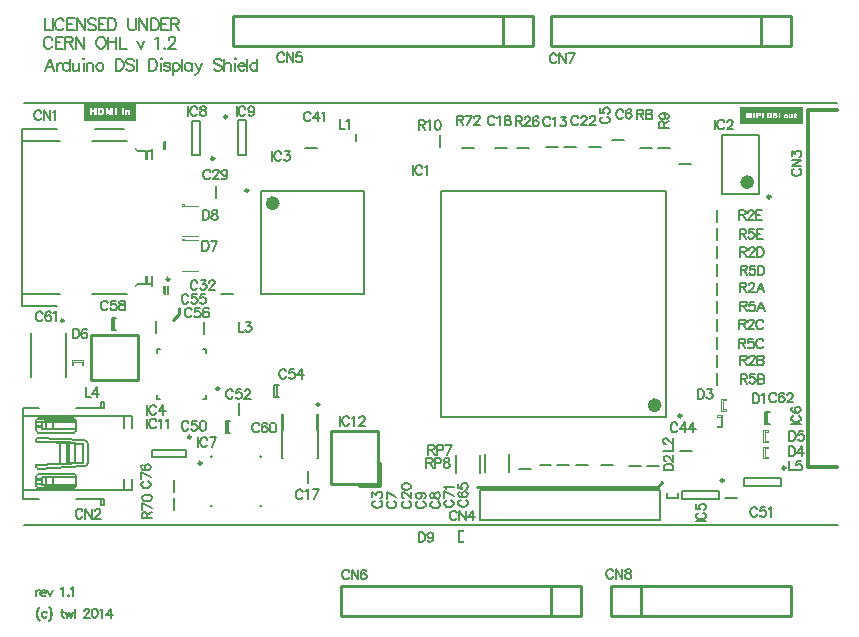
<source format=gto>
%FSLAX25Y25*%
%MOIN*%
G70*
G01*
G75*
G04 Layer_Color=65535*
%ADD10O,0.03150X0.01181*%
%ADD11O,0.01181X0.03150*%
%ADD12R,0.09843X0.09843*%
%ADD13R,0.06102X0.02362*%
%ADD14R,0.10236X0.01102*%
%ADD15R,0.05906X0.01181*%
%ADD16R,0.01181X0.05906*%
%ADD17R,0.09843X0.07874*%
%ADD18R,0.09055X0.01969*%
%ADD19R,0.03937X0.03740*%
%ADD20R,0.01870X0.00787*%
%ADD21R,0.03937X0.03937*%
%ADD22R,0.02362X0.03937*%
%ADD23R,0.03937X0.02362*%
%ADD24R,0.03937X0.03937*%
%ADD25O,0.06102X0.00984*%
%ADD26O,0.00984X0.06102*%
%ADD27R,0.19685X0.19685*%
%ADD28R,0.03740X0.03937*%
%ADD29R,0.05512X0.12598*%
%ADD30R,0.03937X0.04724*%
%ADD31R,0.08661X0.07874*%
%ADD32R,0.04724X0.05512*%
%ADD33R,0.09055X0.09055*%
%ADD34O,0.01181X0.03543*%
%ADD35O,0.03543X0.01181*%
%ADD36R,0.02362X0.03150*%
%ADD37R,0.03543X0.03937*%
%ADD38R,0.00984X0.02362*%
%ADD39O,0.00984X0.02362*%
%ADD40R,0.03150X0.02362*%
%ADD41R,0.12598X0.05512*%
%ADD42R,0.02559X0.03543*%
%ADD43R,0.03937X0.03543*%
%ADD44R,0.07874X0.03150*%
%ADD45R,0.03543X0.03150*%
%ADD46C,0.00600*%
%ADD47C,0.01200*%
%ADD48C,0.01000*%
%ADD49C,0.00787*%
%ADD50C,0.00800*%
%ADD51C,0.02000*%
%ADD52C,0.01500*%
%ADD53C,0.15000*%
%ADD54R,0.06000X0.06000*%
%ADD55C,0.06000*%
%ADD56C,0.10600*%
%ADD57C,0.01969*%
%ADD58R,0.05906X0.05906*%
%ADD59C,0.05906*%
%ADD60C,0.02600*%
%ADD61C,0.04000*%
%ADD62R,0.07087X0.12205*%
%ADD63R,0.10236X0.02362*%
%ADD64R,0.14961X0.08268*%
%ADD65R,0.07874X0.17323*%
%ADD66C,0.14998*%
%ADD67C,0.05400*%
%ADD68C,0.10400*%
%ADD69C,0.05943*%
%ADD70C,0.03600*%
%ADD71R,0.05512X0.14173*%
%ADD72R,0.15748X0.08268*%
%ADD73R,0.12205X0.17716*%
%ADD74R,0.19685X0.02756*%
%ADD75R,0.02362X0.00984*%
%ADD76O,0.02362X0.00984*%
%ADD77O,0.04921X0.01772*%
%ADD78R,0.03740X0.03543*%
%ADD79R,0.03740X0.03543*%
%ADD80C,0.00984*%
%ADD81C,0.02362*%
%ADD82C,0.00394*%
%ADD83C,0.00591*%
%ADD84C,0.01181*%
%ADD85C,0.00700*%
G36*
X182951Y355100D02*
X165500D01*
Y361400D01*
X182951D01*
Y355100D01*
D02*
G37*
G36*
X405008Y353969D02*
X384200D01*
Y359839D01*
X405008D01*
Y353969D01*
D02*
G37*
%LPC*%
G36*
X394059Y357808D02*
X393190D01*
Y356000D01*
X394018D01*
X394076Y356003D01*
X394135Y356007D01*
X394190Y356014D01*
X394242Y356024D01*
X394283Y356034D01*
X394318Y356041D01*
X394332Y356045D01*
X394342D01*
X394345Y356048D01*
X394349D01*
X394401Y356066D01*
X394449Y356086D01*
X394494Y356110D01*
X394532Y356135D01*
X394563Y356155D01*
X394587Y356176D01*
X394601Y356190D01*
X394608Y356193D01*
X394649Y356238D01*
X394687Y356283D01*
X394718Y356328D01*
X394742Y356369D01*
X394763Y356407D01*
X394780Y356435D01*
X394787Y356455D01*
X394791Y356462D01*
X394815Y356528D01*
X394832Y356600D01*
X394842Y356673D01*
X394853Y356745D01*
X394856Y356807D01*
Y356835D01*
X394860Y356859D01*
Y356880D01*
Y356894D01*
Y356904D01*
Y356907D01*
X394856Y356976D01*
X394853Y357038D01*
X394846Y357097D01*
X394839Y357149D01*
X394829Y357194D01*
X394822Y357228D01*
X394818Y357249D01*
X394815Y357252D01*
Y357256D01*
X394794Y357314D01*
X394773Y357370D01*
X394749Y357421D01*
X394725Y357463D01*
X394704Y357497D01*
X394687Y357525D01*
X394673Y357539D01*
X394670Y357546D01*
X394632Y357591D01*
X394587Y357628D01*
X394546Y357663D01*
X394504Y357691D01*
X394470Y357711D01*
X394442Y357725D01*
X394421Y357735D01*
X394418Y357739D01*
X394414D01*
X394352Y357763D01*
X394290Y357780D01*
X394221Y357790D01*
X394159Y357801D01*
X394104Y357804D01*
X394080D01*
X394059Y357808D01*
D02*
G37*
G36*
X401801Y357321D02*
X401259D01*
Y356686D01*
X401256Y356628D01*
X401252Y356583D01*
X401242Y356542D01*
X401235Y356514D01*
X401225Y356490D01*
X401214Y356473D01*
X401211Y356466D01*
X401207Y356462D01*
X401187Y356442D01*
X401169Y356428D01*
X401145Y356417D01*
X401128Y356411D01*
X401111Y356407D01*
X401097Y356404D01*
X401083D01*
X401059Y356407D01*
X401039Y356411D01*
X401004Y356424D01*
X400983Y356438D01*
X400980Y356445D01*
X400976D01*
X400966Y356462D01*
X400956Y356487D01*
X400945Y356538D01*
Y356559D01*
X400942Y356580D01*
Y356593D01*
Y356597D01*
Y357321D01*
X400400D01*
Y356487D01*
X400407Y356393D01*
X400421Y356314D01*
X400438Y356248D01*
X400462Y356193D01*
X400483Y356152D01*
X400504Y356121D01*
X400518Y356103D01*
X400521Y356097D01*
X400569Y356055D01*
X400624Y356024D01*
X400680Y356003D01*
X400731Y355990D01*
X400780Y355979D01*
X400818Y355976D01*
X400831Y355972D01*
X400852D01*
X400911Y355976D01*
X400963Y355983D01*
X401007Y355990D01*
X401045Y356000D01*
X401076Y356010D01*
X401101Y356021D01*
X401118Y356024D01*
X401121Y356028D01*
X401159Y356052D01*
X401194Y356079D01*
X401225Y356110D01*
X401249Y356138D01*
X401266Y356166D01*
X401280Y356186D01*
X401287Y356200D01*
X401290Y356207D01*
Y356000D01*
X401801D01*
Y357321D01*
D02*
G37*
G36*
X397564Y357808D02*
X396968D01*
Y356000D01*
X397564D01*
Y357808D01*
D02*
G37*
G36*
X391982D02*
X391385D01*
Y356000D01*
X391982D01*
Y357808D01*
D02*
G37*
G36*
X402722D02*
X402180Y357546D01*
Y357321D01*
X402001D01*
Y356914D01*
X402180D01*
Y356490D01*
X402184Y356414D01*
X402187Y356348D01*
X402194Y356293D01*
X402201Y356248D01*
X402208Y356214D01*
X402215Y356190D01*
X402222Y356172D01*
Y356169D01*
X402239Y356135D01*
X402263Y356103D01*
X402284Y356079D01*
X402308Y356059D01*
X402329Y356041D01*
X402346Y356031D01*
X402356Y356024D01*
X402360Y356021D01*
X402398Y356003D01*
X402443Y355993D01*
X402491Y355983D01*
X402536Y355979D01*
X402577Y355976D01*
X402608Y355972D01*
X402639D01*
X402701Y355976D01*
X402767Y355979D01*
X402829Y355986D01*
X402884Y355996D01*
X402936Y356003D01*
X402974Y356010D01*
X402988Y356014D01*
X402998D01*
X403005Y356017D01*
X403008D01*
X402967Y356393D01*
X402926Y356383D01*
X402888Y356376D01*
X402857Y356373D01*
X402833Y356369D01*
X402815Y356366D01*
X402791D01*
X402764Y356369D01*
X402746Y356380D01*
X402736Y356390D01*
X402732Y356393D01*
X402729Y356404D01*
X402726Y356414D01*
X402722Y356445D01*
Y356462D01*
Y356476D01*
Y356483D01*
Y356487D01*
Y356914D01*
X402991D01*
Y357321D01*
X402722D01*
Y357808D01*
D02*
G37*
G36*
X399462Y357349D02*
X399424D01*
X399362Y357346D01*
X399300Y357342D01*
X399244Y357332D01*
X399193Y357318D01*
X399144Y357304D01*
X399099Y357287D01*
X399058Y357270D01*
X399020Y357252D01*
X398986Y357232D01*
X398958Y357214D01*
X398934Y357197D01*
X398913Y357183D01*
X398896Y357170D01*
X398886Y357159D01*
X398879Y357156D01*
X398875Y357152D01*
X398841Y357114D01*
X398810Y357073D01*
X398782Y357035D01*
X398758Y356990D01*
X398737Y356949D01*
X398720Y356907D01*
X398696Y356831D01*
X398689Y356793D01*
X398682Y356762D01*
X398679Y356731D01*
X398675Y356707D01*
X398672Y356683D01*
Y356669D01*
Y356659D01*
Y356656D01*
X398675Y356597D01*
X398682Y356542D01*
X398692Y356487D01*
X398710Y356438D01*
X398727Y356390D01*
X398748Y356348D01*
X398772Y356307D01*
X398793Y356273D01*
X398817Y356238D01*
X398837Y356210D01*
X398858Y356186D01*
X398875Y356169D01*
X398892Y356152D01*
X398903Y356141D01*
X398910Y356135D01*
X398913Y356131D01*
X398951Y356103D01*
X398993Y356079D01*
X399075Y356038D01*
X399162Y356010D01*
X399241Y355993D01*
X399279Y355986D01*
X399313Y355979D01*
X399344Y355976D01*
X399372D01*
X399393Y355972D01*
X399424D01*
X399489Y355976D01*
X399552Y355979D01*
X399610Y355990D01*
X399662Y356003D01*
X399714Y356017D01*
X399759Y356034D01*
X399803Y356052D01*
X399841Y356069D01*
X399872Y356086D01*
X399903Y356103D01*
X399928Y356121D01*
X399948Y356135D01*
X399966Y356148D01*
X399976Y356159D01*
X399983Y356162D01*
X399986Y356166D01*
X400021Y356204D01*
X400055Y356241D01*
X400079Y356283D01*
X400104Y356324D01*
X400124Y356366D01*
X400141Y356407D01*
X400166Y356487D01*
X400173Y356524D01*
X400179Y356556D01*
X400183Y356587D01*
X400186Y356611D01*
X400190Y356635D01*
Y356649D01*
Y356659D01*
Y356662D01*
X400186Y356711D01*
X400183Y356759D01*
X400166Y356849D01*
X400138Y356925D01*
X400107Y356990D01*
X400093Y357021D01*
X400076Y357045D01*
X400062Y357066D01*
X400052Y357083D01*
X400038Y357101D01*
X400031Y357111D01*
X400028Y357114D01*
X400024Y357118D01*
X399983Y357159D01*
X399941Y357194D01*
X399893Y357225D01*
X399845Y357252D01*
X399797Y357273D01*
X399745Y357294D01*
X399648Y357321D01*
X399603Y357328D01*
X399562Y357335D01*
X399524Y357342D01*
X399489Y357346D01*
X399462Y357349D01*
D02*
G37*
G36*
X390509Y357808D02*
X389550D01*
Y356000D01*
X390147D01*
Y356652D01*
X390416D01*
X390478Y356656D01*
X390537Y356659D01*
X390588Y356666D01*
X390640Y356676D01*
X390685Y356686D01*
X390726Y356700D01*
X390764Y356714D01*
X390799Y356731D01*
X390830Y356745D01*
X390854Y356759D01*
X390878Y356773D01*
X390895Y356783D01*
X390909Y356793D01*
X390920Y356800D01*
X390923Y356807D01*
X390927D01*
X390957Y356838D01*
X390982Y356873D01*
X391006Y356907D01*
X391023Y356942D01*
X391054Y357014D01*
X391075Y357083D01*
X391085Y357145D01*
X391092Y357173D01*
Y357197D01*
X391096Y357214D01*
Y357232D01*
Y357239D01*
Y357242D01*
Y357290D01*
X391089Y357339D01*
X391071Y357421D01*
X391047Y357494D01*
X391020Y357553D01*
X390989Y357597D01*
X390964Y357632D01*
X390947Y357653D01*
X390944Y357660D01*
X390940D01*
X390909Y357687D01*
X390875Y357708D01*
X390802Y357746D01*
X390726Y357773D01*
X390651Y357790D01*
X390585Y357801D01*
X390554Y357804D01*
X390530D01*
X390509Y357808D01*
D02*
G37*
G36*
X389191D02*
X388594D01*
Y356000D01*
X389191D01*
Y357808D01*
D02*
G37*
G36*
X388232D02*
X387470D01*
X387214Y356735D01*
X386962Y357808D01*
X386200D01*
Y356000D01*
X386697D01*
Y357339D01*
X386994Y356000D01*
X387435D01*
X387735Y357339D01*
Y356000D01*
X388232D01*
Y357808D01*
D02*
G37*
G36*
X178752Y359400D02*
X177992D01*
Y357100D01*
X178752D01*
Y359400D01*
D02*
G37*
G36*
X176438D02*
X175679D01*
Y357100D01*
X176438D01*
Y359400D01*
D02*
G37*
G36*
X175218D02*
X174247D01*
X173923Y358035D01*
X173602Y359400D01*
X172632D01*
Y357100D01*
X173264D01*
Y358803D01*
X173642Y357100D01*
X174204D01*
X174585Y358803D01*
Y357100D01*
X175218D01*
Y359400D01*
D02*
G37*
G36*
X169708D02*
X168949D01*
Y358615D01*
X168255D01*
Y359400D01*
X167500D01*
Y357100D01*
X168255D01*
Y358004D01*
X168949D01*
Y357100D01*
X169708D01*
Y359400D01*
D02*
G37*
G36*
X180393Y358817D02*
X180367D01*
X180297Y358812D01*
X180231Y358803D01*
X180174Y358794D01*
X180126Y358781D01*
X180086Y358764D01*
X180055Y358755D01*
X180033Y358746D01*
X180029Y358742D01*
X179981Y358711D01*
X179937Y358676D01*
X179902Y358636D01*
X179871Y358601D01*
X179849Y358566D01*
X179832Y358540D01*
X179823Y358522D01*
X179818Y358514D01*
Y358781D01*
X179173D01*
Y357100D01*
X179862D01*
Y357903D01*
X179867Y357978D01*
X179871Y358035D01*
X179880Y358088D01*
X179893Y358127D01*
X179902Y358154D01*
X179911Y358176D01*
X179915Y358184D01*
X179919Y358189D01*
X179946Y358215D01*
X179972Y358233D01*
X179998Y358250D01*
X180020Y358259D01*
X180042Y358263D01*
X180060Y358268D01*
X180077D01*
X180108Y358263D01*
X180134Y358259D01*
X180178Y358241D01*
X180205Y358220D01*
X180213Y358215D01*
Y358211D01*
X180231Y358189D01*
X180240Y358158D01*
X180257Y358097D01*
Y358066D01*
X180262Y358039D01*
Y358022D01*
Y358017D01*
Y357100D01*
X180951D01*
Y358158D01*
X180942Y358272D01*
X180925Y358373D01*
X180903Y358456D01*
X180872Y358527D01*
X180841Y358579D01*
X180819Y358619D01*
X180802Y358641D01*
X180793Y358650D01*
X180731Y358707D01*
X180661Y358746D01*
X180591Y358777D01*
X180521Y358794D01*
X180459Y358808D01*
X180411Y358812D01*
X180393Y358817D01*
D02*
G37*
G36*
X395912Y357839D02*
X395877D01*
X395777Y357835D01*
X395691Y357828D01*
X395615Y357815D01*
X395550Y357804D01*
X395498Y357790D01*
X395480Y357784D01*
X395463Y357777D01*
X395449Y357773D01*
X395439Y357770D01*
X395436Y357766D01*
X395432D01*
X395374Y357739D01*
X395325Y357704D01*
X395284Y357670D01*
X395249Y357639D01*
X395222Y357611D01*
X395204Y357587D01*
X395191Y357573D01*
X395187Y357566D01*
X395160Y357518D01*
X395142Y357470D01*
X395129Y357425D01*
X395118Y357383D01*
X395111Y357349D01*
X395108Y357321D01*
Y357304D01*
Y357297D01*
X395111Y357256D01*
X395115Y357218D01*
X395132Y357149D01*
X395160Y357087D01*
X395187Y357035D01*
X395215Y356994D01*
X395243Y356963D01*
X395260Y356945D01*
X395267Y356942D01*
Y356938D01*
X395298Y356914D01*
X395336Y356890D01*
X395411Y356845D01*
X395494Y356811D01*
X395577Y356780D01*
X395653Y356755D01*
X395684Y356745D01*
X395715Y356738D01*
X395736Y356731D01*
X395757Y356728D01*
X395767Y356725D01*
X395770D01*
X395812Y356714D01*
X395850Y356704D01*
X395881Y356697D01*
X395912Y356686D01*
X395939Y356676D01*
X395960Y356669D01*
X395998Y356652D01*
X396026Y356642D01*
X396043Y356631D01*
X396050Y356624D01*
X396053Y356621D01*
X396070Y356604D01*
X396084Y356587D01*
X396095Y356569D01*
X396101Y356552D01*
X396105Y356538D01*
X396108Y356528D01*
Y356521D01*
Y356518D01*
X396105Y356493D01*
X396098Y356473D01*
X396081Y356438D01*
X396067Y356424D01*
X396060Y356417D01*
X396053Y356411D01*
X396050Y356407D01*
X396026Y356393D01*
X396002Y356383D01*
X395950Y356369D01*
X395926Y356366D01*
X395908Y356362D01*
X395891D01*
X395843Y356366D01*
X395798Y356376D01*
X395760Y356393D01*
X395729Y356411D01*
X395705Y356428D01*
X395688Y356445D01*
X395677Y356455D01*
X395674Y356459D01*
X395656Y356483D01*
X395643Y356514D01*
X395622Y356583D01*
X395615Y356614D01*
X395612Y356638D01*
X395608Y356656D01*
Y356662D01*
X395042Y356628D01*
X395049Y356573D01*
X395056Y356521D01*
X395084Y356424D01*
X395115Y356342D01*
X395132Y356307D01*
X395149Y356273D01*
X395167Y356245D01*
X395184Y356217D01*
X395201Y356197D01*
X395215Y356179D01*
X395225Y356162D01*
X395236Y356152D01*
X395239Y356148D01*
X395243Y356145D01*
X395280Y356114D01*
X395322Y356086D01*
X395367Y356062D01*
X395418Y356045D01*
X395522Y356010D01*
X395629Y355990D01*
X395681Y355983D01*
X395725Y355979D01*
X395770Y355976D01*
X395805Y355972D01*
X395836Y355969D01*
X395881D01*
X395974Y355972D01*
X396060Y355979D01*
X396132Y355993D01*
X396198Y356007D01*
X396246Y356021D01*
X396267Y356028D01*
X396284Y356034D01*
X396298Y356038D01*
X396308Y356041D01*
X396312Y356045D01*
X396315D01*
X396377Y356076D01*
X396433Y356110D01*
X396478Y356148D01*
X396519Y356186D01*
X396547Y356217D01*
X396571Y356245D01*
X396585Y356262D01*
X396588Y356269D01*
X396622Y356324D01*
X396647Y356383D01*
X396664Y356438D01*
X396674Y356487D01*
X396685Y356531D01*
X396688Y356562D01*
Y356576D01*
Y356587D01*
Y356590D01*
Y356593D01*
X396685Y356649D01*
X396678Y356700D01*
X396664Y356745D01*
X396650Y356787D01*
X396636Y356821D01*
X396622Y356845D01*
X396616Y356859D01*
X396612Y356866D01*
X396581Y356911D01*
X396547Y356949D01*
X396505Y356987D01*
X396467Y357014D01*
X396433Y357038D01*
X396405Y357056D01*
X396384Y357066D01*
X396381Y357069D01*
X396377D01*
X396346Y357087D01*
X396308Y357101D01*
X396229Y357128D01*
X396143Y357156D01*
X396060Y357180D01*
X396019Y357190D01*
X395981Y357201D01*
X395950Y357207D01*
X395919Y357214D01*
X395895Y357221D01*
X395877Y357225D01*
X395864Y357228D01*
X395860D01*
X395815Y357239D01*
X395777Y357249D01*
X395746Y357259D01*
X395725Y357270D01*
X395708Y357277D01*
X395698Y357283D01*
X395694Y357287D01*
X395691D01*
X395674Y357308D01*
X395667Y357328D01*
X395663Y357342D01*
Y357346D01*
X395667Y357363D01*
X395670Y357380D01*
X395684Y357404D01*
X395694Y357421D01*
X395701Y357428D01*
X395719Y357439D01*
X395736Y357449D01*
X395777Y357459D01*
X395798Y357463D01*
X395826D01*
X395864Y357459D01*
X395895Y357456D01*
X395922Y357446D01*
X395946Y357439D01*
X395964Y357428D01*
X395977Y357418D01*
X395984Y357415D01*
X395988Y357411D01*
X396008Y357390D01*
X396026Y357363D01*
X396050Y357304D01*
X396060Y357277D01*
X396067Y357256D01*
X396070Y357242D01*
Y357235D01*
X396629Y357266D01*
X396619Y357321D01*
X396609Y357373D01*
X396595Y357421D01*
X396578Y357463D01*
X396560Y357504D01*
X396543Y357539D01*
X396522Y357573D01*
X396502Y357601D01*
X396484Y357625D01*
X396467Y357646D01*
X396450Y357666D01*
X396436Y357680D01*
X396412Y357697D01*
X396409Y357704D01*
X396405D01*
X396371Y357729D01*
X396329Y357749D01*
X396246Y357784D01*
X396157Y357808D01*
X396074Y357822D01*
X396033Y357828D01*
X395994Y357832D01*
X395964Y357835D01*
X395933D01*
X395912Y357839D01*
D02*
G37*
G36*
X171271Y359400D02*
X170165D01*
Y357100D01*
X171218D01*
X171293Y357104D01*
X171368Y357109D01*
X171438Y357118D01*
X171504Y357131D01*
X171556Y357144D01*
X171600Y357153D01*
X171618Y357157D01*
X171631D01*
X171635Y357161D01*
X171640D01*
X171706Y357183D01*
X171767Y357210D01*
X171824Y357241D01*
X171872Y357271D01*
X171912Y357298D01*
X171943Y357324D01*
X171960Y357341D01*
X171969Y357346D01*
X172022Y357403D01*
X172070Y357460D01*
X172109Y357517D01*
X172140Y357570D01*
X172167Y357618D01*
X172188Y357653D01*
X172197Y357680D01*
X172202Y357688D01*
X172232Y357772D01*
X172254Y357864D01*
X172267Y357956D01*
X172281Y358048D01*
X172285Y358127D01*
Y358162D01*
X172290Y358193D01*
Y358220D01*
Y358237D01*
Y358250D01*
Y358255D01*
X172285Y358342D01*
X172281Y358421D01*
X172272Y358496D01*
X172263Y358562D01*
X172250Y358619D01*
X172241Y358663D01*
X172237Y358689D01*
X172232Y358694D01*
Y358698D01*
X172206Y358773D01*
X172180Y358843D01*
X172149Y358909D01*
X172118Y358961D01*
X172092Y359005D01*
X172070Y359040D01*
X172052Y359058D01*
X172048Y359067D01*
X172000Y359124D01*
X171943Y359172D01*
X171890Y359216D01*
X171837Y359251D01*
X171793Y359277D01*
X171758Y359295D01*
X171732Y359308D01*
X171728Y359313D01*
X171723D01*
X171644Y359343D01*
X171565Y359365D01*
X171477Y359378D01*
X171398Y359392D01*
X171328Y359396D01*
X171297D01*
X171271Y359400D01*
D02*
G37*
%LPD*%
G36*
X390323Y357397D02*
X390364Y357394D01*
X390395Y357383D01*
X390423Y357377D01*
X390440Y357366D01*
X390454Y357356D01*
X390461Y357352D01*
X390464Y357349D01*
X390481Y357328D01*
X390495Y357308D01*
X390502Y357287D01*
X390509Y357266D01*
X390512Y357249D01*
X390516Y357239D01*
Y357228D01*
Y357225D01*
X390512Y357197D01*
X390506Y357173D01*
X390499Y357152D01*
X390488Y357135D01*
X390475Y357121D01*
X390468Y357111D01*
X390461Y357104D01*
X390457Y357101D01*
X390433Y357087D01*
X390402Y357076D01*
X390333Y357063D01*
X390302Y357059D01*
X390274Y357056D01*
X390147D01*
Y357401D01*
X390274D01*
X390323Y357397D01*
D02*
G37*
G36*
X393959Y357359D02*
X394018Y357349D01*
X394070Y357332D01*
X394107Y357314D01*
X394139Y357297D01*
X394159Y357280D01*
X394173Y357270D01*
X394176Y357266D01*
X394190Y357245D01*
X394204Y357221D01*
X394225Y357170D01*
X394242Y357107D01*
X394252Y357045D01*
X394259Y356990D01*
Y356963D01*
X394263Y356942D01*
Y356925D01*
Y356907D01*
Y356901D01*
Y356897D01*
Y356824D01*
X394256Y356766D01*
X394249Y356714D01*
X394242Y356673D01*
X394235Y356642D01*
X394228Y356621D01*
X394225Y356607D01*
X394221Y356604D01*
X394208Y356573D01*
X394190Y356545D01*
X394173Y356524D01*
X394156Y356507D01*
X394142Y356497D01*
X394128Y356487D01*
X394121Y356483D01*
X394118Y356480D01*
X394090Y356469D01*
X394056Y356462D01*
X393976Y356452D01*
X393942D01*
X393914Y356449D01*
X393783D01*
Y357363D01*
X393890D01*
X393959Y357359D01*
D02*
G37*
G36*
X171144Y358830D02*
X171218Y358817D01*
X171284Y358794D01*
X171333Y358773D01*
X171372Y358751D01*
X171398Y358729D01*
X171416Y358716D01*
X171420Y358711D01*
X171438Y358685D01*
X171455Y358654D01*
X171482Y358588D01*
X171504Y358509D01*
X171517Y358430D01*
X171526Y358360D01*
Y358325D01*
X171530Y358298D01*
Y358277D01*
Y358255D01*
Y358246D01*
Y358241D01*
Y358149D01*
X171521Y358075D01*
X171512Y358009D01*
X171504Y357956D01*
X171495Y357916D01*
X171486Y357890D01*
X171482Y357873D01*
X171477Y357868D01*
X171460Y357829D01*
X171438Y357794D01*
X171416Y357767D01*
X171394Y357745D01*
X171376Y357732D01*
X171359Y357719D01*
X171350Y357715D01*
X171346Y357710D01*
X171310Y357697D01*
X171267Y357688D01*
X171166Y357675D01*
X171122D01*
X171087Y357671D01*
X170920D01*
Y358834D01*
X171056D01*
X171144Y358830D01*
D02*
G37*
G36*
X399462Y356963D02*
X399493Y356956D01*
X399517Y356942D01*
X399541Y356928D01*
X399558Y356914D01*
X399572Y356901D01*
X399579Y356894D01*
X399583Y356890D01*
X399603Y356859D01*
X399621Y356824D01*
X399631Y356787D01*
X399641Y356749D01*
X399645Y356714D01*
X399648Y356686D01*
Y356669D01*
Y356666D01*
Y356662D01*
X399645Y356604D01*
X399638Y356552D01*
X399627Y356511D01*
X399617Y356480D01*
X399607Y356452D01*
X399596Y356435D01*
X399589Y356424D01*
X399586Y356421D01*
X399562Y356397D01*
X399534Y356380D01*
X399510Y356369D01*
X399482Y356362D01*
X399462Y356355D01*
X399445Y356352D01*
X399427D01*
X399396Y356355D01*
X399365Y356362D01*
X399341Y356376D01*
X399317Y356390D01*
X399300Y356400D01*
X399286Y356414D01*
X399279Y356421D01*
X399275Y356424D01*
X399255Y356455D01*
X399241Y356493D01*
X399227Y356531D01*
X399220Y356569D01*
X399217Y356604D01*
X399213Y356631D01*
Y356652D01*
Y356656D01*
Y356659D01*
X399217Y356714D01*
X399224Y356762D01*
X399234Y356800D01*
X399244Y356835D01*
X399255Y356859D01*
X399265Y356876D01*
X399272Y356887D01*
X399275Y356890D01*
X399300Y356914D01*
X399327Y356935D01*
X399351Y356949D01*
X399376Y356956D01*
X399400Y356963D01*
X399417Y356966D01*
X399431D01*
X399462Y356963D01*
D02*
G37*
D48*
X341000Y195000D02*
Y200000D01*
X351000D01*
Y190000D02*
X401000D01*
Y200000D01*
X351000D02*
X401000D01*
X351000Y190000D02*
Y200000D01*
X341000Y190000D02*
X351000D01*
X341000D02*
Y195000D01*
X315000Y380000D02*
Y390000D01*
X305000Y380000D02*
X315000D01*
X305000D02*
Y390000D01*
X215000D02*
X305000D01*
X215000Y380000D02*
Y390000D01*
Y380000D02*
X305000D01*
Y390000D02*
X315000D01*
X401000Y380000D02*
Y390000D01*
X321000Y380000D02*
X401000D01*
X321000D02*
Y390000D01*
X401000D01*
X391000Y380000D02*
Y390000D01*
X331000Y190000D02*
Y200000D01*
X251000Y190000D02*
X331000D01*
X251000D02*
Y200000D01*
X331000D01*
X321000Y190000D02*
Y200000D01*
X263443Y234063D02*
Y251780D01*
X247695D02*
X263443D01*
X247695Y234063D02*
Y251780D01*
Y234063D02*
X261081D01*
X263443D01*
X257144Y233276D02*
Y234063D01*
Y233276D02*
X263837D01*
X264231D01*
Y241150D01*
X263443D02*
X264231D01*
X183437Y268820D02*
Y283780D01*
X167689D02*
X183437D01*
X167689Y268820D02*
Y283780D01*
Y268820D02*
X183437D01*
X296300Y233200D02*
X356700D01*
X358200Y234700D01*
X197100Y290600D02*
Y292700D01*
X195200Y288700D02*
X197100Y290600D01*
D49*
X183452Y300853D02*
G03*
X182665Y300065I0J-787D01*
G01*
Y345735D02*
G03*
X183452Y344947I787J0D01*
G01*
X162185Y232716D02*
G03*
X162775Y233306I0J591D01*
G01*
Y236850D02*
G03*
X162185Y237440I-591J0D01*
G01*
Y251220D02*
G03*
X162775Y251810I0J591D01*
G01*
Y255354D02*
G03*
X162185Y255944I-591J0D01*
G01*
X150010Y249419D02*
G03*
X149389Y248829I-30J-590D01*
G01*
Y239831D02*
G03*
X150010Y239241I591J0D01*
G01*
X149389Y233503D02*
G03*
X150177Y232716I787J0D01*
G01*
Y237440D02*
G03*
X149389Y236653I0J-787D01*
G01*
Y252007D02*
G03*
X150177Y251220I787J0D01*
G01*
Y255944D02*
G03*
X149389Y255157I0J-787D01*
G01*
X166712Y247449D02*
G03*
X165591Y248629I-1181J0D01*
G01*
Y240031D02*
G03*
X166712Y241211I-60J1180D01*
G01*
X165287Y247462D02*
G03*
X162509Y247602I-14236J-254469D01*
G01*
Y241058D02*
G03*
X165287Y241198I-11458J254609D01*
G01*
X157529Y240805D02*
G03*
X149389Y240393I33028J-732468D01*
G01*
Y248267D02*
G03*
X157529Y247855I41168J732056D01*
G01*
X224191Y243398D02*
X224388D01*
Y243201D02*
Y243398D01*
X224191Y226862D02*
X224388D01*
Y227059D01*
X207852Y226862D02*
X208049D01*
X207852D02*
Y227059D01*
Y243398D02*
X208049D01*
X207852Y243201D02*
Y243398D01*
X378235Y350473D02*
X390440D01*
X378235Y330788D02*
X390440D01*
X378235D02*
Y350473D01*
X390440Y330788D02*
Y350473D01*
X144672Y293372D02*
Y352428D01*
Y293372D02*
X156366D01*
X186405Y300853D02*
X188176D01*
X183452D02*
X186208D01*
X192507Y297438D02*
Y300065D01*
X192113Y297749D02*
Y300065D01*
X186208Y300853D02*
Y303451D01*
X186405Y300853D02*
Y303451D01*
X188176Y300065D02*
Y303451D01*
X144672Y352428D02*
X156366D01*
X186405Y344947D02*
X188176D01*
X183452D02*
X186208D01*
X192507Y345735D02*
Y348362D01*
X192113Y345735D02*
Y348051D01*
X186208Y342349D02*
Y344947D01*
X186405Y342349D02*
Y344947D01*
X167999Y348491D02*
X179771D01*
X167999Y297309D02*
X179771D01*
X188176Y342349D02*
Y345735D01*
X169121Y352428D02*
X178650Y352428D01*
X144672Y348491D02*
X157488D01*
X144672Y297309D02*
X157488D01*
X193491Y297438D02*
Y300065D01*
X359598Y256402D02*
Y331598D01*
X284402Y256402D02*
Y331598D01*
Y256402D02*
X359598D01*
X284402Y331598D02*
X359598D01*
X178720Y231928D02*
Y235865D01*
X181476Y231928D02*
Y235865D01*
X162775Y229172D02*
X172224D01*
X162775Y259488D02*
X172224D01*
X160374Y247710D02*
X160375Y247710D01*
X160373Y247710D02*
X160374Y247710D01*
X160372Y247710D02*
X160373Y247710D01*
X160371Y247711D02*
X160372Y247710D01*
X160370Y247711D02*
X160371Y247711D01*
X160369Y247711D02*
X160370Y247711D01*
X160368Y247711D02*
X160369Y247711D01*
X160366Y247711D02*
X160368Y247711D01*
X160365Y247711D02*
X160366Y247711D01*
X160364Y247711D02*
X160365Y247711D01*
X160362Y247711D02*
X160364Y247711D01*
X160361Y247711D02*
X160362Y247711D01*
X160360Y247711D02*
X160361Y247711D01*
X160358Y247712D02*
X160360Y247711D01*
X160357Y247712D02*
X160358Y247712D01*
X160355Y247712D02*
X160357Y247712D01*
X160354Y247712D02*
X160355Y247712D01*
X160352Y247712D02*
X160354Y247712D01*
X160350Y247712D02*
X160352Y247712D01*
X160349Y247712D02*
X160350Y247712D01*
X160347Y247712D02*
X160349Y247712D01*
X160345Y247713D02*
X160347Y247712D01*
X160344Y247713D02*
X160345Y247713D01*
X160342Y247713D02*
X160344Y247713D01*
X160340Y247713D02*
X160342Y247713D01*
X160338Y247713D02*
X160340Y247713D01*
X160337Y247713D02*
X160338Y247713D01*
X160335Y247713D02*
X160337Y247713D01*
X160333Y247713D02*
X160335Y247713D01*
X160331Y247714D02*
X160333Y247713D01*
X160329Y247714D02*
X160331Y247714D01*
X160327Y247714D02*
X160329Y247714D01*
X160326Y247714D02*
X160327Y247714D01*
X160324Y247714D02*
X160326Y247714D01*
X160322Y247714D02*
X160324Y247714D01*
X160320Y247714D02*
X160322Y247714D01*
X160318Y247714D02*
X160320Y247714D01*
X160316Y247715D02*
X160318Y247714D01*
X160314Y247715D02*
X160316Y247715D01*
X160312Y247715D02*
X160314Y247715D01*
X160311Y247715D02*
X160312Y247715D01*
X160309Y247715D02*
X160311Y247715D01*
X160307Y247715D02*
X160309Y247715D01*
X160305Y247715D02*
X160307Y247715D01*
X160303Y247715D02*
X160305Y247715D01*
X160301Y247715D02*
X160303Y247715D01*
X160300Y247716D02*
X160301Y247715D01*
X160298Y247716D02*
X160300Y247716D01*
X160296Y247716D02*
X160298Y247716D01*
X160294Y247716D02*
X160296Y247716D01*
X160292Y247716D02*
X160294Y247716D01*
X160291Y247716D02*
X160292Y247716D01*
X160289Y247716D02*
X160291Y247716D01*
X160287Y247716D02*
X160289Y247716D01*
X160285Y247716D02*
X160287Y247716D01*
X160284Y247717D02*
X160285Y247716D01*
X160282Y247717D02*
X160284Y247717D01*
X160280Y247717D02*
X160282Y247717D01*
X160279Y247717D02*
X160280Y247717D01*
X160277Y247717D02*
X160279Y247717D01*
X160275Y247717D02*
X160277Y247717D01*
X160274Y247717D02*
X160275Y247717D01*
X160272Y247717D02*
X160274Y247717D01*
X160270Y247717D02*
X160272Y247717D01*
X160268Y247717D02*
X160270Y247717D01*
X160267Y247717D02*
X160268Y247717D01*
X160265Y247718D02*
X160267Y247717D01*
X160264Y247718D02*
X160265Y247718D01*
X160262Y247718D02*
X160264Y247718D01*
X160260Y247718D02*
X160262Y247718D01*
X160259Y247718D02*
X160260Y247718D01*
X160257Y247718D02*
X160259Y247718D01*
X160256Y247718D02*
X160257Y247718D01*
X160254Y247718D02*
X160256Y247718D01*
X160252Y247718D02*
X160254Y247718D01*
X160251Y247718D02*
X160252Y247718D01*
X160249Y247718D02*
X160251Y247718D01*
X160248Y247719D02*
X160249Y247718D01*
X160246Y247719D02*
X160248Y247719D01*
X160245Y247719D02*
X160246Y247719D01*
X160243Y247719D02*
X160245Y247719D01*
X160242Y247719D02*
X160243Y247719D01*
X160240Y247719D02*
X160242Y247719D01*
X160239Y247719D02*
X160240Y247719D01*
X160237Y247719D02*
X160239Y247719D01*
X160235Y247719D02*
X160237Y247719D01*
X160234Y247719D02*
X160235Y247719D01*
X160232Y247719D02*
X160234Y247719D01*
X160231Y247719D02*
X160232Y247719D01*
X160229Y247719D02*
X160231Y247719D01*
X160228Y247719D02*
X160229Y247719D01*
X160226Y247720D02*
X160228Y247719D01*
X160225Y247720D02*
X160226Y247720D01*
X160223Y247720D02*
X160225Y247720D01*
X160222Y247720D02*
X160223Y247720D01*
X160220Y247720D02*
X160222Y247720D01*
X160219Y247720D02*
X160220Y247720D01*
X160217Y247720D02*
X160219Y247720D01*
X160216Y247720D02*
X160217Y247720D01*
X160214Y247720D02*
X160216Y247720D01*
X160213Y247720D02*
X160214Y247720D01*
X160212Y247720D02*
X160213Y247720D01*
X160210Y247720D02*
X160212Y247720D01*
X160209Y247720D02*
X160210Y247720D01*
X160207Y247720D02*
X160209Y247720D01*
X160206Y247720D02*
X160207Y247720D01*
X160204Y247721D02*
X160206Y247720D01*
X160203Y247721D02*
X160204Y247721D01*
X160201Y247721D02*
X160203Y247721D01*
X160200Y247721D02*
X160201Y247721D01*
X160198Y247721D02*
X160200Y247721D01*
X160197Y247721D02*
X160198Y247721D01*
X160195Y247721D02*
X160197Y247721D01*
X160194Y247721D02*
X160195Y247721D01*
X160192Y247721D02*
X160194Y247721D01*
X160191Y247721D02*
X160192Y247721D01*
X160189Y247721D02*
X160191Y247721D01*
X160188Y247721D02*
X160189Y247721D01*
X160187Y247721D02*
X160188Y247721D01*
X160185Y247721D02*
X160187Y247721D01*
X160184Y247721D02*
X160185Y247721D01*
X160182Y247722D02*
X160184Y247721D01*
X160181Y247722D02*
X160182Y247722D01*
X160179Y247722D02*
X160181Y247722D01*
X160178Y247722D02*
X160179Y247722D01*
X160176Y247722D02*
X160178Y247722D01*
X160175Y247722D02*
X160176Y247722D01*
X160173Y247722D02*
X160175Y247722D01*
X160172Y247722D02*
X160173Y247722D01*
X160170Y247722D02*
X160172Y247722D01*
X160169Y247722D02*
X160170Y247722D01*
X160167Y247722D02*
X160169Y247722D01*
X160166Y247722D02*
X160167Y247722D01*
X160164Y247722D02*
X160166Y247722D01*
X160163Y247722D02*
X160164Y247722D01*
X160161Y247722D02*
X160163Y247722D01*
X160160Y247723D02*
X160161Y247722D01*
X160158Y247723D02*
X160160Y247723D01*
X160157Y247723D02*
X160158Y247723D01*
X160155Y247723D02*
X160157Y247723D01*
X160153Y247723D02*
X160155Y247723D01*
X160152Y247723D02*
X160153Y247723D01*
X160150Y247723D02*
X160152Y247723D01*
X160149Y247723D02*
X160150Y247723D01*
X160147Y247723D02*
X160149Y247723D01*
X160146Y247723D02*
X160147Y247723D01*
X160144Y247723D02*
X160146Y247723D01*
X160143Y247723D02*
X160144Y247723D01*
X160141Y247723D02*
X160143Y247723D01*
X160139Y247723D02*
X160141Y247723D01*
X160138Y247723D02*
X160139Y247723D01*
X160136Y247724D02*
X160138Y247723D01*
X160135Y247724D02*
X160136Y247724D01*
X160133Y247724D02*
X160135Y247724D01*
X160131Y247724D02*
X160133Y247724D01*
X160130Y247724D02*
X160131Y247724D01*
X160128Y247724D02*
X160130Y247724D01*
X160126Y247724D02*
X160128Y247724D01*
X160125Y247724D02*
X160126Y247724D01*
X160123Y247724D02*
X160125Y247724D01*
X160122Y247724D02*
X160123Y247724D01*
X160120Y247724D02*
X160122Y247724D01*
X160118Y247724D02*
X160120Y247724D01*
X160117Y247724D02*
X160118Y247724D01*
X160115Y247724D02*
X160117Y247724D01*
X160113Y247725D02*
X160115Y247724D01*
X160111Y247725D02*
X160113Y247725D01*
X160110Y247725D02*
X160111Y247725D01*
X160108Y247725D02*
X160110Y247725D01*
X160106Y247725D02*
X160108Y247725D01*
X160105Y247725D02*
X160106Y247725D01*
X160103Y247725D02*
X160105Y247725D01*
X160101Y247725D02*
X160103Y247725D01*
X160099Y247725D02*
X160101Y247725D01*
X160098Y247725D02*
X160099Y247725D01*
X160096Y247725D02*
X160098Y247725D01*
X160094Y247725D02*
X160096Y247725D01*
X160092Y247725D02*
X160094Y247725D01*
X160090Y247725D02*
X160092Y247725D01*
X160089Y247726D02*
X160090Y247725D01*
X160087Y247726D02*
X160089Y247726D01*
X160085Y247726D02*
X160087Y247726D01*
X160083Y247726D02*
X160085Y247726D01*
X160081Y247726D02*
X160083Y247726D01*
X160079Y247726D02*
X160081Y247726D01*
X160078Y247726D02*
X160079Y247726D01*
X160076Y247726D02*
X160078Y247726D01*
X160074Y247726D02*
X160076Y247726D01*
X160072Y247726D02*
X160074Y247726D01*
X160070Y247726D02*
X160072Y247726D01*
X160068Y247726D02*
X160070Y247726D01*
X160066Y247726D02*
X160068Y247726D01*
X160064Y247726D02*
X160066Y247726D01*
X160063Y247727D02*
X160064Y247726D01*
X160061Y247727D02*
X160063Y247727D01*
X160059Y247727D02*
X160061Y247727D01*
X160057Y247727D02*
X160059Y247727D01*
X160055Y247727D02*
X160057Y247727D01*
X160053Y247727D02*
X160055Y247727D01*
X160052Y247727D02*
X160053Y247727D01*
X160050Y247727D02*
X160052Y247727D01*
X160048Y247727D02*
X160050Y247727D01*
X160046Y247727D02*
X160048Y247727D01*
X160045Y247727D02*
X160046Y247727D01*
X160043Y247727D02*
X160045Y247727D01*
X160041Y247727D02*
X160043Y247727D01*
X160040Y247727D02*
X160041Y247727D01*
X160038Y247728D02*
X160040Y247727D01*
X160036Y247728D02*
X160038Y247728D01*
X160035Y247728D02*
X160036Y247728D01*
X160033Y247728D02*
X160035Y247728D01*
X160032Y247728D02*
X160033Y247728D01*
X160031Y247728D02*
X160032Y247728D01*
X160029Y247728D02*
X160031Y247728D01*
X160028Y247728D02*
X160029Y247728D01*
X160027Y247728D02*
X160028Y247728D01*
X160025Y247728D02*
X160027Y247728D01*
X160024Y247728D02*
X160025Y247728D01*
X160023Y247728D02*
X160024Y247728D01*
X160022Y247728D02*
X160023Y247728D01*
X160021Y247728D02*
X160022Y247728D01*
X160020Y247728D02*
X160021Y247728D01*
X160019Y247728D02*
X160020Y247728D01*
X162482Y247603D02*
X162509Y247602D01*
X162457Y247604D02*
X162482Y247603D01*
X162432Y247606D02*
X162457Y247604D01*
X162408Y247607D02*
X162432Y247606D01*
X162385Y247608D02*
X162408Y247607D01*
X162364Y247609D02*
X162385Y247608D01*
X162343Y247610D02*
X162364Y247609D01*
X162323Y247610D02*
X162343Y247610D01*
X162303Y247611D02*
X162323Y247610D01*
X162285Y247612D02*
X162303Y247611D01*
X162268Y247613D02*
X162285Y247612D01*
X162251Y247614D02*
X162268Y247613D01*
X162235Y247614D02*
X162251Y247614D01*
X162220Y247615D02*
X162235Y247614D01*
X162206Y247616D02*
X162220Y247615D01*
X162192Y247616D02*
X162206Y247616D01*
X162179Y247617D02*
X162192Y247616D01*
X162167Y247617D02*
X162179Y247617D01*
X162155Y247618D02*
X162167Y247617D01*
X162145Y247618D02*
X162155Y247618D01*
X162134Y247619D02*
X162145Y247618D01*
X162125Y247619D02*
X162134Y247619D01*
X162116Y247620D02*
X162125Y247619D01*
X162107Y247620D02*
X162116Y247620D01*
X162099Y247620D02*
X162107Y247620D01*
X162091Y247621D02*
X162099Y247620D01*
X162084Y247621D02*
X162091Y247621D01*
X162078Y247621D02*
X162084Y247621D01*
X162072Y247622D02*
X162078Y247621D01*
X162066Y247622D02*
X162072Y247622D01*
X162061Y247622D02*
X162066Y247622D01*
X162056Y247622D02*
X162061Y247622D01*
X162051Y247622D02*
X162056Y247622D01*
X162047Y247623D02*
X162051Y247622D01*
X162043Y247623D02*
X162047Y247623D01*
X162040Y247623D02*
X162043Y247623D01*
X162037Y247623D02*
X162040Y247623D01*
X162034Y247623D02*
X162037Y247623D01*
X162031Y247623D02*
X162034Y247623D01*
X162028Y247623D02*
X162031Y247623D01*
X162026Y247623D02*
X162028Y247623D01*
X162024Y247624D02*
X162026Y247623D01*
X162022Y247624D02*
X162024Y247624D01*
X162020Y247624D02*
X162022Y247624D01*
X162018Y247624D02*
X162020Y247624D01*
X162017Y247624D02*
X162018Y247624D01*
X162015Y247624D02*
X162017Y247624D01*
X162013Y247624D02*
X162015Y247624D01*
X162012Y247624D02*
X162013Y247624D01*
X162010Y247624D02*
X162012Y247624D01*
X162009Y247624D02*
X162010Y247624D01*
X162007Y247624D02*
X162009Y247624D01*
X162005Y247624D02*
X162007Y247624D01*
X162004Y247624D02*
X162005Y247624D01*
X162002Y247624D02*
X162004Y247624D01*
X162000Y247624D02*
X162002Y247624D01*
X161998Y247624D02*
X162000Y247624D01*
X161996Y247625D02*
X161998Y247624D01*
X161993Y247625D02*
X161996Y247625D01*
X161991Y247625D02*
X161993Y247625D01*
X161988Y247625D02*
X161991Y247625D01*
X161985Y247625D02*
X161988Y247625D01*
X161981Y247625D02*
X161985Y247625D01*
X161978Y247625D02*
X161981Y247625D01*
X161974Y247626D02*
X161978Y247625D01*
X161969Y247626D02*
X161974Y247626D01*
X161965Y247626D02*
X161969Y247626D01*
X161960Y247626D02*
X161965Y247626D01*
X161955Y247626D02*
X161960Y247626D01*
X161950Y247627D02*
X161955Y247626D01*
X161944Y247627D02*
X161950Y247627D01*
X161938Y247627D02*
X161944Y247627D01*
X161932Y247627D02*
X161938Y247627D01*
X161926Y247628D02*
X161932Y247627D01*
X161919Y247628D02*
X161926Y247628D01*
X161913Y247628D02*
X161919Y247628D01*
X161906Y247628D02*
X161913Y247628D01*
X161899Y247629D02*
X161906Y247628D01*
X161891Y247629D02*
X161899Y247629D01*
X161884Y247629D02*
X161891Y247629D01*
X161876Y247630D02*
X161884Y247629D01*
X161868Y247630D02*
X161876Y247630D01*
X161860Y247631D02*
X161868Y247630D01*
X161852Y247631D02*
X161860Y247631D01*
X161844Y247631D02*
X161852Y247631D01*
X161835Y247632D02*
X161844Y247631D01*
X161827Y247632D02*
X161835Y247632D01*
X161818Y247632D02*
X161827Y247632D01*
X161809Y247633D02*
X161818Y247632D01*
X161800Y247633D02*
X161809Y247633D01*
X161791Y247634D02*
X161800Y247633D01*
X161782Y247634D02*
X161791Y247634D01*
X161772Y247634D02*
X161782Y247634D01*
X161763Y247635D02*
X161772Y247634D01*
X161753Y247635D02*
X161763Y247635D01*
X161744Y247636D02*
X161753Y247635D01*
X161734Y247636D02*
X161744Y247636D01*
X161724Y247637D02*
X161734Y247636D01*
X161715Y247637D02*
X161724Y247637D01*
X161705Y247637D02*
X161715Y247637D01*
X161695Y247638D02*
X161705Y247637D01*
X161685Y247638D02*
X161695Y247638D01*
X161675Y247639D02*
X161685Y247638D01*
X161665Y247639D02*
X161675Y247639D01*
X161655Y247639D02*
X161665Y247639D01*
X161645Y247640D02*
X161655Y247639D01*
X161635Y247640D02*
X161645Y247640D01*
X161625Y247641D02*
X161635Y247640D01*
X161615Y247641D02*
X161625Y247641D01*
X161605Y247642D02*
X161615Y247641D01*
X161595Y247642D02*
X161605Y247642D01*
X161585Y247642D02*
X161595Y247642D01*
X161575Y247643D02*
X161585Y247642D01*
X161565Y247643D02*
X161575Y247643D01*
X161555Y247644D02*
X161565Y247643D01*
X161546Y247644D02*
X161555Y247644D01*
X161536Y247645D02*
X161546Y247644D01*
X161526Y247645D02*
X161536Y247645D01*
X161517Y247645D02*
X161526Y247645D01*
X161507Y247646D02*
X161517Y247645D01*
X161498Y247646D02*
X161507Y247646D01*
X161488Y247647D02*
X161498Y247646D01*
X161479Y247647D02*
X161488Y247647D01*
X161470Y247647D02*
X161479Y247647D01*
X161461Y247648D02*
X161470Y247647D01*
X161452Y247648D02*
X161461Y247648D01*
X161443Y247649D02*
X161452Y247648D01*
X161435Y247649D02*
X161443Y247649D01*
X161426Y247649D02*
X161435Y247649D01*
X161418Y247650D02*
X161426Y247649D01*
X161409Y247650D02*
X161418Y247650D01*
X161401Y247650D02*
X161409Y247650D01*
X161393Y247651D02*
X161401Y247650D01*
X161384Y247651D02*
X161393Y247651D01*
X161376Y247651D02*
X161384Y247651D01*
X161368Y247652D02*
X161376Y247651D01*
X161360Y247652D02*
X161368Y247652D01*
X161352Y247652D02*
X161360Y247652D01*
X161344Y247653D02*
X161352Y247652D01*
X161336Y247653D02*
X161344Y247653D01*
X161328Y247653D02*
X161336Y247653D01*
X161320Y247654D02*
X161328Y247653D01*
X161312Y247654D02*
X161320Y247654D01*
X161304Y247654D02*
X161312Y247654D01*
X161296Y247655D02*
X161304Y247654D01*
X161289Y247655D02*
X161296Y247655D01*
X161281Y247655D02*
X161289Y247655D01*
X161273Y247656D02*
X161281Y247655D01*
X161265Y247656D02*
X161273Y247656D01*
X161257Y247656D02*
X161265Y247656D01*
X161249Y247657D02*
X161257Y247656D01*
X161242Y247657D02*
X161249Y247657D01*
X161234Y247657D02*
X161242Y247657D01*
X161226Y247658D02*
X161234Y247657D01*
X161218Y247658D02*
X161226Y247658D01*
X161210Y247659D02*
X161218Y247658D01*
X161202Y247659D02*
X161210Y247659D01*
X161194Y247659D02*
X161202Y247659D01*
X161186Y247660D02*
X161194Y247659D01*
X161178Y247660D02*
X161186Y247660D01*
X161169Y247661D02*
X161178Y247660D01*
X161161Y247661D02*
X161169Y247661D01*
X161153Y247661D02*
X161161Y247661D01*
X161144Y247662D02*
X161153Y247661D01*
X161136Y247662D02*
X161144Y247662D01*
X161127Y247663D02*
X161136Y247662D01*
X161119Y247663D02*
X161127Y247663D01*
X161110Y247664D02*
X161119Y247663D01*
X161101Y247664D02*
X161110Y247664D01*
X161092Y247665D02*
X161101Y247664D01*
X161083Y247665D02*
X161092Y247665D01*
X161074Y247666D02*
X161083Y247665D01*
X161065Y247666D02*
X161074Y247666D01*
X161056Y247667D02*
X161065Y247666D01*
X161046Y247667D02*
X161056Y247667D01*
X161037Y247668D02*
X161046Y247667D01*
X161027Y247668D02*
X161037Y247668D01*
X161017Y247669D02*
X161027Y247668D01*
X161007Y247670D02*
X161017Y247669D01*
X160997Y247670D02*
X161007Y247670D01*
X160987Y247671D02*
X160997Y247670D01*
X160977Y247671D02*
X160987Y247671D01*
X160966Y247672D02*
X160977Y247671D01*
X160956Y247673D02*
X160966Y247672D01*
X160946Y247673D02*
X160956Y247673D01*
X160935Y247674D02*
X160946Y247673D01*
X160925Y247674D02*
X160935Y247674D01*
X160914Y247675D02*
X160925Y247674D01*
X160904Y247676D02*
X160914Y247675D01*
X160894Y247676D02*
X160904Y247676D01*
X160883Y247677D02*
X160894Y247676D01*
X160873Y247678D02*
X160883Y247677D01*
X160863Y247678D02*
X160873Y247678D01*
X160853Y247679D02*
X160863Y247678D01*
X160843Y247679D02*
X160853Y247679D01*
X160833Y247680D02*
X160843Y247679D01*
X160823Y247681D02*
X160833Y247680D01*
X160813Y247681D02*
X160823Y247681D01*
X160804Y247682D02*
X160813Y247681D01*
X160794Y247682D02*
X160804Y247682D01*
X160785Y247683D02*
X160794Y247682D01*
X160776Y247683D02*
X160785Y247683D01*
X160767Y247684D02*
X160776Y247683D01*
X160759Y247684D02*
X160767Y247684D01*
X160750Y247685D02*
X160759Y247684D01*
X160742Y247685D02*
X160750Y247685D01*
X160734Y247686D02*
X160742Y247685D01*
X160727Y247686D02*
X160734Y247686D01*
X160719Y247687D02*
X160727Y247686D01*
X160712Y247687D02*
X160719Y247687D01*
X160705Y247687D02*
X160712Y247687D01*
X160699Y247688D02*
X160705Y247687D01*
X160693Y247688D02*
X160699Y247688D01*
X160687Y247688D02*
X160693Y247688D01*
X160681Y247688D02*
X160687Y247688D01*
X160676Y247689D02*
X160681Y247688D01*
X160671Y247689D02*
X160676Y247689D01*
X160667Y247689D02*
X160671Y247689D01*
X160663Y247689D02*
X160667Y247689D01*
X160660Y247689D02*
X160663Y247689D01*
X160657Y247689D02*
X160660Y247689D01*
X160654D02*
X160657Y247689D01*
X160652Y247689D02*
X160654Y247689D01*
X160650Y247689D02*
X160652Y247689D01*
X160648Y247689D02*
X160650Y247689D01*
X160647Y247689D02*
X160648Y247689D01*
X160645Y247689D02*
X160647Y247689D01*
X160644Y247688D02*
X160645Y247689D01*
X160643Y247688D02*
X160644Y247688D01*
X160641Y247688D02*
X160643Y247688D01*
X160640Y247688D02*
X160641Y247688D01*
X160638Y247688D02*
X160640Y247688D01*
X160636Y247688D02*
X160638Y247688D01*
X160634D02*
X160636Y247688D01*
X160631Y247688D02*
X160634Y247688D01*
X160627Y247688D02*
X160631Y247688D01*
X160624Y247689D02*
X160627Y247688D01*
X160619Y247689D02*
X160624Y247689D01*
X160614Y247689D02*
X160619Y247689D01*
X160608Y247689D02*
X160614Y247689D01*
X160601Y247690D02*
X160608Y247689D01*
X160593Y247691D02*
X160601Y247690D01*
X160584Y247691D02*
X160593Y247691D01*
X160574Y247692D02*
X160584Y247691D01*
X160563Y247693D02*
X160574Y247692D01*
X160551Y247694D02*
X160563Y247693D01*
X160537Y247695D02*
X160551Y247694D01*
X160522Y247697D02*
X160537Y247695D01*
X160506Y247698D02*
X160522Y247697D01*
X160488Y247700D02*
X160506Y247698D01*
X160469Y247701D02*
X160488Y247700D01*
X160448Y247703D02*
X160469Y247701D01*
X160425Y247706D02*
X160448Y247703D01*
X160401Y247708D02*
X160425Y247706D01*
X160375Y247710D02*
X160401Y247708D01*
X160374Y240950D02*
X160375Y240950D01*
X160373Y240950D02*
X160374Y240950D01*
X160372Y240950D02*
X160373Y240950D01*
X160371Y240949D02*
X160372Y240950D01*
X160370Y240949D02*
X160371Y240949D01*
X160369Y240949D02*
X160370Y240949D01*
X160368Y240949D02*
X160369Y240949D01*
X160366Y240949D02*
X160368Y240949D01*
X160365Y240949D02*
X160366Y240949D01*
X160364Y240949D02*
X160365Y240949D01*
X160362Y240949D02*
X160364Y240949D01*
X160361Y240949D02*
X160362Y240949D01*
X160360Y240949D02*
X160361Y240949D01*
X160358Y240948D02*
X160360Y240949D01*
X160357Y240948D02*
X160358Y240948D01*
X160355Y240948D02*
X160357Y240948D01*
X160354Y240948D02*
X160355Y240948D01*
X160352Y240948D02*
X160354Y240948D01*
X160350Y240948D02*
X160352Y240948D01*
X160349Y240948D02*
X160350Y240948D01*
X160347Y240948D02*
X160349Y240948D01*
X160345Y240947D02*
X160347Y240948D01*
X160344Y240947D02*
X160345Y240947D01*
X160342Y240947D02*
X160344Y240947D01*
X160340Y240947D02*
X160342Y240947D01*
X160338Y240947D02*
X160340Y240947D01*
X160337Y240947D02*
X160338Y240947D01*
X160335Y240947D02*
X160337Y240947D01*
X160333Y240947D02*
X160335Y240947D01*
X160331Y240946D02*
X160333Y240947D01*
X160329Y240946D02*
X160331Y240946D01*
X160327Y240946D02*
X160329Y240946D01*
X160326Y240946D02*
X160327Y240946D01*
X160324Y240946D02*
X160326Y240946D01*
X160322Y240946D02*
X160324Y240946D01*
X160320Y240946D02*
X160322Y240946D01*
X160318Y240946D02*
X160320Y240946D01*
X160316Y240945D02*
X160318Y240946D01*
X160314Y240945D02*
X160316Y240945D01*
X160312Y240945D02*
X160314Y240945D01*
X160311Y240945D02*
X160312Y240945D01*
X160309Y240945D02*
X160311Y240945D01*
X160307Y240945D02*
X160309Y240945D01*
X160305Y240945D02*
X160307Y240945D01*
X160303Y240945D02*
X160305Y240945D01*
X160301Y240945D02*
X160303Y240945D01*
X160300Y240944D02*
X160301Y240945D01*
X160298Y240944D02*
X160300Y240944D01*
X160296Y240944D02*
X160298Y240944D01*
X160294Y240944D02*
X160296Y240944D01*
X160292Y240944D02*
X160294Y240944D01*
X160291Y240944D02*
X160292Y240944D01*
X160289Y240944D02*
X160291Y240944D01*
X160287Y240944D02*
X160289Y240944D01*
X160285Y240944D02*
X160287Y240944D01*
X160284Y240943D02*
X160285Y240944D01*
X160282Y240943D02*
X160284Y240943D01*
X160280Y240943D02*
X160282Y240943D01*
X160279Y240943D02*
X160280Y240943D01*
X160277Y240943D02*
X160279Y240943D01*
X160275Y240943D02*
X160277Y240943D01*
X160274Y240943D02*
X160275Y240943D01*
X160272Y240943D02*
X160274Y240943D01*
X160270Y240943D02*
X160272Y240943D01*
X160268Y240943D02*
X160270Y240943D01*
X160267Y240943D02*
X160268Y240943D01*
X160265Y240942D02*
X160267Y240943D01*
X160264Y240942D02*
X160265Y240942D01*
X160262Y240942D02*
X160264Y240942D01*
X160260Y240942D02*
X160262Y240942D01*
X160259Y240942D02*
X160260Y240942D01*
X160257Y240942D02*
X160259Y240942D01*
X160256Y240942D02*
X160257Y240942D01*
X160254Y240942D02*
X160256Y240942D01*
X160252Y240942D02*
X160254Y240942D01*
X160251Y240942D02*
X160252Y240942D01*
X160249Y240942D02*
X160251Y240942D01*
X160248Y240942D02*
X160249Y240942D01*
X160246Y240941D02*
X160248Y240942D01*
X160245Y240941D02*
X160246Y240941D01*
X160243Y240941D02*
X160245Y240941D01*
X160242Y240941D02*
X160243Y240941D01*
X160240Y240941D02*
X160242Y240941D01*
X160239Y240941D02*
X160240Y240941D01*
X160237Y240941D02*
X160239Y240941D01*
X160235Y240941D02*
X160237Y240941D01*
X160234Y240941D02*
X160235Y240941D01*
X160232Y240941D02*
X160234Y240941D01*
X160231Y240941D02*
X160232Y240941D01*
X160229Y240941D02*
X160231Y240941D01*
X160228Y240941D02*
X160229Y240941D01*
X160226Y240940D02*
X160228Y240941D01*
X160225Y240940D02*
X160226Y240940D01*
X160223Y240940D02*
X160225Y240940D01*
X160222Y240940D02*
X160223Y240940D01*
X160220Y240940D02*
X160222Y240940D01*
X160219Y240940D02*
X160220Y240940D01*
X160217Y240940D02*
X160219Y240940D01*
X160216Y240940D02*
X160217Y240940D01*
X160214Y240940D02*
X160216Y240940D01*
X160213Y240940D02*
X160214Y240940D01*
X160212Y240940D02*
X160213Y240940D01*
X160210Y240940D02*
X160212Y240940D01*
X160209Y240940D02*
X160210Y240940D01*
X160207Y240940D02*
X160209Y240940D01*
X160206Y240940D02*
X160207Y240940D01*
X160204Y240939D02*
X160206Y240940D01*
X160203Y240939D02*
X160204Y240939D01*
X160201Y240939D02*
X160203Y240939D01*
X160200Y240939D02*
X160201Y240939D01*
X160198Y240939D02*
X160200Y240939D01*
X160197Y240939D02*
X160198Y240939D01*
X160195Y240939D02*
X160197Y240939D01*
X160194Y240939D02*
X160195Y240939D01*
X160192Y240939D02*
X160194Y240939D01*
X160191Y240939D02*
X160192Y240939D01*
X160189Y240939D02*
X160191Y240939D01*
X160188Y240939D02*
X160189Y240939D01*
X160187Y240939D02*
X160188Y240939D01*
X160185Y240939D02*
X160187Y240939D01*
X160184Y240939D02*
X160185Y240939D01*
X160182Y240938D02*
X160184Y240939D01*
X160181Y240938D02*
X160182Y240938D01*
X160179Y240938D02*
X160181Y240938D01*
X160178Y240938D02*
X160179Y240938D01*
X160176Y240938D02*
X160178Y240938D01*
X160175Y240938D02*
X160176Y240938D01*
X160173Y240938D02*
X160175Y240938D01*
X160172Y240938D02*
X160173Y240938D01*
X160170Y240938D02*
X160172Y240938D01*
X160169Y240938D02*
X160170Y240938D01*
X160167Y240938D02*
X160169Y240938D01*
X160166Y240938D02*
X160167Y240938D01*
X160164Y240938D02*
X160166Y240938D01*
X160163Y240938D02*
X160164Y240938D01*
X160161Y240938D02*
X160163Y240938D01*
X160160Y240937D02*
X160161Y240938D01*
X160158Y240937D02*
X160160Y240937D01*
X160157Y240937D02*
X160158Y240937D01*
X160155Y240937D02*
X160157Y240937D01*
X160153Y240937D02*
X160155Y240937D01*
X160152Y240937D02*
X160153Y240937D01*
X160150Y240937D02*
X160152Y240937D01*
X160149Y240937D02*
X160150Y240937D01*
X160147Y240937D02*
X160149Y240937D01*
X160146Y240937D02*
X160147Y240937D01*
X160144Y240937D02*
X160146Y240937D01*
X160143Y240937D02*
X160144Y240937D01*
X160141Y240937D02*
X160143Y240937D01*
X160139Y240937D02*
X160141Y240937D01*
X160138Y240937D02*
X160139Y240937D01*
X160136Y240936D02*
X160138Y240937D01*
X160135Y240936D02*
X160136Y240936D01*
X160133Y240936D02*
X160135Y240936D01*
X160131Y240936D02*
X160133Y240936D01*
X160130Y240936D02*
X160131Y240936D01*
X160128Y240936D02*
X160130Y240936D01*
X160126Y240936D02*
X160128Y240936D01*
X160125Y240936D02*
X160126Y240936D01*
X160123Y240936D02*
X160125Y240936D01*
X160122Y240936D02*
X160123Y240936D01*
X160120Y240936D02*
X160122Y240936D01*
X160118Y240936D02*
X160120Y240936D01*
X160117Y240936D02*
X160118Y240936D01*
X160115Y240936D02*
X160117Y240936D01*
X160113Y240935D02*
X160115Y240936D01*
X160111Y240935D02*
X160113Y240935D01*
X160110Y240935D02*
X160111Y240935D01*
X160108Y240935D02*
X160110Y240935D01*
X160106Y240935D02*
X160108Y240935D01*
X160105Y240935D02*
X160106Y240935D01*
X160103Y240935D02*
X160105Y240935D01*
X160101Y240935D02*
X160103Y240935D01*
X160099Y240935D02*
X160101Y240935D01*
X160098Y240935D02*
X160099Y240935D01*
X160096Y240935D02*
X160098Y240935D01*
X160094Y240935D02*
X160096Y240935D01*
X160092Y240935D02*
X160094Y240935D01*
X160090Y240935D02*
X160092Y240935D01*
X160089Y240934D02*
X160090Y240935D01*
X160087Y240934D02*
X160089Y240934D01*
X160085Y240934D02*
X160087Y240934D01*
X160083Y240934D02*
X160085Y240934D01*
X160081Y240934D02*
X160083Y240934D01*
X160079Y240934D02*
X160081Y240934D01*
X160078Y240934D02*
X160079Y240934D01*
X160076Y240934D02*
X160078Y240934D01*
X160074Y240934D02*
X160076Y240934D01*
X160072Y240934D02*
X160074Y240934D01*
X160070Y240934D02*
X160072Y240934D01*
X160068Y240934D02*
X160070Y240934D01*
X160066Y240934D02*
X160068Y240934D01*
X160064Y240933D02*
X160066Y240934D01*
X160063Y240933D02*
X160064Y240933D01*
X160061Y240933D02*
X160063Y240933D01*
X160059Y240933D02*
X160061Y240933D01*
X160057Y240933D02*
X160059Y240933D01*
X160055Y240933D02*
X160057Y240933D01*
X160053Y240933D02*
X160055Y240933D01*
X160052Y240933D02*
X160053Y240933D01*
X160050Y240933D02*
X160052Y240933D01*
X160048Y240933D02*
X160050Y240933D01*
X160046Y240933D02*
X160048Y240933D01*
X160045Y240933D02*
X160046Y240933D01*
X160043Y240933D02*
X160045Y240933D01*
X160041Y240933D02*
X160043Y240933D01*
X160040Y240932D02*
X160041Y240933D01*
X160038Y240932D02*
X160040Y240932D01*
X160036Y240932D02*
X160038Y240932D01*
X160035Y240932D02*
X160036Y240932D01*
X160033Y240932D02*
X160035Y240932D01*
X160032Y240932D02*
X160033Y240932D01*
X160031Y240932D02*
X160032Y240932D01*
X160029Y240932D02*
X160031Y240932D01*
X160028Y240932D02*
X160029Y240932D01*
X160027Y240932D02*
X160028Y240932D01*
X160025Y240932D02*
X160027Y240932D01*
X160024Y240932D02*
X160025Y240932D01*
X160023Y240932D02*
X160024Y240932D01*
X160022Y240932D02*
X160023Y240932D01*
X160021Y240932D02*
X160022Y240932D01*
X160020Y240932D02*
X160021Y240932D01*
X160019Y240932D02*
X160020Y240932D01*
X162482Y241057D02*
X162509Y241058D01*
X162457Y241055D02*
X162482Y241057D01*
X162432Y241054D02*
X162457Y241055D01*
X162408Y241053D02*
X162432Y241054D01*
X162385Y241052D02*
X162408Y241053D01*
X162364Y241051D02*
X162385Y241052D01*
X162343Y241050D02*
X162364Y241051D01*
X162323Y241050D02*
X162343Y241050D01*
X162303Y241049D02*
X162323Y241050D01*
X162285Y241048D02*
X162303Y241049D01*
X162268Y241047D02*
X162285Y241048D01*
X162251Y241046D02*
X162268Y241047D01*
X162235Y241046D02*
X162251Y241046D01*
X162220Y241045D02*
X162235Y241046D01*
X162206Y241044D02*
X162220Y241045D01*
X162192Y241044D02*
X162206Y241044D01*
X162179Y241043D02*
X162192Y241044D01*
X162167Y241043D02*
X162179Y241043D01*
X162155Y241042D02*
X162167Y241043D01*
X162145Y241042D02*
X162155Y241042D01*
X162134Y241041D02*
X162145Y241042D01*
X162125Y241041D02*
X162134Y241041D01*
X162116Y241040D02*
X162125Y241041D01*
X162107Y241040D02*
X162116Y241040D01*
X162099Y241040D02*
X162107Y241040D01*
X162091Y241039D02*
X162099Y241040D01*
X162084Y241039D02*
X162091Y241039D01*
X162078Y241039D02*
X162084Y241039D01*
X162072Y241038D02*
X162078Y241039D01*
X162066Y241038D02*
X162072Y241038D01*
X162061Y241038D02*
X162066Y241038D01*
X162056Y241038D02*
X162061Y241038D01*
X162051Y241038D02*
X162056Y241038D01*
X162047Y241037D02*
X162051Y241038D01*
X162043Y241037D02*
X162047Y241037D01*
X162040Y241037D02*
X162043Y241037D01*
X162037Y241037D02*
X162040Y241037D01*
X162034Y241037D02*
X162037Y241037D01*
X162031Y241037D02*
X162034Y241037D01*
X162028Y241037D02*
X162031Y241037D01*
X162026Y241037D02*
X162028Y241037D01*
X162024Y241036D02*
X162026Y241037D01*
X162022Y241036D02*
X162024Y241036D01*
X162020Y241036D02*
X162022Y241036D01*
X162018Y241036D02*
X162020Y241036D01*
X162017Y241036D02*
X162018Y241036D01*
X162015Y241036D02*
X162017Y241036D01*
X162013Y241036D02*
X162015Y241036D01*
X162012Y241036D02*
X162013Y241036D01*
X162010Y241036D02*
X162012Y241036D01*
X162009Y241036D02*
X162010Y241036D01*
X162007Y241036D02*
X162009Y241036D01*
X162005Y241036D02*
X162007Y241036D01*
X162004Y241036D02*
X162005Y241036D01*
X162002Y241036D02*
X162004Y241036D01*
X162000Y241036D02*
X162002Y241036D01*
X161998Y241036D02*
X162000Y241036D01*
X161996Y241035D02*
X161998Y241036D01*
X161993Y241035D02*
X161996Y241035D01*
X161991Y241035D02*
X161993Y241035D01*
X161988Y241035D02*
X161991Y241035D01*
X161985Y241035D02*
X161988Y241035D01*
X161981Y241035D02*
X161985Y241035D01*
X161978Y241035D02*
X161981Y241035D01*
X161974Y241035D02*
X161978Y241035D01*
X161969Y241034D02*
X161974Y241035D01*
X161965Y241034D02*
X161969Y241034D01*
X161960Y241034D02*
X161965Y241034D01*
X161955Y241034D02*
X161960Y241034D01*
X161950Y241033D02*
X161955Y241034D01*
X161944Y241033D02*
X161950Y241033D01*
X161938Y241033D02*
X161944Y241033D01*
X161932Y241033D02*
X161938Y241033D01*
X161926Y241032D02*
X161932Y241033D01*
X161919Y241032D02*
X161926Y241032D01*
X161913Y241032D02*
X161919Y241032D01*
X161906Y241032D02*
X161913Y241032D01*
X161899Y241031D02*
X161906Y241032D01*
X161891Y241031D02*
X161899Y241031D01*
X161884Y241031D02*
X161891Y241031D01*
X161876Y241030D02*
X161884Y241031D01*
X161868Y241030D02*
X161876Y241030D01*
X161860Y241030D02*
X161868Y241030D01*
X161852Y241029D02*
X161860Y241030D01*
X161844Y241029D02*
X161852Y241029D01*
X161835Y241028D02*
X161844Y241029D01*
X161827Y241028D02*
X161835Y241028D01*
X161818Y241028D02*
X161827Y241028D01*
X161809Y241027D02*
X161818Y241028D01*
X161800Y241027D02*
X161809Y241027D01*
X161791Y241026D02*
X161800Y241027D01*
X161782Y241026D02*
X161791Y241026D01*
X161772Y241026D02*
X161782Y241026D01*
X161763Y241025D02*
X161772Y241026D01*
X161753Y241025D02*
X161763Y241025D01*
X161744Y241024D02*
X161753Y241025D01*
X161734Y241024D02*
X161744Y241024D01*
X161724Y241023D02*
X161734Y241024D01*
X161715Y241023D02*
X161724Y241023D01*
X161705Y241023D02*
X161715Y241023D01*
X161695Y241022D02*
X161705Y241023D01*
X161685Y241022D02*
X161695Y241022D01*
X161675Y241021D02*
X161685Y241022D01*
X161665Y241021D02*
X161675Y241021D01*
X161655Y241020D02*
X161665Y241021D01*
X161645Y241020D02*
X161655Y241020D01*
X161635Y241020D02*
X161645Y241020D01*
X161625Y241019D02*
X161635Y241020D01*
X161615Y241019D02*
X161625Y241019D01*
X161605Y241018D02*
X161615Y241019D01*
X161595Y241018D02*
X161605Y241018D01*
X161585Y241018D02*
X161595Y241018D01*
X161575Y241017D02*
X161585Y241018D01*
X161565Y241017D02*
X161575Y241017D01*
X161555Y241016D02*
X161565Y241017D01*
X161546Y241016D02*
X161555Y241016D01*
X161536Y241015D02*
X161546Y241016D01*
X161526Y241015D02*
X161536Y241015D01*
X161517Y241015D02*
X161526Y241015D01*
X161507Y241014D02*
X161517Y241015D01*
X161498Y241014D02*
X161507Y241014D01*
X161488Y241013D02*
X161498Y241014D01*
X161479Y241013D02*
X161488Y241013D01*
X161470Y241013D02*
X161479Y241013D01*
X161461Y241012D02*
X161470Y241013D01*
X161452Y241012D02*
X161461Y241012D01*
X161443Y241012D02*
X161452Y241012D01*
X161435Y241011D02*
X161443Y241012D01*
X161426Y241011D02*
X161435Y241011D01*
X161418Y241010D02*
X161426Y241011D01*
X161409Y241010D02*
X161418Y241010D01*
X161401Y241010D02*
X161409Y241010D01*
X161393Y241009D02*
X161401Y241010D01*
X161384Y241009D02*
X161393Y241009D01*
X161376Y241009D02*
X161384Y241009D01*
X161368Y241008D02*
X161376Y241009D01*
X161360Y241008D02*
X161368Y241008D01*
X161352Y241008D02*
X161360Y241008D01*
X161344Y241007D02*
X161352Y241008D01*
X161336Y241007D02*
X161344Y241007D01*
X161328Y241007D02*
X161336Y241007D01*
X161320Y241006D02*
X161328Y241007D01*
X161312Y241006D02*
X161320Y241006D01*
X161304Y241006D02*
X161312Y241006D01*
X161296Y241005D02*
X161304Y241006D01*
X161289Y241005D02*
X161296Y241005D01*
X161281Y241005D02*
X161289Y241005D01*
X161273Y241004D02*
X161281Y241005D01*
X161265Y241004D02*
X161273Y241004D01*
X161257Y241004D02*
X161265Y241004D01*
X161249Y241003D02*
X161257Y241004D01*
X161242Y241003D02*
X161249Y241003D01*
X161234Y241002D02*
X161242Y241003D01*
X161226Y241002D02*
X161234Y241002D01*
X161218Y241002D02*
X161226Y241002D01*
X161210Y241001D02*
X161218Y241002D01*
X161202Y241001D02*
X161210Y241001D01*
X161194Y241001D02*
X161202Y241001D01*
X161186Y241000D02*
X161194Y241001D01*
X161178Y241000D02*
X161186Y241000D01*
X161169Y240999D02*
X161178Y241000D01*
X161161Y240999D02*
X161169Y240999D01*
X161153Y240999D02*
X161161Y240999D01*
X161144Y240998D02*
X161153Y240999D01*
X161136Y240998D02*
X161144Y240998D01*
X161127Y240997D02*
X161136Y240998D01*
X161119Y240997D02*
X161127Y240997D01*
X161110Y240996D02*
X161119Y240997D01*
X161101Y240996D02*
X161110Y240996D01*
X161092Y240995D02*
X161101Y240996D01*
X161083Y240995D02*
X161092Y240995D01*
X161074Y240994D02*
X161083Y240995D01*
X161065Y240994D02*
X161074Y240994D01*
X161056Y240993D02*
X161065Y240994D01*
X161046Y240993D02*
X161056Y240993D01*
X161037Y240992D02*
X161046Y240993D01*
X161027Y240992D02*
X161037Y240992D01*
X161017Y240991D02*
X161027Y240992D01*
X161007Y240990D02*
X161017Y240991D01*
X160997Y240990D02*
X161007Y240990D01*
X160987Y240989D02*
X160997Y240990D01*
X160977Y240989D02*
X160987Y240989D01*
X160966Y240988D02*
X160977Y240989D01*
X160956Y240987D02*
X160966Y240988D01*
X160946Y240987D02*
X160956Y240987D01*
X160935Y240986D02*
X160946Y240987D01*
X160925Y240986D02*
X160935Y240986D01*
X160914Y240985D02*
X160925Y240986D01*
X160904Y240984D02*
X160914Y240985D01*
X160894Y240984D02*
X160904Y240984D01*
X160883Y240983D02*
X160894Y240984D01*
X160873Y240982D02*
X160883Y240983D01*
X160863Y240982D02*
X160873Y240982D01*
X160853Y240981D02*
X160863Y240982D01*
X160843Y240981D02*
X160853Y240981D01*
X160833Y240980D02*
X160843Y240981D01*
X160823Y240979D02*
X160833Y240980D01*
X160813Y240979D02*
X160823Y240979D01*
X160804Y240978D02*
X160813Y240979D01*
X160794Y240978D02*
X160804Y240978D01*
X160785Y240977D02*
X160794Y240978D01*
X160776Y240977D02*
X160785Y240977D01*
X160767Y240976D02*
X160776Y240977D01*
X160759Y240976D02*
X160767Y240976D01*
X160750Y240975D02*
X160759Y240976D01*
X160742Y240975D02*
X160750Y240975D01*
X160734Y240974D02*
X160742Y240975D01*
X160727Y240974D02*
X160734Y240974D01*
X160719Y240973D02*
X160727Y240974D01*
X160712Y240973D02*
X160719Y240973D01*
X160705Y240973D02*
X160712Y240973D01*
X160699Y240972D02*
X160705Y240973D01*
X160693Y240972D02*
X160699Y240972D01*
X160687Y240972D02*
X160693Y240972D01*
X160681Y240972D02*
X160687Y240972D01*
X160676Y240971D02*
X160681Y240972D01*
X160671Y240971D02*
X160676Y240971D01*
X160667Y240971D02*
X160671Y240971D01*
X160663Y240971D02*
X160667Y240971D01*
X160660Y240971D02*
X160663Y240971D01*
X160657Y240971D02*
X160660Y240971D01*
X160654D02*
X160657Y240971D01*
X160652Y240971D02*
X160654Y240971D01*
X160650Y240971D02*
X160652Y240971D01*
X160648Y240971D02*
X160650Y240971D01*
X160647Y240971D02*
X160648Y240971D01*
X160645Y240971D02*
X160647Y240971D01*
X160644Y240972D02*
X160645Y240971D01*
X160643Y240972D02*
X160644Y240972D01*
X160641Y240972D02*
X160643Y240972D01*
X160640Y240972D02*
X160641Y240972D01*
X160638Y240972D02*
X160640Y240972D01*
X160636Y240972D02*
X160638Y240972D01*
X160634D02*
X160636Y240972D01*
X160631Y240972D02*
X160634Y240972D01*
X160627Y240972D02*
X160631Y240972D01*
X160624Y240971D02*
X160627Y240972D01*
X160619Y240971D02*
X160624Y240971D01*
X160614Y240971D02*
X160619Y240971D01*
X160608Y240971D02*
X160614Y240971D01*
X160601Y240970D02*
X160608Y240971D01*
X160593Y240969D02*
X160601Y240970D01*
X160584Y240969D02*
X160593Y240969D01*
X160574Y240968D02*
X160584Y240969D01*
X160563Y240967D02*
X160574Y240968D01*
X160551Y240966D02*
X160563Y240967D01*
X160537Y240965D02*
X160551Y240966D01*
X160522Y240963D02*
X160537Y240965D01*
X160506Y240962D02*
X160522Y240963D01*
X160488Y240960D02*
X160506Y240962D01*
X160469Y240959D02*
X160488Y240960D01*
X160448Y240957D02*
X160469Y240959D01*
X160425Y240954D02*
X160448Y240957D01*
X160401Y240952D02*
X160425Y240954D01*
X160375Y240950D02*
X160401Y240952D01*
X159637Y240911D02*
X159663Y240914D01*
X159613Y240909D02*
X159637Y240911D01*
X159590Y240907D02*
X159613Y240909D01*
X159569Y240905D02*
X159590Y240907D01*
X159550Y240903D02*
X159569Y240905D01*
X159532Y240901D02*
X159550Y240903D01*
X159516Y240900D02*
X159532Y240901D01*
X159501Y240899D02*
X159516Y240900D01*
X159488Y240897D02*
X159501Y240899D01*
X159475Y240896D02*
X159488Y240897D01*
X159464Y240895D02*
X159475Y240896D01*
X159454Y240895D02*
X159464Y240895D01*
X159446Y240894D02*
X159454Y240895D01*
X159438Y240893D02*
X159446Y240894D01*
X159431Y240893D02*
X159438Y240893D01*
X159425Y240892D02*
X159431Y240893D01*
X159419Y240892D02*
X159425Y240892D01*
X159415Y240892D02*
X159419Y240892D01*
X159411Y240892D02*
X159415Y240892D01*
X159408Y240891D02*
X159411Y240892D01*
X159405Y240891D02*
X159408Y240891D01*
X159402Y240891D02*
X159405Y240891D01*
X159400D02*
X159402Y240891D01*
X159398Y240891D02*
X159400Y240891D01*
X159397Y240892D02*
X159398Y240891D01*
X159396Y240892D02*
X159397Y240892D01*
X159394Y240892D02*
X159396Y240892D01*
X159393Y240892D02*
X159394Y240892D01*
X159392Y240892D02*
X159393Y240892D01*
X159390Y240892D02*
X159392Y240892D01*
X159389Y240892D02*
X159390Y240892D01*
X159387Y240892D02*
X159389Y240892D01*
X159384Y240892D02*
X159387Y240892D01*
X159382Y240892D02*
X159384Y240892D01*
X159379D02*
X159382Y240892D01*
X159375Y240892D02*
X159379Y240892D01*
X159371Y240892D02*
X159375Y240892D01*
X159367Y240892D02*
X159371Y240892D01*
X159362Y240892D02*
X159367Y240892D01*
X159357Y240892D02*
X159362Y240892D01*
X159352Y240891D02*
X159357Y240892D01*
X159346Y240891D02*
X159352Y240891D01*
X159339Y240891D02*
X159346Y240891D01*
X159333Y240891D02*
X159339Y240891D01*
X159326Y240890D02*
X159333Y240891D01*
X159319Y240890D02*
X159326Y240890D01*
X159312Y240890D02*
X159319Y240890D01*
X159304Y240889D02*
X159312Y240890D01*
X159296Y240889D02*
X159304Y240889D01*
X159288Y240888D02*
X159296Y240889D01*
X159280Y240888D02*
X159288Y240888D01*
X159271Y240887D02*
X159280Y240888D01*
X159262Y240887D02*
X159271Y240887D01*
X159253Y240886D02*
X159262Y240887D01*
X159244Y240886D02*
X159253Y240886D01*
X159235Y240885D02*
X159244Y240886D01*
X159225Y240884D02*
X159235Y240885D01*
X159215Y240884D02*
X159225Y240884D01*
X159206Y240883D02*
X159215Y240884D01*
X159196Y240883D02*
X159206Y240883D01*
X159186Y240882D02*
X159196Y240883D01*
X159176Y240881D02*
X159186Y240882D01*
X159165Y240881D02*
X159176Y240881D01*
X159155Y240880D02*
X159165Y240881D01*
X159145Y240880D02*
X159155Y240880D01*
X159134Y240879D02*
X159145Y240880D01*
X159124Y240878D02*
X159134Y240879D01*
X159114Y240878D02*
X159124Y240878D01*
X159103Y240877D02*
X159114Y240878D01*
X159093Y240877D02*
X159103Y240877D01*
X159082Y240876D02*
X159093Y240877D01*
X159072Y240875D02*
X159082Y240876D01*
X159062Y240875D02*
X159072Y240875D01*
X159052Y240874D02*
X159062Y240875D01*
X159042Y240873D02*
X159052Y240874D01*
X159031Y240873D02*
X159042Y240873D01*
X159021Y240872D02*
X159031Y240873D01*
X159012Y240872D02*
X159021Y240872D01*
X159002Y240871D02*
X159012Y240872D01*
X158992Y240870D02*
X159002Y240871D01*
X158983Y240870D02*
X158992Y240870D01*
X158974Y240869D02*
X158983Y240870D01*
X158964Y240869D02*
X158974Y240869D01*
X158955Y240868D02*
X158964Y240869D01*
X158946Y240868D02*
X158955Y240868D01*
X158937Y240867D02*
X158946Y240868D01*
X158928Y240867D02*
X158937Y240867D01*
X158920Y240866D02*
X158928Y240867D01*
X158911Y240866D02*
X158920Y240866D01*
X158902Y240866D02*
X158911Y240866D01*
X158894Y240865D02*
X158902Y240866D01*
X158886Y240865D02*
X158894Y240865D01*
X158877Y240864D02*
X158886Y240865D01*
X158869Y240864D02*
X158877Y240864D01*
X158861Y240863D02*
X158869Y240864D01*
X158853Y240863D02*
X158861Y240863D01*
X158844Y240863D02*
X158853Y240863D01*
X158836Y240862D02*
X158844Y240863D01*
X158828Y240862D02*
X158836Y240862D01*
X158820Y240862D02*
X158828Y240862D01*
X158812Y240861D02*
X158820Y240862D01*
X158805Y240861D02*
X158812Y240861D01*
X158797Y240860D02*
X158805Y240861D01*
X158789Y240860D02*
X158797Y240860D01*
X158781Y240860D02*
X158789Y240860D01*
X158773Y240859D02*
X158781Y240860D01*
X158765Y240859D02*
X158773Y240859D01*
X158757Y240859D02*
X158765Y240859D01*
X158750Y240858D02*
X158757Y240859D01*
X158742Y240858D02*
X158750Y240858D01*
X158734Y240858D02*
X158742Y240858D01*
X158726Y240857D02*
X158734Y240858D01*
X158718Y240857D02*
X158726Y240857D01*
X158710Y240857D02*
X158718Y240857D01*
X158703Y240856D02*
X158710Y240857D01*
X158695Y240856D02*
X158703Y240856D01*
X158686Y240856D02*
X158695Y240856D01*
X158678Y240855D02*
X158686Y240856D01*
X158670Y240855D02*
X158678Y240855D01*
X158662Y240855D02*
X158670Y240855D01*
X158654Y240854D02*
X158662Y240855D01*
X158646Y240854D02*
X158654Y240854D01*
X158637Y240854D02*
X158646Y240854D01*
X158629Y240853D02*
X158637Y240854D01*
X158621Y240853D02*
X158629Y240853D01*
X158612Y240853D02*
X158621Y240853D01*
X158604Y240852D02*
X158612Y240853D01*
X158595Y240852D02*
X158604Y240852D01*
X158586Y240851D02*
X158595Y240852D01*
X158577Y240851D02*
X158586Y240851D01*
X158568Y240851D02*
X158577Y240851D01*
X158559Y240850D02*
X158568Y240851D01*
X158550Y240850D02*
X158559Y240850D01*
X158541Y240850D02*
X158550Y240850D01*
X158531Y240849D02*
X158541Y240850D01*
X158522Y240849D02*
X158531Y240849D01*
X158512Y240848D02*
X158522Y240849D01*
X158502Y240848D02*
X158512Y240848D01*
X158493Y240848D02*
X158502Y240848D01*
X158483Y240847D02*
X158493Y240848D01*
X158473Y240847D02*
X158483Y240847D01*
X158463Y240846D02*
X158473Y240847D01*
X158453Y240846D02*
X158463Y240846D01*
X158443Y240845D02*
X158453Y240846D01*
X158433Y240845D02*
X158443Y240845D01*
X158423Y240845D02*
X158433Y240845D01*
X158413Y240844D02*
X158423Y240845D01*
X158403Y240844D02*
X158413Y240844D01*
X158393Y240843D02*
X158403Y240844D01*
X158383Y240843D02*
X158393Y240843D01*
X158373Y240842D02*
X158383Y240843D01*
X158363Y240842D02*
X158373Y240842D01*
X158353Y240842D02*
X158363Y240842D01*
X158344Y240841D02*
X158353Y240842D01*
X158334Y240841D02*
X158344Y240841D01*
X158324Y240840D02*
X158334Y240841D01*
X158314Y240840D02*
X158324Y240840D01*
X158304Y240839D02*
X158314Y240840D01*
X158295Y240839D02*
X158304Y240839D01*
X158285Y240839D02*
X158295Y240839D01*
X158275Y240838D02*
X158285Y240839D01*
X158266Y240838D02*
X158275Y240838D01*
X158257Y240837D02*
X158266Y240838D01*
X158248Y240837D02*
X158257Y240837D01*
X158238Y240837D02*
X158248Y240837D01*
X158229Y240836D02*
X158238Y240837D01*
X158221Y240836D02*
X158229Y240836D01*
X158212Y240835D02*
X158221Y240836D01*
X158203Y240835D02*
X158212Y240835D01*
X158195Y240834D02*
X158203Y240835D01*
X158186Y240834D02*
X158195Y240834D01*
X158178Y240834D02*
X158186Y240834D01*
X158170Y240833D02*
X158178Y240834D01*
X158162Y240833D02*
X158170Y240833D01*
X158155Y240833D02*
X158162Y240833D01*
X158147Y240832D02*
X158155Y240833D01*
X158140Y240832D02*
X158147Y240832D01*
X158133Y240832D02*
X158140Y240832D01*
X158126Y240831D02*
X158133Y240832D01*
X158119Y240831D02*
X158126Y240831D01*
X158113Y240831D02*
X158119Y240831D01*
X158106Y240831D02*
X158113Y240831D01*
X158100Y240830D02*
X158106Y240831D01*
X158094Y240830D02*
X158100Y240830D01*
X158089Y240830D02*
X158094Y240830D01*
X158083Y240830D02*
X158089Y240830D01*
X158078Y240829D02*
X158083Y240830D01*
X158074Y240829D02*
X158078Y240829D01*
X158069Y240829D02*
X158074Y240829D01*
X158065Y240829D02*
X158069Y240829D01*
X158061Y240829D02*
X158065Y240829D01*
X158057Y240828D02*
X158061Y240829D01*
X158054Y240828D02*
X158057Y240828D01*
X158051Y240828D02*
X158054Y240828D01*
X158048Y240828D02*
X158051Y240828D01*
X158045Y240828D02*
X158048Y240828D01*
X158043Y240828D02*
X158045Y240828D01*
X158040Y240828D02*
X158043Y240828D01*
X158038Y240828D02*
X158040Y240828D01*
X158036Y240828D02*
X158038Y240828D01*
X158035Y240828D02*
X158036Y240828D01*
X158033Y240828D02*
X158035Y240828D01*
X158031Y240827D02*
X158033Y240828D01*
X158030Y240827D02*
X158031Y240827D01*
X158028Y240827D02*
X158030Y240827D01*
X158027Y240827D02*
X158028Y240827D01*
X158025Y240827D02*
X158027Y240827D01*
X158023Y240827D02*
X158025Y240827D01*
X158022Y240827D02*
X158023Y240827D01*
X158020Y240827D02*
X158022Y240827D01*
X158018Y240827D02*
X158020Y240827D01*
X158017Y240827D02*
X158018Y240827D01*
X158015Y240827D02*
X158017Y240827D01*
X158012Y240827D02*
X158015Y240827D01*
X158010Y240827D02*
X158012Y240827D01*
X158007Y240827D02*
X158010Y240827D01*
X158005Y240827D02*
X158007Y240827D01*
X158002Y240826D02*
X158005Y240827D01*
X157999Y240826D02*
X158002Y240826D01*
X157995Y240826D02*
X157999Y240826D01*
X157991Y240826D02*
X157995Y240826D01*
X157987Y240826D02*
X157991Y240826D01*
X157982Y240826D02*
X157987Y240826D01*
X157977Y240825D02*
X157982Y240826D01*
X157972Y240825D02*
X157977Y240825D01*
X157967Y240825D02*
X157972Y240825D01*
X157960Y240825D02*
X157967Y240825D01*
X157954Y240824D02*
X157960Y240825D01*
X157947Y240824D02*
X157954Y240824D01*
X157940Y240824D02*
X157947Y240824D01*
X157931Y240823D02*
X157940Y240824D01*
X157923Y240823D02*
X157931Y240823D01*
X157914Y240823D02*
X157923Y240823D01*
X157904Y240822D02*
X157914Y240823D01*
X157894Y240822D02*
X157904Y240822D01*
X157883Y240821D02*
X157894Y240822D01*
X157871Y240821D02*
X157883Y240821D01*
X157859Y240820D02*
X157871Y240821D01*
X157846Y240820D02*
X157859Y240820D01*
X157833Y240819D02*
X157846Y240820D01*
X157818Y240818D02*
X157833Y240819D01*
X157803Y240818D02*
X157818Y240818D01*
X157787Y240817D02*
X157803Y240818D01*
X157771Y240816D02*
X157787Y240817D01*
X157753Y240815D02*
X157771Y240816D01*
X157735Y240815D02*
X157753Y240815D01*
X157716Y240814D02*
X157735Y240815D01*
X157696Y240813D02*
X157716Y240814D01*
X157675Y240812D02*
X157696Y240813D01*
X157653Y240811D02*
X157675Y240812D01*
X157630Y240810D02*
X157653Y240811D01*
X157606Y240809D02*
X157630Y240810D01*
X157582Y240808D02*
X157606Y240809D01*
X157556Y240807D02*
X157582Y240808D01*
X157529Y240805D02*
X157556Y240807D01*
X159637Y247749D02*
X159663Y247746D01*
X159613Y247751D02*
X159637Y247749D01*
X159590Y247753D02*
X159613Y247751D01*
X159569Y247755D02*
X159590Y247753D01*
X159550Y247757D02*
X159569Y247755D01*
X159532Y247759D02*
X159550Y247757D01*
X159516Y247760D02*
X159532Y247759D01*
X159501Y247761D02*
X159516Y247760D01*
X159488Y247763D02*
X159501Y247761D01*
X159475Y247764D02*
X159488Y247763D01*
X159464Y247765D02*
X159475Y247764D01*
X159454Y247765D02*
X159464Y247765D01*
X159446Y247766D02*
X159454Y247765D01*
X159438Y247767D02*
X159446Y247766D01*
X159431Y247767D02*
X159438Y247767D01*
X159425Y247768D02*
X159431Y247767D01*
X159419Y247768D02*
X159425Y247768D01*
X159415Y247768D02*
X159419Y247768D01*
X159411Y247768D02*
X159415Y247768D01*
X159408Y247769D02*
X159411Y247768D01*
X159405Y247769D02*
X159408Y247769D01*
X159402Y247769D02*
X159405Y247769D01*
X159400D02*
X159402Y247769D01*
X159398Y247769D02*
X159400Y247769D01*
X159397Y247768D02*
X159398Y247769D01*
X159396Y247768D02*
X159397Y247768D01*
X159394Y247768D02*
X159396Y247768D01*
X159393Y247768D02*
X159394Y247768D01*
X159392Y247768D02*
X159393Y247768D01*
X159390Y247768D02*
X159392Y247768D01*
X159389Y247768D02*
X159390Y247768D01*
X159387Y247768D02*
X159389Y247768D01*
X159384Y247768D02*
X159387Y247768D01*
X159382Y247768D02*
X159384Y247768D01*
X159379D02*
X159382Y247768D01*
X159375Y247768D02*
X159379Y247768D01*
X159371Y247768D02*
X159375Y247768D01*
X159367Y247768D02*
X159371Y247768D01*
X159362Y247768D02*
X159367Y247768D01*
X159357Y247768D02*
X159362Y247768D01*
X159352Y247769D02*
X159357Y247768D01*
X159346Y247769D02*
X159352Y247769D01*
X159339Y247769D02*
X159346Y247769D01*
X159333Y247769D02*
X159339Y247769D01*
X159326Y247770D02*
X159333Y247769D01*
X159319Y247770D02*
X159326Y247770D01*
X159312Y247771D02*
X159319Y247770D01*
X159304Y247771D02*
X159312Y247771D01*
X159296Y247771D02*
X159304Y247771D01*
X159288Y247772D02*
X159296Y247771D01*
X159280Y247772D02*
X159288Y247772D01*
X159271Y247773D02*
X159280Y247772D01*
X159262Y247773D02*
X159271Y247773D01*
X159253Y247774D02*
X159262Y247773D01*
X159244Y247774D02*
X159253Y247774D01*
X159235Y247775D02*
X159244Y247774D01*
X159225Y247776D02*
X159235Y247775D01*
X159215Y247776D02*
X159225Y247776D01*
X159206Y247777D02*
X159215Y247776D01*
X159196Y247777D02*
X159206Y247777D01*
X159186Y247778D02*
X159196Y247777D01*
X159176Y247779D02*
X159186Y247778D01*
X159165Y247779D02*
X159176Y247779D01*
X159155Y247780D02*
X159165Y247779D01*
X159145Y247780D02*
X159155Y247780D01*
X159134Y247781D02*
X159145Y247780D01*
X159124Y247782D02*
X159134Y247781D01*
X159114Y247782D02*
X159124Y247782D01*
X159103Y247783D02*
X159114Y247782D01*
X159093Y247783D02*
X159103Y247783D01*
X159082Y247784D02*
X159093Y247783D01*
X159072Y247785D02*
X159082Y247784D01*
X159062Y247785D02*
X159072Y247785D01*
X159052Y247786D02*
X159062Y247785D01*
X159042Y247787D02*
X159052Y247786D01*
X159031Y247787D02*
X159042Y247787D01*
X159021Y247788D02*
X159031Y247787D01*
X159012Y247788D02*
X159021Y247788D01*
X159002Y247789D02*
X159012Y247788D01*
X158992Y247790D02*
X159002Y247789D01*
X158983Y247790D02*
X158992Y247790D01*
X158974Y247791D02*
X158983Y247790D01*
X158964Y247791D02*
X158974Y247791D01*
X158955Y247792D02*
X158964Y247791D01*
X158946Y247792D02*
X158955Y247792D01*
X158937Y247793D02*
X158946Y247792D01*
X158928Y247793D02*
X158937Y247793D01*
X158920Y247794D02*
X158928Y247793D01*
X158911Y247794D02*
X158920Y247794D01*
X158902Y247794D02*
X158911Y247794D01*
X158894Y247795D02*
X158902Y247794D01*
X158886Y247795D02*
X158894Y247795D01*
X158877Y247796D02*
X158886Y247795D01*
X158869Y247796D02*
X158877Y247796D01*
X158861Y247797D02*
X158869Y247796D01*
X158853Y247797D02*
X158861Y247797D01*
X158844Y247797D02*
X158853Y247797D01*
X158836Y247798D02*
X158844Y247797D01*
X158828Y247798D02*
X158836Y247798D01*
X158820Y247798D02*
X158828Y247798D01*
X158812Y247799D02*
X158820Y247798D01*
X158805Y247799D02*
X158812Y247799D01*
X158797Y247799D02*
X158805Y247799D01*
X158789Y247800D02*
X158797Y247799D01*
X158781Y247800D02*
X158789Y247800D01*
X158773Y247801D02*
X158781Y247800D01*
X158765Y247801D02*
X158773Y247801D01*
X158757Y247801D02*
X158765Y247801D01*
X158750Y247802D02*
X158757Y247801D01*
X158742Y247802D02*
X158750Y247802D01*
X158734Y247802D02*
X158742Y247802D01*
X158726Y247803D02*
X158734Y247802D01*
X158718Y247803D02*
X158726Y247803D01*
X158710Y247803D02*
X158718Y247803D01*
X158703Y247804D02*
X158710Y247803D01*
X158695Y247804D02*
X158703Y247804D01*
X158686Y247804D02*
X158695Y247804D01*
X158678Y247805D02*
X158686Y247804D01*
X158670Y247805D02*
X158678Y247805D01*
X158662Y247805D02*
X158670Y247805D01*
X158654Y247806D02*
X158662Y247805D01*
X158646Y247806D02*
X158654Y247806D01*
X158637Y247806D02*
X158646Y247806D01*
X158629Y247807D02*
X158637Y247806D01*
X158621Y247807D02*
X158629Y247807D01*
X158612Y247807D02*
X158621Y247807D01*
X158604Y247808D02*
X158612Y247807D01*
X158595Y247808D02*
X158604Y247808D01*
X158586Y247809D02*
X158595Y247808D01*
X158577Y247809D02*
X158586Y247809D01*
X158568Y247809D02*
X158577Y247809D01*
X158559Y247810D02*
X158568Y247809D01*
X158550Y247810D02*
X158559Y247810D01*
X158541Y247810D02*
X158550Y247810D01*
X158531Y247811D02*
X158541Y247810D01*
X158522Y247811D02*
X158531Y247811D01*
X158512Y247812D02*
X158522Y247811D01*
X158502Y247812D02*
X158512Y247812D01*
X158493Y247812D02*
X158502Y247812D01*
X158483Y247813D02*
X158493Y247812D01*
X158473Y247813D02*
X158483Y247813D01*
X158463Y247814D02*
X158473Y247813D01*
X158453Y247814D02*
X158463Y247814D01*
X158443Y247815D02*
X158453Y247814D01*
X158433Y247815D02*
X158443Y247815D01*
X158423Y247815D02*
X158433Y247815D01*
X158413Y247816D02*
X158423Y247815D01*
X158403Y247816D02*
X158413Y247816D01*
X158393Y247817D02*
X158403Y247816D01*
X158383Y247817D02*
X158393Y247817D01*
X158373Y247818D02*
X158383Y247817D01*
X158363Y247818D02*
X158373Y247818D01*
X158353Y247818D02*
X158363Y247818D01*
X158344Y247819D02*
X158353Y247818D01*
X158334Y247819D02*
X158344Y247819D01*
X158324Y247820D02*
X158334Y247819D01*
X158314Y247820D02*
X158324Y247820D01*
X158304Y247821D02*
X158314Y247820D01*
X158295Y247821D02*
X158304Y247821D01*
X158285Y247821D02*
X158295Y247821D01*
X158275Y247822D02*
X158285Y247821D01*
X158266Y247822D02*
X158275Y247822D01*
X158257Y247823D02*
X158266Y247822D01*
X158248Y247823D02*
X158257Y247823D01*
X158238Y247824D02*
X158248Y247823D01*
X158229Y247824D02*
X158238Y247824D01*
X158221Y247824D02*
X158229Y247824D01*
X158212Y247825D02*
X158221Y247824D01*
X158203Y247825D02*
X158212Y247825D01*
X158195Y247826D02*
X158203Y247825D01*
X158186Y247826D02*
X158195Y247826D01*
X158178Y247826D02*
X158186Y247826D01*
X158170Y247827D02*
X158178Y247826D01*
X158162Y247827D02*
X158170Y247827D01*
X158155Y247827D02*
X158162Y247827D01*
X158147Y247828D02*
X158155Y247827D01*
X158140Y247828D02*
X158147Y247828D01*
X158133Y247828D02*
X158140Y247828D01*
X158126Y247829D02*
X158133Y247828D01*
X158119Y247829D02*
X158126Y247829D01*
X158113Y247829D02*
X158119Y247829D01*
X158106Y247829D02*
X158113Y247829D01*
X158100Y247830D02*
X158106Y247829D01*
X158094Y247830D02*
X158100Y247830D01*
X158089Y247830D02*
X158094Y247830D01*
X158083Y247830D02*
X158089Y247830D01*
X158078Y247831D02*
X158083Y247830D01*
X158074Y247831D02*
X158078Y247831D01*
X158069Y247831D02*
X158074Y247831D01*
X158065Y247831D02*
X158069Y247831D01*
X158061Y247831D02*
X158065Y247831D01*
X158057Y247832D02*
X158061Y247831D01*
X158054Y247832D02*
X158057Y247832D01*
X158051Y247832D02*
X158054Y247832D01*
X158048Y247832D02*
X158051Y247832D01*
X158045Y247832D02*
X158048Y247832D01*
X158043Y247832D02*
X158045Y247832D01*
X158040Y247832D02*
X158043Y247832D01*
X158038Y247832D02*
X158040Y247832D01*
X158036Y247832D02*
X158038Y247832D01*
X158035Y247832D02*
X158036Y247832D01*
X158033Y247832D02*
X158035Y247832D01*
X158031Y247832D02*
X158033Y247832D01*
X158030Y247833D02*
X158031Y247832D01*
X158028Y247833D02*
X158030Y247833D01*
X158027Y247833D02*
X158028Y247833D01*
X158025Y247833D02*
X158027Y247833D01*
X158023Y247833D02*
X158025Y247833D01*
X158022Y247833D02*
X158023Y247833D01*
X158020Y247833D02*
X158022Y247833D01*
X158018Y247833D02*
X158020Y247833D01*
X158017Y247833D02*
X158018Y247833D01*
X158015Y247833D02*
X158017Y247833D01*
X158012Y247833D02*
X158015Y247833D01*
X158010Y247833D02*
X158012Y247833D01*
X158007Y247833D02*
X158010Y247833D01*
X158005Y247833D02*
X158007Y247833D01*
X158002Y247834D02*
X158005Y247833D01*
X157999Y247834D02*
X158002Y247834D01*
X157995Y247834D02*
X157999Y247834D01*
X157991Y247834D02*
X157995Y247834D01*
X157987Y247834D02*
X157991Y247834D01*
X157982Y247834D02*
X157987Y247834D01*
X157977Y247835D02*
X157982Y247834D01*
X157972Y247835D02*
X157977Y247835D01*
X157967Y247835D02*
X157972Y247835D01*
X157960Y247835D02*
X157967Y247835D01*
X157954Y247836D02*
X157960Y247835D01*
X157947Y247836D02*
X157954Y247836D01*
X157940Y247836D02*
X157947Y247836D01*
X157931Y247837D02*
X157940Y247836D01*
X157923Y247837D02*
X157931Y247837D01*
X157914Y247837D02*
X157923Y247837D01*
X157904Y247838D02*
X157914Y247837D01*
X157894Y247838D02*
X157904Y247838D01*
X157883Y247839D02*
X157894Y247838D01*
X157871Y247839D02*
X157883Y247839D01*
X157859Y247840D02*
X157871Y247839D01*
X157846Y247840D02*
X157859Y247840D01*
X157833Y247841D02*
X157846Y247840D01*
X157818Y247842D02*
X157833Y247841D01*
X157803Y247842D02*
X157818Y247842D01*
X157787Y247843D02*
X157803Y247842D01*
X157771Y247844D02*
X157787Y247843D01*
X157753Y247845D02*
X157771Y247844D01*
X157735Y247845D02*
X157753Y247845D01*
X157716Y247846D02*
X157735Y247845D01*
X157696Y247847D02*
X157716Y247846D01*
X157675Y247848D02*
X157696Y247847D01*
X157653Y247849D02*
X157675Y247848D01*
X157630Y247850D02*
X157653Y247849D01*
X157606Y247851D02*
X157630Y247850D01*
X157582Y247852D02*
X157606Y247851D01*
X157556Y247853D02*
X157582Y247852D01*
X157529Y247855D02*
X157556Y247853D01*
X160018Y240932D02*
X160019Y240932D01*
X160017Y240932D02*
X160018Y240932D01*
X160016Y240932D02*
X160017Y240932D01*
X160015Y240932D02*
X160016Y240932D01*
X160014Y240932D02*
X160015Y240932D01*
X160013Y240931D02*
X160014Y240932D01*
X160012Y240931D02*
X160013Y240931D01*
X160011Y240931D02*
X160012Y240931D01*
X160009Y240931D02*
X160011Y240931D01*
X160008Y240931D02*
X160009Y240931D01*
X160006Y240931D02*
X160008Y240931D01*
X160005Y240931D02*
X160006Y240931D01*
X160003Y240931D02*
X160005Y240931D01*
X160002Y240931D02*
X160003Y240931D01*
X160000Y240931D02*
X160002Y240931D01*
X159999Y240931D02*
X160000Y240931D01*
X159997Y240931D02*
X159999Y240931D01*
X159995Y240931D02*
X159997Y240931D01*
X159994Y240931D02*
X159995Y240931D01*
X159992Y240931D02*
X159994Y240931D01*
X159990Y240931D02*
X159992Y240931D01*
X159989Y240930D02*
X159990Y240931D01*
X159987Y240930D02*
X159989Y240930D01*
X159985Y240930D02*
X159987Y240930D01*
X159983Y240930D02*
X159985Y240930D01*
X159982Y240930D02*
X159983Y240930D01*
X159980Y240930D02*
X159982Y240930D01*
X159978Y240930D02*
X159980Y240930D01*
X159976Y240930D02*
X159978Y240930D01*
X159974Y240930D02*
X159976Y240930D01*
X159972Y240930D02*
X159974Y240930D01*
X159970Y240930D02*
X159972Y240930D01*
X159968Y240930D02*
X159970Y240930D01*
X159967Y240930D02*
X159968Y240930D01*
X159965Y240929D02*
X159967Y240930D01*
X159963Y240929D02*
X159965Y240929D01*
X159961Y240929D02*
X159963Y240929D01*
X159959Y240929D02*
X159961Y240929D01*
X159957Y240929D02*
X159959Y240929D01*
X159955Y240929D02*
X159957Y240929D01*
X159953Y240929D02*
X159955Y240929D01*
X159952Y240929D02*
X159953Y240929D01*
X159950Y240929D02*
X159952Y240929D01*
X159948Y240929D02*
X159950Y240929D01*
X159946Y240929D02*
X159948Y240929D01*
X159944Y240929D02*
X159946Y240929D01*
X159943Y240929D02*
X159944Y240929D01*
X159941Y240929D02*
X159943Y240929D01*
X159939Y240928D02*
X159941Y240929D01*
X159937Y240928D02*
X159939Y240928D01*
X159935Y240928D02*
X159937Y240928D01*
X159934Y240928D02*
X159935Y240928D01*
X159932Y240928D02*
X159934Y240928D01*
X159930Y240928D02*
X159932Y240928D01*
X159929Y240928D02*
X159930Y240928D01*
X159927Y240928D02*
X159929Y240928D01*
X159925Y240928D02*
X159927Y240928D01*
X159924Y240928D02*
X159925Y240928D01*
X159922Y240928D02*
X159924Y240928D01*
X159920Y240928D02*
X159922Y240928D01*
X159918Y240928D02*
X159920Y240928D01*
X159917Y240927D02*
X159918Y240928D01*
X159915Y240927D02*
X159917Y240927D01*
X159914Y240927D02*
X159915Y240927D01*
X159912Y240927D02*
X159914Y240927D01*
X159910Y240927D02*
X159912Y240927D01*
X159909Y240927D02*
X159910Y240927D01*
X159907Y240927D02*
X159909Y240927D01*
X159905Y240927D02*
X159907Y240927D01*
X159904Y240927D02*
X159905Y240927D01*
X159902Y240927D02*
X159904Y240927D01*
X159901Y240927D02*
X159902Y240927D01*
X159899Y240927D02*
X159901Y240927D01*
X159897Y240927D02*
X159899Y240927D01*
X159896Y240927D02*
X159897Y240927D01*
X159894Y240927D02*
X159896Y240927D01*
X159893Y240926D02*
X159894Y240927D01*
X159891Y240926D02*
X159893Y240926D01*
X159890Y240926D02*
X159891Y240926D01*
X159888Y240926D02*
X159890Y240926D01*
X159887Y240926D02*
X159888Y240926D01*
X159885Y240926D02*
X159887Y240926D01*
X159883Y240926D02*
X159885Y240926D01*
X159882Y240926D02*
X159883Y240926D01*
X159880Y240926D02*
X159882Y240926D01*
X159879Y240926D02*
X159880Y240926D01*
X159877Y240926D02*
X159879Y240926D01*
X159876Y240926D02*
X159877Y240926D01*
X159874Y240926D02*
X159876Y240926D01*
X159873Y240926D02*
X159874Y240926D01*
X159871Y240926D02*
X159873Y240926D01*
X159870Y240925D02*
X159871Y240926D01*
X159868Y240925D02*
X159870Y240925D01*
X159867Y240925D02*
X159868Y240925D01*
X159865Y240925D02*
X159867Y240925D01*
X159864Y240925D02*
X159865Y240925D01*
X159862Y240925D02*
X159864Y240925D01*
X159861Y240925D02*
X159862Y240925D01*
X159859Y240925D02*
X159861Y240925D01*
X159858Y240925D02*
X159859Y240925D01*
X159856Y240925D02*
X159858Y240925D01*
X159855Y240925D02*
X159856Y240925D01*
X159853Y240925D02*
X159855Y240925D01*
X159852Y240925D02*
X159853Y240925D01*
X159850Y240925D02*
X159852Y240925D01*
X159849Y240925D02*
X159850Y240925D01*
X159847Y240924D02*
X159849Y240925D01*
X159846Y240924D02*
X159847Y240924D01*
X159845Y240924D02*
X159846Y240924D01*
X159843Y240924D02*
X159845Y240924D01*
X159842Y240924D02*
X159843Y240924D01*
X159840Y240924D02*
X159842Y240924D01*
X159839Y240924D02*
X159840Y240924D01*
X159837Y240924D02*
X159839Y240924D01*
X159836Y240924D02*
X159837Y240924D01*
X159834Y240924D02*
X159836Y240924D01*
X159833Y240924D02*
X159834Y240924D01*
X159831Y240924D02*
X159833Y240924D01*
X159830Y240924D02*
X159831Y240924D01*
X159828Y240924D02*
X159830Y240924D01*
X159827Y240924D02*
X159828Y240924D01*
X159825Y240923D02*
X159827Y240924D01*
X159824Y240923D02*
X159825Y240923D01*
X159822Y240923D02*
X159824Y240923D01*
X159821Y240923D02*
X159822Y240923D01*
X159819Y240923D02*
X159821Y240923D01*
X159818Y240923D02*
X159819Y240923D01*
X159817Y240923D02*
X159818Y240923D01*
X159815Y240923D02*
X159817Y240923D01*
X159813Y240923D02*
X159815Y240923D01*
X159812Y240923D02*
X159813Y240923D01*
X159810Y240923D02*
X159812Y240923D01*
X159809Y240923D02*
X159810Y240923D01*
X159808Y240923D02*
X159809Y240923D01*
X159806Y240923D02*
X159808Y240923D01*
X159804Y240922D02*
X159806Y240923D01*
X159803Y240922D02*
X159804Y240922D01*
X159801Y240922D02*
X159803Y240922D01*
X159800Y240922D02*
X159801Y240922D01*
X159798Y240922D02*
X159800Y240922D01*
X159797Y240922D02*
X159798Y240922D01*
X159795Y240922D02*
X159797Y240922D01*
X159794Y240922D02*
X159795Y240922D01*
X159792Y240922D02*
X159794Y240922D01*
X159791Y240922D02*
X159792Y240922D01*
X159789Y240922D02*
X159791Y240922D01*
X159787Y240922D02*
X159789Y240922D01*
X159786Y240922D02*
X159787Y240922D01*
X159784Y240921D02*
X159786Y240922D01*
X159783Y240921D02*
X159784Y240921D01*
X159781Y240921D02*
X159783Y240921D01*
X159780Y240921D02*
X159781Y240921D01*
X159778Y240921D02*
X159780Y240921D01*
X159776Y240921D02*
X159778Y240921D01*
X159775Y240921D02*
X159776Y240921D01*
X159773Y240921D02*
X159775Y240921D01*
X159772Y240921D02*
X159773Y240921D01*
X159770Y240921D02*
X159772Y240921D01*
X159768Y240921D02*
X159770Y240921D01*
X159766Y240921D02*
X159768Y240921D01*
X159765Y240920D02*
X159766Y240921D01*
X159763Y240920D02*
X159765Y240920D01*
X159762Y240920D02*
X159763Y240920D01*
X159760Y240920D02*
X159762Y240920D01*
X159758Y240920D02*
X159760Y240920D01*
X159756Y240920D02*
X159758Y240920D01*
X159755Y240920D02*
X159756Y240920D01*
X159753Y240920D02*
X159755Y240920D01*
X159751Y240920D02*
X159753Y240920D01*
X159749Y240920D02*
X159751Y240920D01*
X159748Y240919D02*
X159749Y240920D01*
X159746Y240919D02*
X159748Y240919D01*
X159744Y240919D02*
X159746Y240919D01*
X159742Y240919D02*
X159744Y240919D01*
X159741Y240919D02*
X159742Y240919D01*
X159739Y240919D02*
X159741Y240919D01*
X159737Y240919D02*
X159739Y240919D01*
X159735Y240919D02*
X159737Y240919D01*
X159733Y240919D02*
X159735Y240919D01*
X159731Y240918D02*
X159733Y240919D01*
X159730Y240918D02*
X159731Y240918D01*
X159728Y240918D02*
X159730Y240918D01*
X159726Y240918D02*
X159728Y240918D01*
X159724Y240918D02*
X159726Y240918D01*
X159722Y240918D02*
X159724Y240918D01*
X159720Y240918D02*
X159722Y240918D01*
X159718Y240918D02*
X159720Y240918D01*
X159716Y240918D02*
X159718Y240918D01*
X159715Y240917D02*
X159716Y240918D01*
X159713Y240917D02*
X159715Y240917D01*
X159711Y240917D02*
X159713Y240917D01*
X159709Y240917D02*
X159711Y240917D01*
X159707Y240917D02*
X159709Y240917D01*
X159705Y240917D02*
X159707Y240917D01*
X159704Y240917D02*
X159705Y240917D01*
X159702Y240917D02*
X159704Y240917D01*
X159700Y240916D02*
X159702Y240917D01*
X159698Y240916D02*
X159700Y240916D01*
X159696Y240916D02*
X159698Y240916D01*
X159695Y240916D02*
X159696Y240916D01*
X159693Y240916D02*
X159695Y240916D01*
X159691Y240916D02*
X159693Y240916D01*
X159690Y240916D02*
X159691Y240916D01*
X159688Y240916D02*
X159690Y240916D01*
X159686Y240915D02*
X159688Y240916D01*
X159685Y240915D02*
X159686Y240915D01*
X159683Y240915D02*
X159685Y240915D01*
X159682Y240915D02*
X159683Y240915D01*
X159680Y240915D02*
X159682Y240915D01*
X159679Y240915D02*
X159680Y240915D01*
X159677Y240915D02*
X159679Y240915D01*
X159676Y240915D02*
X159677Y240915D01*
X159675Y240915D02*
X159676Y240915D01*
X159673Y240914D02*
X159675Y240915D01*
X159672Y240914D02*
X159673Y240914D01*
X159671Y240914D02*
X159672Y240914D01*
X159670Y240914D02*
X159671Y240914D01*
X159669Y240914D02*
X159670Y240914D01*
X159667Y240914D02*
X159669Y240914D01*
X159666Y240914D02*
X159667Y240914D01*
X159665Y240914D02*
X159666Y240914D01*
X159664Y240914D02*
X159665Y240914D01*
X159663Y240914D02*
X159664Y240914D01*
X160018Y247728D02*
X160019Y247728D01*
X160017Y247728D02*
X160018Y247728D01*
X160016Y247728D02*
X160017Y247728D01*
X160015Y247728D02*
X160016Y247728D01*
X160014Y247728D02*
X160015Y247728D01*
X160013Y247729D02*
X160014Y247728D01*
X160012Y247729D02*
X160013Y247729D01*
X160011Y247729D02*
X160012Y247729D01*
X160009Y247729D02*
X160011Y247729D01*
X160008Y247729D02*
X160009Y247729D01*
X160006Y247729D02*
X160008Y247729D01*
X160005Y247729D02*
X160006Y247729D01*
X160003Y247729D02*
X160005Y247729D01*
X160002Y247729D02*
X160003Y247729D01*
X160000Y247729D02*
X160002Y247729D01*
X159999Y247729D02*
X160000Y247729D01*
X159997Y247729D02*
X159999Y247729D01*
X159995Y247729D02*
X159997Y247729D01*
X159994Y247729D02*
X159995Y247729D01*
X159992Y247729D02*
X159994Y247729D01*
X159990Y247729D02*
X159992Y247729D01*
X159989Y247730D02*
X159990Y247729D01*
X159987Y247730D02*
X159989Y247730D01*
X159985Y247730D02*
X159987Y247730D01*
X159983Y247730D02*
X159985Y247730D01*
X159982Y247730D02*
X159983Y247730D01*
X159980Y247730D02*
X159982Y247730D01*
X159978Y247730D02*
X159980Y247730D01*
X159976Y247730D02*
X159978Y247730D01*
X159974Y247730D02*
X159976Y247730D01*
X159972Y247730D02*
X159974Y247730D01*
X159970Y247730D02*
X159972Y247730D01*
X159968Y247730D02*
X159970Y247730D01*
X159967Y247730D02*
X159968Y247730D01*
X159965Y247731D02*
X159967Y247730D01*
X159963Y247731D02*
X159965Y247731D01*
X159961Y247731D02*
X159963Y247731D01*
X159959Y247731D02*
X159961Y247731D01*
X159957Y247731D02*
X159959Y247731D01*
X159955Y247731D02*
X159957Y247731D01*
X159953Y247731D02*
X159955Y247731D01*
X159952Y247731D02*
X159953Y247731D01*
X159950Y247731D02*
X159952Y247731D01*
X159948Y247731D02*
X159950Y247731D01*
X159946Y247731D02*
X159948Y247731D01*
X159944Y247731D02*
X159946Y247731D01*
X159943Y247731D02*
X159944Y247731D01*
X159941Y247732D02*
X159943Y247731D01*
X159939Y247732D02*
X159941Y247732D01*
X159937Y247732D02*
X159939Y247732D01*
X159935Y247732D02*
X159937Y247732D01*
X159934Y247732D02*
X159935Y247732D01*
X159932Y247732D02*
X159934Y247732D01*
X159930Y247732D02*
X159932Y247732D01*
X159929Y247732D02*
X159930Y247732D01*
X159927Y247732D02*
X159929Y247732D01*
X159925Y247732D02*
X159927Y247732D01*
X159924Y247732D02*
X159925Y247732D01*
X159922Y247732D02*
X159924Y247732D01*
X159920Y247732D02*
X159922Y247732D01*
X159918Y247732D02*
X159920Y247732D01*
X159917Y247733D02*
X159918Y247732D01*
X159915Y247733D02*
X159917Y247733D01*
X159914Y247733D02*
X159915Y247733D01*
X159912Y247733D02*
X159914Y247733D01*
X159910Y247733D02*
X159912Y247733D01*
X159909Y247733D02*
X159910Y247733D01*
X159907Y247733D02*
X159909Y247733D01*
X159905Y247733D02*
X159907Y247733D01*
X159904Y247733D02*
X159905Y247733D01*
X159902Y247733D02*
X159904Y247733D01*
X159901Y247733D02*
X159902Y247733D01*
X159899Y247733D02*
X159901Y247733D01*
X159897Y247733D02*
X159899Y247733D01*
X159896Y247733D02*
X159897Y247733D01*
X159894Y247733D02*
X159896Y247733D01*
X159893Y247734D02*
X159894Y247733D01*
X159891Y247734D02*
X159893Y247734D01*
X159890Y247734D02*
X159891Y247734D01*
X159888Y247734D02*
X159890Y247734D01*
X159887Y247734D02*
X159888Y247734D01*
X159885Y247734D02*
X159887Y247734D01*
X159883Y247734D02*
X159885Y247734D01*
X159882Y247734D02*
X159883Y247734D01*
X159880Y247734D02*
X159882Y247734D01*
X159879Y247734D02*
X159880Y247734D01*
X159877Y247734D02*
X159879Y247734D01*
X159876Y247734D02*
X159877Y247734D01*
X159874Y247734D02*
X159876Y247734D01*
X159873Y247734D02*
X159874Y247734D01*
X159871Y247734D02*
X159873Y247734D01*
X159870Y247735D02*
X159871Y247734D01*
X159868Y247735D02*
X159870Y247735D01*
X159867Y247735D02*
X159868Y247735D01*
X159865Y247735D02*
X159867Y247735D01*
X159864Y247735D02*
X159865Y247735D01*
X159862Y247735D02*
X159864Y247735D01*
X159861Y247735D02*
X159862Y247735D01*
X159859Y247735D02*
X159861Y247735D01*
X159858Y247735D02*
X159859Y247735D01*
X159856Y247735D02*
X159858Y247735D01*
X159855Y247735D02*
X159856Y247735D01*
X159853Y247735D02*
X159855Y247735D01*
X159852Y247735D02*
X159853Y247735D01*
X159850Y247735D02*
X159852Y247735D01*
X159849Y247736D02*
X159850Y247735D01*
X159847Y247736D02*
X159849Y247736D01*
X159846Y247736D02*
X159847Y247736D01*
X159845Y247736D02*
X159846Y247736D01*
X159843Y247736D02*
X159845Y247736D01*
X159842Y247736D02*
X159843Y247736D01*
X159840Y247736D02*
X159842Y247736D01*
X159839Y247736D02*
X159840Y247736D01*
X159837Y247736D02*
X159839Y247736D01*
X159836Y247736D02*
X159837Y247736D01*
X159834Y247736D02*
X159836Y247736D01*
X159833Y247736D02*
X159834Y247736D01*
X159831Y247736D02*
X159833Y247736D01*
X159830Y247736D02*
X159831Y247736D01*
X159828Y247736D02*
X159830Y247736D01*
X159827Y247737D02*
X159828Y247736D01*
X159825Y247737D02*
X159827Y247737D01*
X159824Y247737D02*
X159825Y247737D01*
X159822Y247737D02*
X159824Y247737D01*
X159821Y247737D02*
X159822Y247737D01*
X159819Y247737D02*
X159821Y247737D01*
X159818Y247737D02*
X159819Y247737D01*
X159817Y247737D02*
X159818Y247737D01*
X159815Y247737D02*
X159817Y247737D01*
X159813Y247737D02*
X159815Y247737D01*
X159812Y247737D02*
X159813Y247737D01*
X159810Y247737D02*
X159812Y247737D01*
X159809Y247737D02*
X159810Y247737D01*
X159808Y247737D02*
X159809Y247737D01*
X159806Y247737D02*
X159808Y247737D01*
X159804Y247738D02*
X159806Y247737D01*
X159803Y247738D02*
X159804Y247738D01*
X159801Y247738D02*
X159803Y247738D01*
X159800Y247738D02*
X159801Y247738D01*
X159798Y247738D02*
X159800Y247738D01*
X159797Y247738D02*
X159798Y247738D01*
X159795Y247738D02*
X159797Y247738D01*
X159794Y247738D02*
X159795Y247738D01*
X159792Y247738D02*
X159794Y247738D01*
X159791Y247738D02*
X159792Y247738D01*
X159789Y247738D02*
X159791Y247738D01*
X159787Y247738D02*
X159789Y247738D01*
X159786Y247738D02*
X159787Y247738D01*
X159784Y247739D02*
X159786Y247738D01*
X159783Y247739D02*
X159784Y247739D01*
X159781Y247739D02*
X159783Y247739D01*
X159780Y247739D02*
X159781Y247739D01*
X159778Y247739D02*
X159780Y247739D01*
X159776Y247739D02*
X159778Y247739D01*
X159775Y247739D02*
X159776Y247739D01*
X159773Y247739D02*
X159775Y247739D01*
X159772Y247739D02*
X159773Y247739D01*
X159770Y247739D02*
X159772Y247739D01*
X159768Y247739D02*
X159770Y247739D01*
X159766Y247739D02*
X159768Y247739D01*
X159765Y247740D02*
X159766Y247739D01*
X159763Y247740D02*
X159765Y247740D01*
X159762Y247740D02*
X159763Y247740D01*
X159760Y247740D02*
X159762Y247740D01*
X159758Y247740D02*
X159760Y247740D01*
X159756Y247740D02*
X159758Y247740D01*
X159755Y247740D02*
X159756Y247740D01*
X159753Y247740D02*
X159755Y247740D01*
X159751Y247740D02*
X159753Y247740D01*
X159749Y247740D02*
X159751Y247740D01*
X159748Y247741D02*
X159749Y247740D01*
X159746Y247741D02*
X159748Y247741D01*
X159744Y247741D02*
X159746Y247741D01*
X159742Y247741D02*
X159744Y247741D01*
X159741Y247741D02*
X159742Y247741D01*
X159739Y247741D02*
X159741Y247741D01*
X159737Y247741D02*
X159739Y247741D01*
X159735Y247741D02*
X159737Y247741D01*
X159733Y247741D02*
X159735Y247741D01*
X159731Y247742D02*
X159733Y247741D01*
X159730Y247742D02*
X159731Y247742D01*
X159728Y247742D02*
X159730Y247742D01*
X159726Y247742D02*
X159728Y247742D01*
X159724Y247742D02*
X159726Y247742D01*
X159722Y247742D02*
X159724Y247742D01*
X159720Y247742D02*
X159722Y247742D01*
X159718Y247742D02*
X159720Y247742D01*
X159716Y247742D02*
X159718Y247742D01*
X159715Y247743D02*
X159716Y247742D01*
X159713Y247743D02*
X159715Y247743D01*
X159711Y247743D02*
X159713Y247743D01*
X159709Y247743D02*
X159711Y247743D01*
X159707Y247743D02*
X159709Y247743D01*
X159705Y247743D02*
X159707Y247743D01*
X159704Y247743D02*
X159705Y247743D01*
X159702Y247743D02*
X159704Y247743D01*
X159700Y247744D02*
X159702Y247743D01*
X159698Y247744D02*
X159700Y247744D01*
X159696Y247744D02*
X159698Y247744D01*
X159695Y247744D02*
X159696Y247744D01*
X159693Y247744D02*
X159695Y247744D01*
X159691Y247744D02*
X159693Y247744D01*
X159690Y247744D02*
X159691Y247744D01*
X159688Y247744D02*
X159690Y247744D01*
X159686Y247744D02*
X159688Y247744D01*
X159685Y247745D02*
X159686Y247744D01*
X159683Y247745D02*
X159685Y247745D01*
X159682Y247745D02*
X159683Y247745D01*
X159680Y247745D02*
X159682Y247745D01*
X159679Y247745D02*
X159680Y247745D01*
X159677Y247745D02*
X159679Y247745D01*
X159676Y247745D02*
X159677Y247745D01*
X159675Y247745D02*
X159676Y247745D01*
X159673Y247746D02*
X159675Y247745D01*
X159672Y247746D02*
X159673Y247746D01*
X159671Y247746D02*
X159672Y247746D01*
X159670Y247746D02*
X159671Y247746D01*
X159669Y247746D02*
X159670Y247746D01*
X159667Y247746D02*
X159669Y247746D01*
X159666Y247746D02*
X159667Y247746D01*
X159665Y247746D02*
X159666Y247746D01*
X159664Y247746D02*
X159665Y247746D01*
X159663Y247746D02*
X159664Y247746D01*
X162506Y241058D02*
X162509Y241058D01*
X162502Y241058D02*
X162506Y241058D01*
X162499Y241057D02*
X162502Y241058D01*
X162495Y241057D02*
X162499Y241057D01*
X162492Y241057D02*
X162495Y241057D01*
X162488Y241057D02*
X162492Y241057D01*
X162485Y241057D02*
X162488Y241057D01*
X162481Y241056D02*
X162485Y241057D01*
X162478Y241056D02*
X162481Y241056D01*
X162475Y241056D02*
X162478Y241056D01*
X162471Y241056D02*
X162475Y241056D01*
X162468Y241056D02*
X162471Y241056D01*
X162464Y241055D02*
X162468Y241056D01*
X162461Y241055D02*
X162464Y241055D01*
X162458Y241055D02*
X162461Y241055D01*
X162454Y241055D02*
X162458Y241055D01*
X162451Y241055D02*
X162454Y241055D01*
X162448Y241054D02*
X162451Y241055D01*
X162444Y241054D02*
X162448Y241054D01*
X162441Y241054D02*
X162444Y241054D01*
X162438Y241054D02*
X162441Y241054D01*
X162435Y241053D02*
X162438Y241054D01*
X162431Y241053D02*
X162435Y241053D01*
X162428Y241053D02*
X162431Y241053D01*
X162425Y241053D02*
X162428Y241053D01*
X162422Y241052D02*
X162425Y241053D01*
X162418Y241052D02*
X162422Y241052D01*
X162415Y241052D02*
X162418Y241052D01*
X162412Y241051D02*
X162415Y241052D01*
X162409Y241051D02*
X162412Y241051D01*
X162406Y241051D02*
X162409Y241051D01*
X162403Y241051D02*
X162406Y241051D01*
X162399Y241050D02*
X162403Y241051D01*
X162396Y241050D02*
X162399Y241050D01*
X162393Y241050D02*
X162396Y241050D01*
X162390Y241049D02*
X162393Y241050D01*
X162387Y241049D02*
X162390Y241049D01*
X162384Y241049D02*
X162387Y241049D01*
X162381Y241048D02*
X162384Y241049D01*
X162377Y241048D02*
X162381Y241048D01*
X162374Y241048D02*
X162377Y241048D01*
X162371Y241047D02*
X162374Y241048D01*
X162368Y241047D02*
X162371Y241047D01*
X162365Y241047D02*
X162368Y241047D01*
X162362Y241046D02*
X162365Y241047D01*
X162359Y241046D02*
X162362Y241046D01*
X162356Y241045D02*
X162359Y241046D01*
X162353Y241045D02*
X162356Y241045D01*
X162349Y241045D02*
X162353Y241045D01*
X162346Y241044D02*
X162349Y241045D01*
X162343Y241044D02*
X162346Y241044D01*
X162340Y241044D02*
X162343Y241044D01*
X162337Y241043D02*
X162340Y241044D01*
X162334Y241043D02*
X162337Y241043D01*
X162331Y241042D02*
X162334Y241043D01*
X162328Y241042D02*
X162331Y241042D01*
X162325Y241042D02*
X162328Y241042D01*
X162322Y241041D02*
X162325Y241042D01*
X162319Y241041D02*
X162322Y241041D01*
X162315Y241040D02*
X162319Y241041D01*
X162312Y241040D02*
X162315Y241040D01*
X162309Y241040D02*
X162312Y241040D01*
X162306Y241039D02*
X162309Y241040D01*
X162303Y241039D02*
X162306Y241039D01*
X162300Y241038D02*
X162303Y241039D01*
X162297Y241038D02*
X162300Y241038D01*
X162294Y241038D02*
X162297Y241038D01*
X162291Y241037D02*
X162294Y241038D01*
X162287Y241037D02*
X162291Y241037D01*
X162284Y241036D02*
X162287Y241037D01*
X162281Y241036D02*
X162284Y241036D01*
X162278Y241035D02*
X162281Y241036D01*
X162275Y241035D02*
X162278Y241035D01*
X162272Y241034D02*
X162275Y241035D01*
X162269Y241034D02*
X162272Y241034D01*
X162266Y241034D02*
X162269Y241034D01*
X162262Y241033D02*
X162266Y241034D01*
X162259Y241033D02*
X162262Y241033D01*
X162256Y241032D02*
X162259Y241033D01*
X162253Y241032D02*
X162256Y241032D01*
X162250Y241031D02*
X162253Y241032D01*
X162247Y241031D02*
X162250Y241031D01*
X162243Y241030D02*
X162247Y241031D01*
X162240Y241030D02*
X162243Y241030D01*
X162237Y241029D02*
X162240Y241030D01*
X162234Y241029D02*
X162237Y241029D01*
X162231Y241028D02*
X162234Y241029D01*
X162228Y241028D02*
X162231Y241028D01*
X162225Y241027D02*
X162228Y241028D01*
X162221Y241027D02*
X162225Y241027D01*
X162218Y241026D02*
X162221Y241027D01*
X162215Y241026D02*
X162218Y241026D01*
X162212Y241025D02*
X162215Y241026D01*
X162209Y241025D02*
X162212Y241025D01*
X162206Y241024D02*
X162209Y241025D01*
X162202Y241024D02*
X162206Y241024D01*
X162199Y241023D02*
X162202Y241024D01*
X162196Y241022D02*
X162199Y241023D01*
X162193Y241022D02*
X162196Y241022D01*
X162189Y241021D02*
X162193Y241022D01*
X162186Y241021D02*
X162189Y241021D01*
X162183Y241020D02*
X162186Y241021D01*
X162180Y241020D02*
X162183Y241020D01*
X162177Y241019D02*
X162180Y241020D01*
X162173Y241019D02*
X162177Y241019D01*
X162170Y241018D02*
X162173Y241019D01*
X162167Y241018D02*
X162170Y241018D01*
X162164Y241017D02*
X162167Y241018D01*
X162161Y241017D02*
X162164Y241017D01*
X162157Y241016D02*
X162161Y241017D01*
X162154Y241015D02*
X162157Y241016D01*
X162151Y241015D02*
X162154Y241015D01*
X162148Y241014D02*
X162151Y241015D01*
X162145Y241014D02*
X162148Y241014D01*
X162141Y241013D02*
X162145Y241014D01*
X162138Y241013D02*
X162141Y241013D01*
X162135Y241012D02*
X162138Y241013D01*
X162132Y241011D02*
X162135Y241012D01*
X162128Y241011D02*
X162132Y241011D01*
X162125Y241010D02*
X162128Y241011D01*
X162122Y241010D02*
X162125Y241010D01*
X162119Y241009D02*
X162122Y241010D01*
X162116Y241008D02*
X162119Y241009D01*
X162112Y241008D02*
X162116Y241008D01*
X162109Y241007D02*
X162112Y241008D01*
X162106Y241007D02*
X162109Y241007D01*
X162103Y241006D02*
X162106Y241007D01*
X162100Y241005D02*
X162103Y241006D01*
X162096Y241005D02*
X162100Y241005D01*
X162093Y241004D02*
X162096Y241005D01*
X162090Y241004D02*
X162093Y241004D01*
X162087Y241003D02*
X162090Y241004D01*
X162083Y241002D02*
X162087Y241003D01*
X162080Y241002D02*
X162083Y241002D01*
X162077Y241001D02*
X162080Y241002D01*
X162074Y241001D02*
X162077Y241001D01*
X162071Y241000D02*
X162074Y241001D01*
X162067Y240999D02*
X162071Y241000D01*
X162064Y240999D02*
X162067Y240999D01*
X162061Y240998D02*
X162064Y240999D01*
X162058Y240998D02*
X162061Y240998D01*
X162055Y240997D02*
X162058Y240998D01*
X162051Y240996D02*
X162055Y240997D01*
X162048Y240996D02*
X162051Y240996D01*
X162045Y240995D02*
X162048Y240996D01*
X162042Y240994D02*
X162045Y240995D01*
X162039Y240994D02*
X162042Y240994D01*
X162035Y240993D02*
X162039Y240994D01*
X162032Y240992D02*
X162035Y240993D01*
X162029Y240992D02*
X162032Y240992D01*
X162026Y240991D02*
X162029Y240992D01*
X162022Y240991D02*
X162026Y240991D01*
X162019Y240990D02*
X162022Y240991D01*
X162016Y240989D02*
X162019Y240990D01*
X162013Y240989D02*
X162016Y240989D01*
X162010Y240988D02*
X162013Y240989D01*
X162006Y240987D02*
X162010Y240988D01*
X162003Y240987D02*
X162006Y240987D01*
X162000Y240986D02*
X162003Y240987D01*
X161997Y240985D02*
X162000Y240986D01*
X161994Y240985D02*
X161997Y240985D01*
X161991Y240984D02*
X161994Y240985D01*
X161987Y240984D02*
X161991Y240984D01*
X161984Y240983D02*
X161987Y240984D01*
X161981Y240982D02*
X161984Y240983D01*
X161978Y240982D02*
X161981Y240982D01*
X161975Y240981D02*
X161978Y240982D01*
X161972Y240980D02*
X161975Y240981D01*
X161969Y240980D02*
X161972Y240980D01*
X161965Y240979D02*
X161969Y240980D01*
X161962Y240979D02*
X161965Y240979D01*
X161959Y240978D02*
X161962Y240979D01*
X161956Y240977D02*
X161959Y240978D01*
X161953Y240977D02*
X161956Y240977D01*
X161950Y240976D02*
X161953Y240977D01*
X161947Y240975D02*
X161950Y240976D01*
X161943Y240975D02*
X161947Y240975D01*
X161940Y240974D02*
X161943Y240975D01*
X161937Y240973D02*
X161940Y240974D01*
X161934Y240973D02*
X161937Y240973D01*
X161931Y240972D02*
X161934Y240973D01*
X161928Y240971D02*
X161931Y240972D01*
X161925Y240971D02*
X161928Y240971D01*
X161922Y240970D02*
X161925Y240971D01*
X161919Y240970D02*
X161922Y240970D01*
X161916Y240969D02*
X161919Y240970D01*
X161913Y240968D02*
X161916Y240969D01*
X161910Y240968D02*
X161913Y240968D01*
X161907Y240967D02*
X161910Y240968D01*
X161904Y240967D02*
X161907Y240967D01*
X161900Y240966D02*
X161904Y240967D01*
X161897Y240965D02*
X161900Y240966D01*
X161894Y240965D02*
X161897Y240965D01*
X161891Y240964D02*
X161894Y240965D01*
X161888Y240964D02*
X161891Y240964D01*
X161885Y240963D02*
X161888Y240964D01*
X161882Y240962D02*
X161885Y240963D01*
X161879Y240962D02*
X161882Y240962D01*
X161876Y240961D02*
X161879Y240962D01*
X161873Y240961D02*
X161876Y240961D01*
X161870Y240960D02*
X161873Y240961D01*
X161867Y240959D02*
X161870Y240960D01*
X161864Y240959D02*
X161867Y240959D01*
X161860Y240958D02*
X161864Y240959D01*
X161857Y240958D02*
X161860Y240958D01*
X161854Y240957D02*
X161857Y240958D01*
X161851Y240957D02*
X161854Y240957D01*
X161848Y240956D02*
X161851Y240957D01*
X161845Y240956D02*
X161848Y240956D01*
X161841Y240955D02*
X161845Y240956D01*
X161838Y240955D02*
X161841Y240955D01*
X161835Y240954D02*
X161838Y240955D01*
X161832Y240954D02*
X161835Y240954D01*
X161828Y240953D02*
X161832Y240954D01*
X161825Y240953D02*
X161828Y240953D01*
X161822Y240952D02*
X161825Y240953D01*
X161818Y240952D02*
X161822Y240952D01*
X161815Y240952D02*
X161818Y240952D01*
X161812Y240951D02*
X161815Y240952D01*
X161808Y240951D02*
X161812Y240951D01*
X161805Y240950D02*
X161808Y240951D01*
X161801Y240950D02*
X161805Y240950D01*
X161798Y240950D02*
X161801Y240950D01*
X162506Y247602D02*
X162509Y247602D01*
X162502Y247602D02*
X162506Y247602D01*
X162499Y247603D02*
X162502Y247602D01*
X162495Y247603D02*
X162499Y247603D01*
X162492Y247603D02*
X162495Y247603D01*
X162488Y247603D02*
X162492Y247603D01*
X162485Y247603D02*
X162488Y247603D01*
X162481Y247604D02*
X162485Y247603D01*
X162478Y247604D02*
X162481Y247604D01*
X162475Y247604D02*
X162478Y247604D01*
X162471Y247604D02*
X162475Y247604D01*
X162468Y247604D02*
X162471Y247604D01*
X162464Y247605D02*
X162468Y247604D01*
X162461Y247605D02*
X162464Y247605D01*
X162458Y247605D02*
X162461Y247605D01*
X162454Y247605D02*
X162458Y247605D01*
X162451Y247605D02*
X162454Y247605D01*
X162448Y247606D02*
X162451Y247605D01*
X162444Y247606D02*
X162448Y247606D01*
X162441Y247606D02*
X162444Y247606D01*
X162438Y247606D02*
X162441Y247606D01*
X162435Y247607D02*
X162438Y247606D01*
X162431Y247607D02*
X162435Y247607D01*
X162428Y247607D02*
X162431Y247607D01*
X162425Y247607D02*
X162428Y247607D01*
X162422Y247608D02*
X162425Y247607D01*
X162418Y247608D02*
X162422Y247608D01*
X162415Y247608D02*
X162418Y247608D01*
X162412Y247609D02*
X162415Y247608D01*
X162409Y247609D02*
X162412Y247609D01*
X162406Y247609D02*
X162409Y247609D01*
X162403Y247609D02*
X162406Y247609D01*
X162399Y247610D02*
X162403Y247609D01*
X162396Y247610D02*
X162399Y247610D01*
X162393Y247610D02*
X162396Y247610D01*
X162390Y247611D02*
X162393Y247610D01*
X162387Y247611D02*
X162390Y247611D01*
X162384Y247611D02*
X162387Y247611D01*
X162381Y247612D02*
X162384Y247611D01*
X162377Y247612D02*
X162381Y247612D01*
X162374Y247612D02*
X162377Y247612D01*
X162371Y247613D02*
X162374Y247612D01*
X162368Y247613D02*
X162371Y247613D01*
X162365Y247613D02*
X162368Y247613D01*
X162362Y247614D02*
X162365Y247613D01*
X162359Y247614D02*
X162362Y247614D01*
X162356Y247615D02*
X162359Y247614D01*
X162353Y247615D02*
X162356Y247615D01*
X162349Y247615D02*
X162353Y247615D01*
X162346Y247616D02*
X162349Y247615D01*
X162343Y247616D02*
X162346Y247616D01*
X162340Y247616D02*
X162343Y247616D01*
X162337Y247617D02*
X162340Y247616D01*
X162334Y247617D02*
X162337Y247617D01*
X162331Y247618D02*
X162334Y247617D01*
X162328Y247618D02*
X162331Y247618D01*
X162325Y247618D02*
X162328Y247618D01*
X162322Y247619D02*
X162325Y247618D01*
X162319Y247619D02*
X162322Y247619D01*
X162315Y247620D02*
X162319Y247619D01*
X162312Y247620D02*
X162315Y247620D01*
X162309Y247620D02*
X162312Y247620D01*
X162306Y247621D02*
X162309Y247620D01*
X162303Y247621D02*
X162306Y247621D01*
X162300Y247622D02*
X162303Y247621D01*
X162297Y247622D02*
X162300Y247622D01*
X162294Y247622D02*
X162297Y247622D01*
X162291Y247623D02*
X162294Y247622D01*
X162287Y247623D02*
X162291Y247623D01*
X162284Y247624D02*
X162287Y247623D01*
X162281Y247624D02*
X162284Y247624D01*
X162278Y247625D02*
X162281Y247624D01*
X162275Y247625D02*
X162278Y247625D01*
X162272Y247626D02*
X162275Y247625D01*
X162269Y247626D02*
X162272Y247626D01*
X162266Y247626D02*
X162269Y247626D01*
X162262Y247627D02*
X162266Y247626D01*
X162259Y247627D02*
X162262Y247627D01*
X162256Y247628D02*
X162259Y247627D01*
X162253Y247628D02*
X162256Y247628D01*
X162250Y247629D02*
X162253Y247628D01*
X162247Y247629D02*
X162250Y247629D01*
X162243Y247630D02*
X162247Y247629D01*
X162240Y247630D02*
X162243Y247630D01*
X162237Y247631D02*
X162240Y247630D01*
X162234Y247631D02*
X162237Y247631D01*
X162231Y247632D02*
X162234Y247631D01*
X162228Y247632D02*
X162231Y247632D01*
X162225Y247633D02*
X162228Y247632D01*
X162221Y247633D02*
X162225Y247633D01*
X162218Y247634D02*
X162221Y247633D01*
X162215Y247634D02*
X162218Y247634D01*
X162212Y247635D02*
X162215Y247634D01*
X162209Y247635D02*
X162212Y247635D01*
X162206Y247636D02*
X162209Y247635D01*
X162202Y247636D02*
X162206Y247636D01*
X162199Y247637D02*
X162202Y247636D01*
X162196Y247638D02*
X162199Y247637D01*
X162193Y247638D02*
X162196Y247638D01*
X162189Y247639D02*
X162193Y247638D01*
X162186Y247639D02*
X162189Y247639D01*
X162183Y247640D02*
X162186Y247639D01*
X162180Y247640D02*
X162183Y247640D01*
X162177Y247641D02*
X162180Y247640D01*
X162173Y247641D02*
X162177Y247641D01*
X162170Y247642D02*
X162173Y247641D01*
X162167Y247642D02*
X162170Y247642D01*
X162164Y247643D02*
X162167Y247642D01*
X162161Y247643D02*
X162164Y247643D01*
X162157Y247644D02*
X162161Y247643D01*
X162154Y247645D02*
X162157Y247644D01*
X162151Y247645D02*
X162154Y247645D01*
X162148Y247646D02*
X162151Y247645D01*
X162145Y247646D02*
X162148Y247646D01*
X162141Y247647D02*
X162145Y247646D01*
X162138Y247648D02*
X162141Y247647D01*
X162135Y247648D02*
X162138Y247648D01*
X162132Y247649D02*
X162135Y247648D01*
X162128Y247649D02*
X162132Y247649D01*
X162125Y247650D02*
X162128Y247649D01*
X162122Y247650D02*
X162125Y247650D01*
X162119Y247651D02*
X162122Y247650D01*
X162116Y247652D02*
X162119Y247651D01*
X162112Y247652D02*
X162116Y247652D01*
X162109Y247653D02*
X162112Y247652D01*
X162106Y247653D02*
X162109Y247653D01*
X162103Y247654D02*
X162106Y247653D01*
X162100Y247655D02*
X162103Y247654D01*
X162096Y247655D02*
X162100Y247655D01*
X162093Y247656D02*
X162096Y247655D01*
X162090Y247656D02*
X162093Y247656D01*
X162087Y247657D02*
X162090Y247656D01*
X162083Y247658D02*
X162087Y247657D01*
X162080Y247658D02*
X162083Y247658D01*
X162077Y247659D02*
X162080Y247658D01*
X162074Y247659D02*
X162077Y247659D01*
X162071Y247660D02*
X162074Y247659D01*
X162067Y247661D02*
X162071Y247660D01*
X162064Y247661D02*
X162067Y247661D01*
X162061Y247662D02*
X162064Y247661D01*
X162058Y247662D02*
X162061Y247662D01*
X162055Y247663D02*
X162058Y247662D01*
X162051Y247664D02*
X162055Y247663D01*
X162048Y247664D02*
X162051Y247664D01*
X162045Y247665D02*
X162048Y247664D01*
X162042Y247666D02*
X162045Y247665D01*
X162039Y247666D02*
X162042Y247666D01*
X162035Y247667D02*
X162039Y247666D01*
X162032Y247668D02*
X162035Y247667D01*
X162029Y247668D02*
X162032Y247668D01*
X162026Y247669D02*
X162029Y247668D01*
X162022Y247669D02*
X162026Y247669D01*
X162019Y247670D02*
X162022Y247669D01*
X162016Y247671D02*
X162019Y247670D01*
X162013Y247671D02*
X162016Y247671D01*
X162010Y247672D02*
X162013Y247671D01*
X162006Y247673D02*
X162010Y247672D01*
X162003Y247673D02*
X162006Y247673D01*
X162000Y247674D02*
X162003Y247673D01*
X161997Y247674D02*
X162000Y247674D01*
X161994Y247675D02*
X161997Y247674D01*
X161991Y247676D02*
X161994Y247675D01*
X161987Y247676D02*
X161991Y247676D01*
X161984Y247677D02*
X161987Y247676D01*
X161981Y247678D02*
X161984Y247677D01*
X161978Y247678D02*
X161981Y247678D01*
X161975Y247679D02*
X161978Y247678D01*
X161972Y247680D02*
X161975Y247679D01*
X161969Y247680D02*
X161972Y247680D01*
X161965Y247681D02*
X161969Y247680D01*
X161962Y247681D02*
X161965Y247681D01*
X161959Y247682D02*
X161962Y247681D01*
X161956Y247683D02*
X161959Y247682D01*
X161953Y247683D02*
X161956Y247683D01*
X161950Y247684D02*
X161953Y247683D01*
X161947Y247685D02*
X161950Y247684D01*
X161943Y247685D02*
X161947Y247685D01*
X161940Y247686D02*
X161943Y247685D01*
X161937Y247687D02*
X161940Y247686D01*
X161934Y247687D02*
X161937Y247687D01*
X161931Y247688D02*
X161934Y247687D01*
X161928Y247689D02*
X161931Y247688D01*
X161925Y247689D02*
X161928Y247689D01*
X161922Y247690D02*
X161925Y247689D01*
X161919Y247690D02*
X161922Y247690D01*
X161916Y247691D02*
X161919Y247690D01*
X161913Y247692D02*
X161916Y247691D01*
X161910Y247692D02*
X161913Y247692D01*
X161907Y247693D02*
X161910Y247692D01*
X161904Y247693D02*
X161907Y247693D01*
X161900Y247694D02*
X161904Y247693D01*
X161897Y247695D02*
X161900Y247694D01*
X161894Y247695D02*
X161897Y247695D01*
X161891Y247696D02*
X161894Y247695D01*
X161888Y247696D02*
X161891Y247696D01*
X161885Y247697D02*
X161888Y247696D01*
X161882Y247698D02*
X161885Y247697D01*
X161879Y247698D02*
X161882Y247698D01*
X161876Y247699D02*
X161879Y247698D01*
X161873Y247699D02*
X161876Y247699D01*
X161870Y247700D02*
X161873Y247699D01*
X161867Y247701D02*
X161870Y247700D01*
X161864Y247701D02*
X161867Y247701D01*
X161860Y247702D02*
X161864Y247701D01*
X161857Y247702D02*
X161860Y247702D01*
X161854Y247703D02*
X161857Y247702D01*
X161851Y247703D02*
X161854Y247703D01*
X161848Y247704D02*
X161851Y247703D01*
X161845Y247704D02*
X161848Y247704D01*
X161841Y247705D02*
X161845Y247704D01*
X161838Y247705D02*
X161841Y247705D01*
X161835Y247706D02*
X161838Y247705D01*
X161832Y247706D02*
X161835Y247706D01*
X161828Y247707D02*
X161832Y247706D01*
X161825Y247707D02*
X161828Y247707D01*
X161822Y247708D02*
X161825Y247707D01*
X161818Y247708D02*
X161822Y247708D01*
X161815Y247708D02*
X161818Y247708D01*
X161812Y247709D02*
X161815Y247708D01*
X161808Y247709D02*
X161812Y247709D01*
X161805Y247710D02*
X161808Y247709D01*
X161801Y247710D02*
X161805Y247710D01*
X161798Y247710D02*
X161801Y247710D01*
X161779Y240948D02*
X161798Y240950D01*
X161762Y240946D02*
X161779Y240948D01*
X161747Y240945D02*
X161762Y240946D01*
X161732Y240944D02*
X161747Y240945D01*
X161718Y240942D02*
X161732Y240944D01*
X161705Y240941D02*
X161718Y240942D01*
X161693Y240940D02*
X161705Y240941D01*
X161682Y240939D02*
X161693Y240940D01*
X161671Y240938D02*
X161682Y240939D01*
X161662Y240938D02*
X161671Y240938D01*
X161653Y240937D02*
X161662Y240938D01*
X161645Y240936D02*
X161653Y240937D01*
X161638Y240936D02*
X161645Y240936D01*
X161631Y240936D02*
X161638Y240936D01*
X161625Y240935D02*
X161631Y240936D01*
X161620Y240935D02*
X161625Y240935D01*
X161615Y240935D02*
X161620Y240935D01*
X161610Y240935D02*
X161615Y240935D01*
X161606Y240934D02*
X161610Y240935D01*
X161602Y240934D02*
X161606Y240934D01*
X161599Y240934D02*
X161602Y240934D01*
X161595Y240934D02*
X161599Y240934D01*
X161592Y240934D02*
X161595Y240934D01*
X161589Y240935D02*
X161592Y240934D01*
X161587Y240935D02*
X161589Y240935D01*
X161584Y240935D02*
X161587Y240935D01*
X161582Y240935D02*
X161584Y240935D01*
X161579Y240935D02*
X161582Y240935D01*
X161577Y240935D02*
X161579Y240935D01*
X161574Y240935D02*
X161577Y240935D01*
X161571Y240935D02*
X161574Y240935D01*
X161568Y240936D02*
X161571Y240935D01*
X161565Y240936D02*
X161568Y240936D01*
X161562Y240936D02*
X161565Y240936D01*
X161558Y240936D02*
X161562Y240936D01*
X161555Y240936D02*
X161558Y240936D01*
X161550Y240936D02*
X161555Y240936D01*
X161546Y240936D02*
X161550Y240936D01*
X161541Y240936D02*
X161546Y240936D01*
X161537Y240936D02*
X161541Y240936D01*
X161531Y240936D02*
X161537Y240936D01*
X161526Y240936D02*
X161531Y240936D01*
X161521Y240936D02*
X161526Y240936D01*
X161515Y240936D02*
X161521Y240936D01*
X161509Y240936D02*
X161515Y240936D01*
X161503Y240936D02*
X161509Y240936D01*
X161496Y240935D02*
X161503Y240936D01*
X161490Y240935D02*
X161496Y240935D01*
X161483Y240935D02*
X161490Y240935D01*
X161477Y240935D02*
X161483Y240935D01*
X161470Y240935D02*
X161477Y240935D01*
X161462Y240935D02*
X161470Y240935D01*
X161455Y240934D02*
X161462Y240935D01*
X161448Y240934D02*
X161455Y240934D01*
X161440Y240934D02*
X161448Y240934D01*
X161433Y240934D02*
X161440Y240934D01*
X161425Y240934D02*
X161433Y240934D01*
X161417Y240933D02*
X161425Y240934D01*
X161409Y240933D02*
X161417Y240933D01*
X161402Y240933D02*
X161409Y240933D01*
X161394Y240933D02*
X161402Y240933D01*
X161386Y240933D02*
X161394Y240933D01*
X161377Y240932D02*
X161386Y240933D01*
X161369Y240932D02*
X161377Y240932D01*
X161361Y240932D02*
X161369Y240932D01*
X161353Y240932D02*
X161361Y240932D01*
X161345Y240931D02*
X161353Y240932D01*
X161336Y240931D02*
X161345Y240931D01*
X161328Y240931D02*
X161336Y240931D01*
X161320Y240931D02*
X161328Y240931D01*
X161312Y240931D02*
X161320Y240931D01*
X161303Y240930D02*
X161312Y240931D01*
X161295Y240930D02*
X161303Y240930D01*
X161287Y240930D02*
X161295Y240930D01*
X161279Y240930D02*
X161287Y240930D01*
X161271Y240929D02*
X161279Y240930D01*
X161263Y240929D02*
X161271Y240929D01*
X161255Y240929D02*
X161263Y240929D01*
X161247Y240929D02*
X161255Y240929D01*
X161239Y240929D02*
X161247Y240929D01*
X161232Y240929D02*
X161239Y240929D01*
X161224Y240928D02*
X161232Y240929D01*
X161216Y240928D02*
X161224Y240928D01*
X161209Y240928D02*
X161216Y240928D01*
X161202Y240928D02*
X161209Y240928D01*
X161194Y240928D02*
X161202Y240928D01*
X161187Y240928D02*
X161194Y240928D01*
X161180Y240928D02*
X161187Y240928D01*
X161172Y240927D02*
X161180Y240928D01*
X161165Y240927D02*
X161172Y240927D01*
X161158Y240927D02*
X161165Y240927D01*
X161151Y240927D02*
X161158Y240927D01*
X161144Y240927D02*
X161151Y240927D01*
X161137Y240927D02*
X161144Y240927D01*
X161130Y240927D02*
X161137Y240927D01*
X161124Y240927D02*
X161130Y240927D01*
X161117Y240927D02*
X161124Y240927D01*
X161110Y240927D02*
X161117Y240927D01*
X161103Y240927D02*
X161110Y240927D01*
X161097Y240927D02*
X161103Y240927D01*
X161090Y240927D02*
X161097Y240927D01*
X161083Y240927D02*
X161090Y240927D01*
X161076Y240927D02*
X161083Y240927D01*
X161070Y240927D02*
X161076Y240927D01*
X161063Y240927D02*
X161070Y240927D01*
X161056Y240927D02*
X161063Y240927D01*
X161050Y240927D02*
X161056Y240927D01*
X161043Y240927D02*
X161050D01*
X161037Y240926D02*
X161043Y240927D01*
X161030Y240926D02*
X161037D01*
X161023Y240927D02*
X161030Y240926D01*
X161017Y240927D02*
X161023D01*
X161010Y240927D02*
X161017Y240927D01*
X161003Y240927D02*
X161010Y240927D01*
X160997Y240927D02*
X161003Y240927D01*
X160990Y240927D02*
X160997Y240927D01*
X160983Y240927D02*
X160990Y240927D01*
X160977Y240927D02*
X160983Y240927D01*
X160970Y240927D02*
X160977Y240927D01*
X160963Y240927D02*
X160970Y240927D01*
X160956Y240927D02*
X160963Y240927D01*
X160949Y240927D02*
X160956Y240927D01*
X160942Y240927D02*
X160949Y240927D01*
X160935Y240927D02*
X160942Y240927D01*
X160928Y240927D02*
X160935Y240927D01*
X160921Y240927D02*
X160928Y240927D01*
X160914Y240927D02*
X160921Y240927D01*
X160907Y240927D02*
X160914Y240927D01*
X160900Y240927D02*
X160907Y240927D01*
X160893Y240927D02*
X160900Y240927D01*
X160885Y240927D02*
X160893Y240927D01*
X160878Y240927D02*
X160885Y240927D01*
X160871Y240927D02*
X160878Y240927D01*
X160863Y240927D02*
X160871Y240927D01*
X160855Y240927D02*
X160863Y240927D01*
X160848Y240927D02*
X160855Y240927D01*
X160840Y240927D02*
X160848Y240927D01*
X160832Y240927D02*
X160840Y240927D01*
X160825Y240927D02*
X160832Y240927D01*
X160817Y240927D02*
X160825Y240927D01*
X160809Y240927D02*
X160817Y240927D01*
X160801Y240927D02*
X160809Y240927D01*
X160793Y240927D02*
X160801Y240927D01*
X160785Y240927D02*
X160793Y240927D01*
X160777Y240928D02*
X160785Y240927D01*
X160769Y240928D02*
X160777Y240928D01*
X160761Y240928D02*
X160769Y240928D01*
X160753Y240928D02*
X160761Y240928D01*
X160745Y240928D02*
X160753Y240928D01*
X160737Y240928D02*
X160745Y240928D01*
X160729Y240928D02*
X160737Y240928D01*
X160721Y240928D02*
X160729Y240928D01*
X160713Y240928D02*
X160721Y240928D01*
X160705Y240928D02*
X160713Y240928D01*
X160697Y240928D02*
X160705Y240928D01*
X160689Y240928D02*
X160697Y240928D01*
X160681Y240928D02*
X160689Y240928D01*
X160673Y240928D02*
X160681Y240928D01*
X160666Y240928D02*
X160673Y240928D01*
X160658Y240928D02*
X160666Y240928D01*
X160650Y240928D02*
X160658Y240928D01*
X160642Y240928D02*
X160650Y240928D01*
X160635Y240928D02*
X160642Y240928D01*
X160627Y240928D02*
X160635Y240928D01*
X160619Y240928D02*
X160627Y240928D01*
X160612Y240928D02*
X160619Y240928D01*
X160605Y240928D02*
X160612Y240928D01*
X160597Y240928D02*
X160605Y240928D01*
X160590Y240928D02*
X160597Y240928D01*
X160583Y240928D02*
X160590Y240928D01*
X160576Y240928D02*
X160583Y240928D01*
X160569Y240928D02*
X160576Y240928D01*
X160562Y240928D02*
X160569Y240928D01*
X160555Y240928D02*
X160562Y240928D01*
X160549Y240928D02*
X160555Y240928D01*
X160542Y240928D02*
X160549Y240928D01*
X160536Y240928D02*
X160542Y240928D01*
X160530Y240928D02*
X160536Y240928D01*
X160523Y240928D02*
X160530Y240928D01*
X160517Y240928D02*
X160523Y240928D01*
X160511Y240928D02*
X160517Y240928D01*
X160506Y240928D02*
X160511Y240928D01*
X160500Y240929D02*
X160506Y240928D01*
X160494Y240929D02*
X160500Y240929D01*
X160489Y240929D02*
X160494Y240929D01*
X160484Y240929D02*
X160489Y240929D01*
X160479Y240929D02*
X160484Y240929D01*
X160474Y240929D02*
X160479Y240929D01*
X160469Y240929D02*
X160474Y240929D01*
X160465Y240929D02*
X160469Y240929D01*
X160460Y240929D02*
X160465Y240929D01*
X160456Y240929D02*
X160460Y240929D01*
X160452Y240929D02*
X160456Y240929D01*
X160449Y240929D02*
X160452Y240929D01*
X160445Y240929D02*
X160449Y240929D01*
X160441Y240929D02*
X160445Y240929D01*
X160438Y240929D02*
X160441Y240929D01*
X160435Y240929D02*
X160438Y240929D01*
X160432Y240929D02*
X160435Y240929D01*
X160429Y240929D02*
X160432Y240929D01*
X160426Y240929D02*
X160429Y240929D01*
X160423Y240929D02*
X160426Y240929D01*
X160420Y240929D02*
X160423Y240929D01*
X160418Y240929D02*
X160420Y240929D01*
X160415Y240929D02*
X160418Y240929D01*
X160412Y240929D02*
X160415Y240929D01*
X160410Y240929D02*
X160412Y240929D01*
X160407Y240929D02*
X160410Y240929D01*
X160404Y240929D02*
X160407Y240929D01*
X160402Y240929D02*
X160404Y240929D01*
X160399Y240929D02*
X160402Y240929D01*
X160396Y240929D02*
X160399Y240929D01*
X160393Y240929D02*
X160396Y240929D01*
X160390Y240929D02*
X160393Y240929D01*
X160387Y240929D02*
X160390Y240929D01*
X160384Y240929D02*
X160387Y240929D01*
X160380Y240929D02*
X160384Y240929D01*
X160377Y240929D02*
X160380Y240929D01*
X160373Y240929D02*
X160377Y240929D01*
X160370Y240929D02*
X160373Y240929D01*
X160365Y240929D02*
X160370Y240929D01*
X160361Y240929D02*
X160365Y240929D01*
X160357Y240929D02*
X160361Y240929D01*
X160352Y240929D02*
X160357Y240929D01*
X160347Y240929D02*
X160352Y240929D01*
X160342Y240929D02*
X160347Y240929D01*
X160337Y240929D02*
X160342Y240929D01*
X160331Y240929D02*
X160337Y240929D01*
X160325Y240929D02*
X160331Y240929D01*
X160319Y240929D02*
X160325Y240929D01*
X160312Y240929D02*
X160319Y240929D01*
X160305Y240929D02*
X160312Y240929D01*
X160298Y240930D02*
X160305Y240929D01*
X160290Y240930D02*
X160298Y240930D01*
X160282Y240930D02*
X160290Y240930D01*
X160274Y240930D02*
X160282Y240930D01*
X160265Y240930D02*
X160274Y240930D01*
X160256Y240930D02*
X160265Y240930D01*
X160246Y240930D02*
X160256Y240930D01*
X160236Y240930D02*
X160246Y240930D01*
X160225Y240930D02*
X160236Y240930D01*
X160214Y240930D02*
X160225Y240930D01*
X160202Y240930D02*
X160214Y240930D01*
X160190Y240930D02*
X160202Y240930D01*
X160178Y240930D02*
X160190Y240930D01*
X160164Y240931D02*
X160178Y240930D01*
X160151Y240931D02*
X160164Y240931D01*
X160136Y240931D02*
X160151Y240931D01*
X160122Y240931D02*
X160136Y240931D01*
X160106Y240931D02*
X160122Y240931D01*
X160090Y240931D02*
X160106Y240931D01*
X160073Y240931D02*
X160090Y240931D01*
X160056Y240931D02*
X160073Y240931D01*
X160038Y240932D02*
X160056Y240931D01*
X160020Y240932D02*
X160038Y240932D01*
X161779Y247712D02*
X161798Y247710D01*
X161762Y247714D02*
X161779Y247712D01*
X161747Y247715D02*
X161762Y247714D01*
X161732Y247716D02*
X161747Y247715D01*
X161718Y247718D02*
X161732Y247716D01*
X161705Y247719D02*
X161718Y247718D01*
X161693Y247720D02*
X161705Y247719D01*
X161682Y247721D02*
X161693Y247720D01*
X161671Y247722D02*
X161682Y247721D01*
X161662Y247722D02*
X161671Y247722D01*
X161653Y247723D02*
X161662Y247722D01*
X161645Y247724D02*
X161653Y247723D01*
X161638Y247724D02*
X161645Y247724D01*
X161631Y247724D02*
X161638Y247724D01*
X161625Y247725D02*
X161631Y247724D01*
X161620Y247725D02*
X161625Y247725D01*
X161615Y247725D02*
X161620Y247725D01*
X161610Y247725D02*
X161615Y247725D01*
X161606Y247726D02*
X161610Y247725D01*
X161602Y247726D02*
X161606Y247726D01*
X161599Y247726D02*
X161602Y247726D01*
X161595Y247726D02*
X161599Y247726D01*
X161592Y247726D02*
X161595Y247726D01*
X161589Y247725D02*
X161592Y247726D01*
X161587Y247725D02*
X161589Y247725D01*
X161584Y247725D02*
X161587Y247725D01*
X161582Y247725D02*
X161584Y247725D01*
X161579Y247725D02*
X161582Y247725D01*
X161577Y247725D02*
X161579Y247725D01*
X161574Y247725D02*
X161577Y247725D01*
X161571Y247725D02*
X161574Y247725D01*
X161568Y247724D02*
X161571Y247725D01*
X161565Y247724D02*
X161568Y247724D01*
X161562Y247724D02*
X161565Y247724D01*
X161558Y247724D02*
X161562Y247724D01*
X161555Y247724D02*
X161558Y247724D01*
X161550Y247724D02*
X161555Y247724D01*
X161546Y247724D02*
X161550Y247724D01*
X161541Y247724D02*
X161546Y247724D01*
X161537Y247724D02*
X161541Y247724D01*
X161531Y247724D02*
X161537Y247724D01*
X161526Y247724D02*
X161531Y247724D01*
X161521Y247724D02*
X161526Y247724D01*
X161515Y247724D02*
X161521Y247724D01*
X161509Y247724D02*
X161515Y247724D01*
X161503Y247724D02*
X161509Y247724D01*
X161496Y247725D02*
X161503Y247724D01*
X161490Y247725D02*
X161496Y247725D01*
X161483Y247725D02*
X161490Y247725D01*
X161477Y247725D02*
X161483Y247725D01*
X161470Y247725D02*
X161477Y247725D01*
X161462Y247725D02*
X161470Y247725D01*
X161455Y247726D02*
X161462Y247725D01*
X161448Y247726D02*
X161455Y247726D01*
X161440Y247726D02*
X161448Y247726D01*
X161433Y247726D02*
X161440Y247726D01*
X161425Y247726D02*
X161433Y247726D01*
X161417Y247726D02*
X161425Y247726D01*
X161409Y247727D02*
X161417Y247726D01*
X161402Y247727D02*
X161409Y247727D01*
X161394Y247727D02*
X161402Y247727D01*
X161386Y247727D02*
X161394Y247727D01*
X161377Y247728D02*
X161386Y247727D01*
X161369Y247728D02*
X161377Y247728D01*
X161361Y247728D02*
X161369Y247728D01*
X161353Y247728D02*
X161361Y247728D01*
X161345Y247729D02*
X161353Y247728D01*
X161336Y247729D02*
X161345Y247729D01*
X161328Y247729D02*
X161336Y247729D01*
X161320Y247729D02*
X161328Y247729D01*
X161312Y247729D02*
X161320Y247729D01*
X161303Y247730D02*
X161312Y247729D01*
X161295Y247730D02*
X161303Y247730D01*
X161287Y247730D02*
X161295Y247730D01*
X161279Y247730D02*
X161287Y247730D01*
X161271Y247731D02*
X161279Y247730D01*
X161263Y247731D02*
X161271Y247731D01*
X161255Y247731D02*
X161263Y247731D01*
X161247Y247731D02*
X161255Y247731D01*
X161239Y247731D02*
X161247Y247731D01*
X161232Y247731D02*
X161239Y247731D01*
X161224Y247732D02*
X161232Y247731D01*
X161216Y247732D02*
X161224Y247732D01*
X161209Y247732D02*
X161216Y247732D01*
X161202Y247732D02*
X161209Y247732D01*
X161194Y247732D02*
X161202Y247732D01*
X161187Y247732D02*
X161194Y247732D01*
X161180Y247732D02*
X161187Y247732D01*
X161172Y247733D02*
X161180Y247732D01*
X161165Y247733D02*
X161172Y247733D01*
X161158Y247733D02*
X161165Y247733D01*
X161151Y247733D02*
X161158Y247733D01*
X161144Y247733D02*
X161151Y247733D01*
X161137Y247733D02*
X161144Y247733D01*
X161130Y247733D02*
X161137Y247733D01*
X161124Y247733D02*
X161130Y247733D01*
X161117Y247733D02*
X161124Y247733D01*
X161110Y247733D02*
X161117Y247733D01*
X161103Y247733D02*
X161110Y247733D01*
X161097Y247733D02*
X161103Y247733D01*
X161090Y247733D02*
X161097Y247733D01*
X161083Y247733D02*
X161090Y247733D01*
X161076Y247733D02*
X161083Y247733D01*
X161070Y247733D02*
X161076Y247733D01*
X161063Y247733D02*
X161070Y247733D01*
X161056Y247733D02*
X161063Y247733D01*
X161050Y247734D02*
X161056Y247733D01*
X161043Y247734D02*
X161050D01*
X161037Y247734D02*
X161043Y247734D01*
X161030Y247734D02*
X161037D01*
X161023Y247734D02*
X161030Y247734D01*
X161017Y247734D02*
X161023D01*
X161010Y247733D02*
X161017Y247734D01*
X161003Y247733D02*
X161010Y247733D01*
X160997Y247733D02*
X161003Y247733D01*
X160990Y247733D02*
X160997Y247733D01*
X160983Y247733D02*
X160990Y247733D01*
X160977Y247733D02*
X160983Y247733D01*
X160970Y247733D02*
X160977Y247733D01*
X160963Y247733D02*
X160970Y247733D01*
X160956Y247733D02*
X160963Y247733D01*
X160949Y247733D02*
X160956Y247733D01*
X160942Y247733D02*
X160949Y247733D01*
X160935Y247733D02*
X160942Y247733D01*
X160928Y247733D02*
X160935Y247733D01*
X160921Y247733D02*
X160928Y247733D01*
X160914Y247733D02*
X160921Y247733D01*
X160907Y247733D02*
X160914Y247733D01*
X160900Y247733D02*
X160907Y247733D01*
X160893Y247733D02*
X160900Y247733D01*
X160885Y247733D02*
X160893Y247733D01*
X160878Y247733D02*
X160885Y247733D01*
X160871Y247733D02*
X160878Y247733D01*
X160863Y247733D02*
X160871Y247733D01*
X160855Y247733D02*
X160863Y247733D01*
X160848Y247733D02*
X160855Y247733D01*
X160840Y247733D02*
X160848Y247733D01*
X160832Y247733D02*
X160840Y247733D01*
X160825Y247733D02*
X160832Y247733D01*
X160817Y247733D02*
X160825Y247733D01*
X160809Y247733D02*
X160817Y247733D01*
X160801Y247733D02*
X160809Y247733D01*
X160793Y247733D02*
X160801Y247733D01*
X160785Y247732D02*
X160793Y247733D01*
X160777Y247732D02*
X160785Y247732D01*
X160769Y247732D02*
X160777Y247732D01*
X160761Y247732D02*
X160769Y247732D01*
X160753Y247732D02*
X160761Y247732D01*
X160745Y247732D02*
X160753Y247732D01*
X160737Y247732D02*
X160745Y247732D01*
X160729Y247732D02*
X160737Y247732D01*
X160721Y247732D02*
X160729Y247732D01*
X160713Y247732D02*
X160721Y247732D01*
X160705Y247732D02*
X160713Y247732D01*
X160697Y247732D02*
X160705Y247732D01*
X160689Y247732D02*
X160697Y247732D01*
X160681Y247732D02*
X160689Y247732D01*
X160673Y247732D02*
X160681Y247732D01*
X160666Y247732D02*
X160673Y247732D01*
X160658Y247732D02*
X160666Y247732D01*
X160650Y247732D02*
X160658Y247732D01*
X160642Y247732D02*
X160650Y247732D01*
X160635Y247732D02*
X160642Y247732D01*
X160627Y247732D02*
X160635Y247732D01*
X160619Y247732D02*
X160627Y247732D01*
X160612Y247732D02*
X160619Y247732D01*
X160605Y247732D02*
X160612Y247732D01*
X160597Y247732D02*
X160605Y247732D01*
X160590Y247732D02*
X160597Y247732D01*
X160583Y247732D02*
X160590Y247732D01*
X160576Y247732D02*
X160583Y247732D01*
X160569Y247732D02*
X160576Y247732D01*
X160562Y247732D02*
X160569Y247732D01*
X160555Y247732D02*
X160562Y247732D01*
X160549Y247732D02*
X160555Y247732D01*
X160542Y247732D02*
X160549Y247732D01*
X160536Y247732D02*
X160542Y247732D01*
X160530Y247732D02*
X160536Y247732D01*
X160523Y247732D02*
X160530Y247732D01*
X160517Y247732D02*
X160523Y247732D01*
X160511Y247732D02*
X160517Y247732D01*
X160506Y247732D02*
X160511Y247732D01*
X160500Y247732D02*
X160506Y247732D01*
X160494Y247731D02*
X160500Y247732D01*
X160489Y247731D02*
X160494Y247731D01*
X160484Y247731D02*
X160489Y247731D01*
X160479Y247731D02*
X160484Y247731D01*
X160474Y247731D02*
X160479Y247731D01*
X160469Y247731D02*
X160474Y247731D01*
X160465Y247731D02*
X160469Y247731D01*
X160460Y247731D02*
X160465Y247731D01*
X160456Y247731D02*
X160460Y247731D01*
X160452Y247731D02*
X160456Y247731D01*
X160449Y247731D02*
X160452Y247731D01*
X160445Y247731D02*
X160449Y247731D01*
X160441Y247731D02*
X160445Y247731D01*
X160438Y247731D02*
X160441Y247731D01*
X160435Y247731D02*
X160438Y247731D01*
X160432Y247731D02*
X160435Y247731D01*
X160429Y247731D02*
X160432Y247731D01*
X160426Y247731D02*
X160429Y247731D01*
X160423Y247731D02*
X160426Y247731D01*
X160420Y247731D02*
X160423Y247731D01*
X160418Y247731D02*
X160420Y247731D01*
X160415Y247731D02*
X160418Y247731D01*
X160412Y247731D02*
X160415Y247731D01*
X160410Y247731D02*
X160412Y247731D01*
X160407Y247731D02*
X160410Y247731D01*
X160404Y247731D02*
X160407Y247731D01*
X160402Y247731D02*
X160404Y247731D01*
X160399Y247731D02*
X160402Y247731D01*
X160396Y247731D02*
X160399Y247731D01*
X160393Y247731D02*
X160396Y247731D01*
X160390Y247731D02*
X160393Y247731D01*
X160387Y247731D02*
X160390Y247731D01*
X160384Y247731D02*
X160387Y247731D01*
X160380Y247731D02*
X160384Y247731D01*
X160377Y247731D02*
X160380Y247731D01*
X160373Y247731D02*
X160377Y247731D01*
X160370Y247731D02*
X160373Y247731D01*
X160365Y247731D02*
X160370Y247731D01*
X160361Y247731D02*
X160365Y247731D01*
X160357Y247731D02*
X160361Y247731D01*
X160352Y247731D02*
X160357Y247731D01*
X160347Y247731D02*
X160352Y247731D01*
X160342Y247731D02*
X160347Y247731D01*
X160337Y247731D02*
X160342Y247731D01*
X160331Y247731D02*
X160337Y247731D01*
X160325Y247731D02*
X160331Y247731D01*
X160319Y247731D02*
X160325Y247731D01*
X160312Y247731D02*
X160319Y247731D01*
X160305Y247731D02*
X160312Y247731D01*
X160298Y247730D02*
X160305Y247731D01*
X160290Y247730D02*
X160298Y247730D01*
X160282Y247730D02*
X160290Y247730D01*
X160274Y247730D02*
X160282Y247730D01*
X160265Y247730D02*
X160274Y247730D01*
X160256Y247730D02*
X160265Y247730D01*
X160246Y247730D02*
X160256Y247730D01*
X160236Y247730D02*
X160246Y247730D01*
X160225Y247730D02*
X160236Y247730D01*
X160214Y247730D02*
X160225Y247730D01*
X160202Y247730D02*
X160214Y247730D01*
X160190Y247730D02*
X160202Y247730D01*
X160178Y247730D02*
X160190Y247730D01*
X160164Y247729D02*
X160178Y247730D01*
X160151Y247729D02*
X160164Y247729D01*
X160136Y247729D02*
X160151Y247729D01*
X160122Y247729D02*
X160136Y247729D01*
X160106Y247729D02*
X160122Y247729D01*
X160090Y247729D02*
X160106Y247729D01*
X160073Y247729D02*
X160090Y247729D01*
X160056Y247729D02*
X160073Y247729D01*
X160038Y247728D02*
X160056Y247729D01*
X160020Y247728D02*
X160038Y247728D01*
X181476Y252795D02*
Y256732D01*
X171240Y227204D02*
X172224D01*
X178720Y252795D02*
Y256732D01*
X145255Y229172D02*
X150570D01*
X145255Y231928D02*
X181476D01*
X150177Y232716D02*
X162185D01*
X149878Y232782D02*
X152342D01*
Y233373D02*
X162775D01*
X151299Y233897D02*
X162775D01*
X149389Y233963D02*
X151299D01*
X172027Y259488D02*
Y261456D01*
Y227204D02*
Y229172D01*
X171240Y259488D02*
Y261456D01*
Y227204D02*
Y229172D01*
X149389Y235275D02*
X151299D01*
X149389Y235865D02*
X151299D01*
Y236259D02*
X162775D01*
X150177Y237440D02*
X162185D01*
X150010Y239241D02*
X165591Y240031D01*
X166712Y241211D02*
Y247449D01*
X153076Y240590D02*
X161063D01*
X160375Y240950D02*
X161798D01*
X165287Y241198D02*
Y247462D01*
X162775Y233306D02*
Y236850D01*
Y251810D02*
Y255354D01*
X162509Y241058D02*
Y247602D01*
X161063Y240590D02*
Y240928D01*
Y247732D02*
Y248070D01*
X160375Y240950D02*
Y247710D01*
X159663Y240914D02*
Y247746D01*
X150010Y249419D02*
X165591Y248629D01*
X160375Y247710D02*
X161798D01*
X153076Y248070D02*
X161063D01*
X157529Y240805D02*
Y247855D01*
X156465Y240590D02*
Y240755D01*
Y247905D02*
Y248070D01*
X155223Y233897D02*
Y236259D01*
Y252401D02*
Y254763D01*
X154895Y240590D02*
Y240682D01*
Y247978D02*
Y248070D01*
X150177Y251220D02*
X162185D01*
X151299Y252401D02*
X162775D01*
X149389Y253044D02*
X151299D01*
X149389Y253385D02*
X151299D01*
X149389Y254697D02*
X151299D01*
X152772Y233897D02*
Y236259D01*
Y252401D02*
Y254763D01*
X152342Y232716D02*
Y233897D01*
Y254763D02*
Y255944D01*
X151299Y252401D02*
Y254763D01*
Y233897D02*
Y236259D01*
Y254763D02*
X162775D01*
X152342Y255287D02*
X162775D01*
X149878Y255878D02*
X152342D01*
X150177Y255944D02*
X162185D01*
X145255Y256732D02*
X181476D01*
X149389Y233503D02*
Y236653D01*
Y239831D02*
Y240393D01*
Y248267D02*
Y248829D01*
Y252007D02*
Y255157D01*
X145255Y259488D02*
X150570D01*
X171240Y261456D02*
X172224D01*
X145255Y229172D02*
Y259488D01*
X239032Y346000D02*
X242969D01*
X188011Y242951D02*
Y245510D01*
Y242951D02*
X199429D01*
Y245510D01*
X188011D02*
X199429D01*
X204110Y343771D02*
Y355189D01*
X201550Y343771D02*
X204110D01*
X201550D02*
Y355189D01*
X204110D01*
X216891Y343911D02*
X219449D01*
Y355329D01*
X216891D02*
X219449D01*
X216891Y343911D02*
Y355329D01*
X224374Y297374D02*
Y331626D01*
X258626Y297374D02*
Y331626D01*
X224374D02*
X258626D01*
X224374Y297374D02*
X258626D01*
X209500Y329532D02*
Y333469D01*
X211032Y297500D02*
X214968D01*
X205500Y284032D02*
Y287968D01*
X229661Y263131D02*
Y267069D01*
X228913Y263131D02*
Y267069D01*
Y263131D02*
X230487D01*
X228913Y267069D02*
X230487D01*
X231594Y242717D02*
Y257283D01*
X243406Y242717D02*
Y257283D01*
X231594Y242717D02*
X231791D01*
Y251969D02*
Y257283D01*
X243209Y242717D02*
X243406D01*
X243209Y251969D02*
Y257283D01*
X240220Y234371D02*
Y238309D01*
X212713Y254969D02*
X214287D01*
X212713Y251031D02*
X214287D01*
X212713D02*
Y254969D01*
X213461Y251031D02*
Y254969D01*
X217000Y257031D02*
Y260968D01*
X206268Y262532D02*
Y263713D01*
X205087Y262532D02*
X206268D01*
Y277887D02*
Y279068D01*
X205087D02*
X206268D01*
X189732Y277887D02*
Y279068D01*
X190913D01*
X189732Y262532D02*
Y263713D01*
Y262532D02*
X190913D01*
X147695Y269816D02*
Y284384D01*
X159505Y269816D02*
Y284384D01*
X147695Y269816D02*
X147891D01*
Y279068D02*
Y284384D01*
X159309Y269816D02*
X159505D01*
X159309Y279068D02*
Y284384D01*
X175461Y285332D02*
Y289268D01*
X174713Y285332D02*
Y289268D01*
Y285332D02*
X176287D01*
X174713Y289268D02*
X176287D01*
X195500Y231532D02*
Y235469D01*
Y225532D02*
Y229468D01*
X297306Y222178D02*
Y232178D01*
X357306Y222178D02*
Y232178D01*
X297306Y222178D02*
X357306D01*
X297306Y232178D02*
X357306D01*
X310395Y239198D02*
X314332D01*
X329391Y240499D02*
X333328D01*
X323271D02*
X327208D01*
X317300D02*
X321237D01*
X337800Y240398D02*
X341737D01*
X347031Y240000D02*
X350969D01*
X353031D02*
X356968D01*
X376500Y321532D02*
Y325468D01*
Y315531D02*
Y319468D01*
Y309531D02*
Y313469D01*
Y303532D02*
Y307469D01*
Y297232D02*
Y301168D01*
Y291231D02*
Y295168D01*
Y285231D02*
Y289169D01*
Y279232D02*
Y283169D01*
Y273232D02*
Y277168D01*
Y267231D02*
Y271168D01*
X393261Y254031D02*
Y257968D01*
X392513Y254031D02*
Y257968D01*
Y254031D02*
X394087D01*
X392513Y257968D02*
X394087D01*
X379232Y229400D02*
X383169D01*
X397702Y233322D02*
Y236078D01*
X385498Y233322D02*
Y236078D01*
X397702D01*
X385498Y233322D02*
X397702D01*
X364032Y245000D02*
X367969D01*
X284264Y346587D02*
Y350524D01*
X291383Y346220D02*
X295320D01*
X302383Y346243D02*
X306320D01*
X309931Y346200D02*
X313868D01*
X319383Y346340D02*
X323320D01*
X325490Y346342D02*
X329427D01*
X333860Y346309D02*
X337797D01*
X341585Y348840D02*
X345522D01*
X350893Y346196D02*
X354830D01*
X356893Y346188D02*
X360830D01*
X377102Y229122D02*
Y231878D01*
X364898Y229122D02*
Y231878D01*
X377102D01*
X364898Y229122D02*
X377102D01*
X256209Y348319D02*
Y350681D01*
X189600Y284331D02*
Y288268D01*
X363792Y340640D02*
X367729D01*
D50*
X145400Y361200D02*
X416600D01*
X145500Y220500D02*
X416700D01*
X250900Y256699D02*
Y253500D01*
X253855Y255938D02*
X253703Y256242D01*
X253398Y256547D01*
X253094Y256699D01*
X252484D01*
X252180Y256547D01*
X251875Y256242D01*
X251723Y255938D01*
X251570Y255481D01*
Y254719D01*
X251723Y254262D01*
X251875Y253957D01*
X252180Y253652D01*
X252484Y253500D01*
X253094D01*
X253398Y253652D01*
X253703Y253957D01*
X253855Y254262D01*
X254754Y256090D02*
X255059Y256242D01*
X255516Y256699D01*
Y253500D01*
X257253Y255938D02*
Y256090D01*
X257405Y256395D01*
X257558Y256547D01*
X257862Y256699D01*
X258472D01*
X258776Y256547D01*
X258929Y256395D01*
X259081Y256090D01*
Y255785D01*
X258929Y255481D01*
X258624Y255024D01*
X257101Y253500D01*
X259233D01*
X277000Y217999D02*
Y214800D01*
Y217999D02*
X278066D01*
X278523Y217847D01*
X278828Y217542D01*
X278980Y217238D01*
X279133Y216780D01*
Y216019D01*
X278980Y215562D01*
X278828Y215257D01*
X278523Y214952D01*
X278066Y214800D01*
X277000D01*
X281829Y216933D02*
X281677Y216476D01*
X281372Y216171D01*
X280915Y216019D01*
X280763D01*
X280306Y216171D01*
X280001Y216476D01*
X279849Y216933D01*
Y217085D01*
X280001Y217542D01*
X280306Y217847D01*
X280763Y217999D01*
X280915D01*
X281372Y217847D01*
X281677Y217542D01*
X281829Y216933D01*
Y216171D01*
X281677Y215409D01*
X281372Y214952D01*
X280915Y214800D01*
X280611D01*
X280154Y214952D01*
X280001Y215257D01*
X341885Y204938D02*
X341733Y205242D01*
X341428Y205547D01*
X341124Y205699D01*
X340514D01*
X340209Y205547D01*
X339905Y205242D01*
X339752Y204938D01*
X339600Y204481D01*
Y203719D01*
X339752Y203262D01*
X339905Y202957D01*
X340209Y202652D01*
X340514Y202500D01*
X341124D01*
X341428Y202652D01*
X341733Y202957D01*
X341885Y203262D01*
X342784Y205699D02*
Y202500D01*
Y205699D02*
X344917Y202500D01*
Y205699D02*
Y202500D01*
X346562Y205699D02*
X346105Y205547D01*
X345953Y205242D01*
Y204938D01*
X346105Y204633D01*
X346410Y204481D01*
X347019Y204328D01*
X347476Y204176D01*
X347781Y203871D01*
X347934Y203566D01*
Y203109D01*
X347781Y202805D01*
X347629Y202652D01*
X347172Y202500D01*
X346562D01*
X346105Y202652D01*
X345953Y202805D01*
X345801Y203109D01*
Y203566D01*
X345953Y203871D01*
X346258Y204176D01*
X346715Y204328D01*
X347324Y204481D01*
X347629Y204633D01*
X347781Y204938D01*
Y205242D01*
X347629Y205547D01*
X347172Y205699D01*
X346562D01*
X232135Y377188D02*
X231983Y377492D01*
X231678Y377797D01*
X231374Y377949D01*
X230764D01*
X230459Y377797D01*
X230155Y377492D01*
X230002Y377188D01*
X229850Y376730D01*
Y375969D01*
X230002Y375512D01*
X230155Y375207D01*
X230459Y374902D01*
X230764Y374750D01*
X231374D01*
X231678Y374902D01*
X231983Y375207D01*
X232135Y375512D01*
X233034Y377949D02*
Y374750D01*
Y377949D02*
X235167Y374750D01*
Y377949D02*
Y374750D01*
X237879Y377949D02*
X236355D01*
X236203Y376578D01*
X236355Y376730D01*
X236812Y376883D01*
X237269D01*
X237726Y376730D01*
X238031Y376426D01*
X238183Y375969D01*
Y375664D01*
X238031Y375207D01*
X237726Y374902D01*
X237269Y374750D01*
X236812D01*
X236355Y374902D01*
X236203Y375055D01*
X236051Y375359D01*
X322985Y376838D02*
X322833Y377142D01*
X322528Y377447D01*
X322223Y377599D01*
X321614D01*
X321309Y377447D01*
X321005Y377142D01*
X320852Y376838D01*
X320700Y376380D01*
Y375619D01*
X320852Y375162D01*
X321005Y374857D01*
X321309Y374552D01*
X321614Y374400D01*
X322223D01*
X322528Y374552D01*
X322833Y374857D01*
X322985Y375162D01*
X323884Y377599D02*
Y374400D01*
Y377599D02*
X326017Y374400D01*
Y377599D02*
Y374400D01*
X329033Y377599D02*
X327510Y374400D01*
X326901Y377599D02*
X329033D01*
X253785Y204738D02*
X253633Y205042D01*
X253328Y205347D01*
X253024Y205499D01*
X252414D01*
X252109Y205347D01*
X251805Y205042D01*
X251652Y204738D01*
X251500Y204280D01*
Y203519D01*
X251652Y203062D01*
X251805Y202757D01*
X252109Y202452D01*
X252414Y202300D01*
X253024D01*
X253328Y202452D01*
X253633Y202757D01*
X253785Y203062D01*
X254684Y205499D02*
Y202300D01*
Y205499D02*
X256817Y202300D01*
Y205499D02*
Y202300D01*
X259529Y205042D02*
X259376Y205347D01*
X258919Y205499D01*
X258615D01*
X258158Y205347D01*
X257853Y204890D01*
X257701Y204128D01*
Y203366D01*
X257853Y202757D01*
X258158Y202452D01*
X258615Y202300D01*
X258767D01*
X259224Y202452D01*
X259529Y202757D01*
X259681Y203214D01*
Y203366D01*
X259529Y203823D01*
X259224Y204128D01*
X258767Y204280D01*
X258615D01*
X258158Y204128D01*
X257853Y203823D01*
X257701Y203366D01*
X402062Y339185D02*
X401758Y339033D01*
X401453Y338728D01*
X401301Y338423D01*
Y337814D01*
X401453Y337509D01*
X401758Y337205D01*
X402062Y337052D01*
X402520Y336900D01*
X403281D01*
X403738Y337052D01*
X404043Y337205D01*
X404348Y337509D01*
X404500Y337814D01*
Y338423D01*
X404348Y338728D01*
X404043Y339033D01*
X403738Y339185D01*
X401301Y340084D02*
X404500D01*
X401301D02*
X404500Y342217D01*
X401301D02*
X404500D01*
X401301Y343405D02*
Y345081D01*
X402520Y344167D01*
Y344624D01*
X402672Y344929D01*
X402824Y345081D01*
X403281Y345233D01*
X403586D01*
X404043Y345081D01*
X404348Y344776D01*
X404500Y344319D01*
Y343862D01*
X404348Y343405D01*
X404195Y343253D01*
X403891Y343101D01*
X375912Y355519D02*
Y352319D01*
X378868Y354757D02*
X378715Y355062D01*
X378411Y355366D01*
X378106Y355519D01*
X377497D01*
X377192Y355366D01*
X376887Y355062D01*
X376735Y354757D01*
X376583Y354300D01*
Y353538D01*
X376735Y353081D01*
X376887Y352776D01*
X377192Y352472D01*
X377497Y352319D01*
X378106D01*
X378411Y352472D01*
X378715Y352776D01*
X378868Y353081D01*
X379919Y354757D02*
Y354909D01*
X380071Y355214D01*
X380224Y355366D01*
X380528Y355519D01*
X381138D01*
X381442Y355366D01*
X381595Y355214D01*
X381747Y354909D01*
Y354605D01*
X381595Y354300D01*
X381290Y353843D01*
X379767Y352319D01*
X381899D01*
X151135Y357888D02*
X150983Y358192D01*
X150678Y358497D01*
X150373Y358649D01*
X149764D01*
X149459Y358497D01*
X149155Y358192D01*
X149002Y357888D01*
X148850Y357431D01*
Y356669D01*
X149002Y356212D01*
X149155Y355907D01*
X149459Y355602D01*
X149764Y355450D01*
X150373D01*
X150678Y355602D01*
X150983Y355907D01*
X151135Y356212D01*
X152034Y358649D02*
Y355450D01*
Y358649D02*
X154167Y355450D01*
Y358649D02*
Y355450D01*
X155051Y358040D02*
X155355Y358192D01*
X155812Y358649D01*
Y355450D01*
X388400Y264299D02*
Y261100D01*
Y264299D02*
X389466D01*
X389924Y264147D01*
X390228Y263842D01*
X390381Y263538D01*
X390533Y263081D01*
Y262319D01*
X390381Y261862D01*
X390228Y261557D01*
X389924Y261252D01*
X389466Y261100D01*
X388400D01*
X391249Y263690D02*
X391554Y263842D01*
X392011Y264299D01*
Y261100D01*
X275250Y340349D02*
Y337150D01*
X278205Y339588D02*
X278053Y339892D01*
X277748Y340197D01*
X277444Y340349D01*
X276834D01*
X276530Y340197D01*
X276225Y339892D01*
X276073Y339588D01*
X275920Y339130D01*
Y338369D01*
X276073Y337912D01*
X276225Y337607D01*
X276530Y337302D01*
X276834Y337150D01*
X277444D01*
X277748Y337302D01*
X278053Y337607D01*
X278205Y337912D01*
X279104Y339740D02*
X279409Y339892D01*
X279866Y340349D01*
Y337150D01*
X164939Y224988D02*
X164786Y225293D01*
X164482Y225597D01*
X164177Y225750D01*
X163568D01*
X163263Y225597D01*
X162958Y225293D01*
X162806Y224988D01*
X162654Y224531D01*
Y223769D01*
X162806Y223312D01*
X162958Y223007D01*
X163263Y222703D01*
X163568Y222550D01*
X164177D01*
X164482Y222703D01*
X164786Y223007D01*
X164939Y223312D01*
X165838Y225750D02*
Y222550D01*
Y225750D02*
X167971Y222550D01*
Y225750D02*
Y222550D01*
X169007Y224988D02*
Y225140D01*
X169159Y225445D01*
X169311Y225597D01*
X169616Y225750D01*
X170225D01*
X170530Y225597D01*
X170682Y225445D01*
X170835Y225140D01*
Y224836D01*
X170682Y224531D01*
X170378Y224074D01*
X168854Y222550D01*
X170987D01*
X203530Y249679D02*
Y246480D01*
X206486Y248918D02*
X206333Y249222D01*
X206029Y249527D01*
X205724Y249679D01*
X205114D01*
X204810Y249527D01*
X204505Y249222D01*
X204353Y248918D01*
X204200Y248461D01*
Y247699D01*
X204353Y247242D01*
X204505Y246937D01*
X204810Y246632D01*
X205114Y246480D01*
X205724D01*
X206029Y246632D01*
X206333Y246937D01*
X206486Y247242D01*
X209517Y249679D02*
X207994Y246480D01*
X207384Y249679D02*
X209517D01*
X205100Y325399D02*
Y322200D01*
Y325399D02*
X206166D01*
X206624Y325247D01*
X206928Y324942D01*
X207081Y324638D01*
X207233Y324181D01*
Y323419D01*
X207081Y322962D01*
X206928Y322657D01*
X206624Y322352D01*
X206166Y322200D01*
X205100D01*
X208711Y325399D02*
X208254Y325247D01*
X208101Y324942D01*
Y324638D01*
X208254Y324333D01*
X208558Y324181D01*
X209168Y324028D01*
X209625Y323876D01*
X209929Y323571D01*
X210082Y323266D01*
Y322809D01*
X209929Y322505D01*
X209777Y322352D01*
X209320Y322200D01*
X208711D01*
X208254Y322352D01*
X208101Y322505D01*
X207949Y322809D01*
Y323266D01*
X208101Y323571D01*
X208406Y323876D01*
X208863Y324028D01*
X209472Y324181D01*
X209777Y324333D01*
X209929Y324638D01*
Y324942D01*
X209777Y325247D01*
X209320Y325399D01*
X208711D01*
X286262Y228685D02*
X285958Y228533D01*
X285653Y228228D01*
X285501Y227923D01*
Y227314D01*
X285653Y227009D01*
X285958Y226705D01*
X286262Y226552D01*
X286719Y226400D01*
X287481D01*
X287938Y226552D01*
X288243Y226705D01*
X288548Y227009D01*
X288700Y227314D01*
Y227923D01*
X288548Y228228D01*
X288243Y228533D01*
X287938Y228685D01*
X285501Y231717D02*
X288700Y230193D01*
X285501Y229584D02*
Y231717D01*
X286110Y232433D02*
X285958Y232738D01*
X285501Y233195D01*
X288700D01*
X290962Y228785D02*
X290658Y228633D01*
X290353Y228328D01*
X290201Y228024D01*
Y227414D01*
X290353Y227109D01*
X290658Y226805D01*
X290962Y226652D01*
X291420Y226500D01*
X292181D01*
X292638Y226652D01*
X292943Y226805D01*
X293248Y227109D01*
X293400Y227414D01*
Y228024D01*
X293248Y228328D01*
X292943Y228633D01*
X292638Y228785D01*
X290658Y231512D02*
X290353Y231360D01*
X290201Y230903D01*
Y230598D01*
X290353Y230141D01*
X290810Y229836D01*
X291572Y229684D01*
X292334D01*
X292943Y229836D01*
X293248Y230141D01*
X293400Y230598D01*
Y230750D01*
X293248Y231208D01*
X292943Y231512D01*
X292486Y231665D01*
X292334D01*
X291877Y231512D01*
X291572Y231208D01*
X291420Y230750D01*
Y230598D01*
X291572Y230141D01*
X291877Y229836D01*
X292334Y229684D01*
X290201Y234194D02*
Y232670D01*
X291572Y232518D01*
X291420Y232670D01*
X291267Y233127D01*
Y233584D01*
X291420Y234041D01*
X291724Y234346D01*
X292181Y234498D01*
X292486D01*
X292943Y234346D01*
X293248Y234041D01*
X293400Y233584D01*
Y233127D01*
X293248Y232670D01*
X293095Y232518D01*
X292791Y232365D01*
X400600Y241799D02*
Y238600D01*
X402428D01*
X404607Y241799D02*
X403083D01*
X402931Y240428D01*
X403083Y240581D01*
X403540Y240733D01*
X403997D01*
X404454Y240581D01*
X404759Y240276D01*
X404912Y239819D01*
Y239514D01*
X404759Y239057D01*
X404454Y238752D01*
X403997Y238600D01*
X403540D01*
X403083Y238752D01*
X402931Y238905D01*
X402779Y239209D01*
X166000Y266299D02*
Y263100D01*
X167828D01*
X169702Y266299D02*
X168179Y264166D01*
X170464D01*
X169702Y266299D02*
Y263100D01*
X217000Y287999D02*
Y284800D01*
X218828D01*
X219483Y287999D02*
X221159D01*
X220245Y286781D01*
X220702D01*
X221007Y286628D01*
X221159Y286476D01*
X221311Y286019D01*
Y285714D01*
X221159Y285257D01*
X220854Y284952D01*
X220397Y284800D01*
X219940D01*
X219483Y284952D01*
X219331Y285105D01*
X219179Y285409D01*
X358601Y245100D02*
X361800D01*
Y246928D01*
X359362Y247431D02*
X359210D01*
X358905Y247583D01*
X358753Y247736D01*
X358601Y248040D01*
Y248650D01*
X358753Y248954D01*
X358905Y249107D01*
X359210Y249259D01*
X359515D01*
X359820Y249107D01*
X360277Y248802D01*
X361800Y247279D01*
Y249412D01*
X262362Y228485D02*
X262058Y228333D01*
X261753Y228028D01*
X261601Y227724D01*
Y227114D01*
X261753Y226809D01*
X262058Y226505D01*
X262362Y226352D01*
X262820Y226200D01*
X263581D01*
X264038Y226352D01*
X264343Y226505D01*
X264648Y226809D01*
X264800Y227114D01*
Y227724D01*
X264648Y228028D01*
X264343Y228333D01*
X264038Y228485D01*
X261601Y229689D02*
Y231365D01*
X262820Y230451D01*
Y230908D01*
X262972Y231212D01*
X263124Y231365D01*
X263581Y231517D01*
X263886D01*
X264343Y231365D01*
X264648Y231060D01*
X264800Y230603D01*
Y230146D01*
X264648Y229689D01*
X264495Y229536D01*
X264191Y229384D01*
X338262Y356585D02*
X337958Y356433D01*
X337653Y356128D01*
X337501Y355823D01*
Y355214D01*
X337653Y354909D01*
X337958Y354605D01*
X338262Y354452D01*
X338720Y354300D01*
X339481D01*
X339938Y354452D01*
X340243Y354605D01*
X340548Y354909D01*
X340700Y355214D01*
Y355823D01*
X340548Y356128D01*
X340243Y356433D01*
X339938Y356585D01*
X337501Y359312D02*
Y357789D01*
X338872Y357636D01*
X338720Y357789D01*
X338567Y358246D01*
Y358703D01*
X338720Y359160D01*
X339024Y359465D01*
X339481Y359617D01*
X339786D01*
X340243Y359465D01*
X340548Y359160D01*
X340700Y358703D01*
Y358246D01*
X340548Y357789D01*
X340395Y357636D01*
X340091Y357484D01*
X345185Y358238D02*
X345033Y358542D01*
X344728Y358847D01*
X344424Y358999D01*
X343814D01*
X343509Y358847D01*
X343205Y358542D01*
X343052Y358238D01*
X342900Y357781D01*
Y357019D01*
X343052Y356562D01*
X343205Y356257D01*
X343509Y355952D01*
X343814Y355800D01*
X344424D01*
X344728Y355952D01*
X345033Y356257D01*
X345185Y356562D01*
X347912Y358542D02*
X347760Y358847D01*
X347303Y358999D01*
X346998D01*
X346541Y358847D01*
X346236Y358390D01*
X346084Y357628D01*
Y356866D01*
X346236Y356257D01*
X346541Y355952D01*
X346998Y355800D01*
X347150D01*
X347608Y355952D01*
X347912Y356257D01*
X348065Y356714D01*
Y356866D01*
X347912Y357324D01*
X347608Y357628D01*
X347150Y357781D01*
X346998D01*
X346541Y357628D01*
X346236Y357324D01*
X346084Y356866D01*
X267162Y228285D02*
X266858Y228133D01*
X266553Y227828D01*
X266401Y227523D01*
Y226914D01*
X266553Y226609D01*
X266858Y226305D01*
X267162Y226152D01*
X267619Y226000D01*
X268381D01*
X268838Y226152D01*
X269143Y226305D01*
X269448Y226609D01*
X269600Y226914D01*
Y227523D01*
X269448Y227828D01*
X269143Y228133D01*
X268838Y228285D01*
X266401Y231317D02*
X269600Y229794D01*
X266401Y229184D02*
Y231317D01*
X281662Y228285D02*
X281358Y228133D01*
X281053Y227828D01*
X280901Y227523D01*
Y226914D01*
X281053Y226609D01*
X281358Y226305D01*
X281662Y226152D01*
X282119Y226000D01*
X282881D01*
X283338Y226152D01*
X283643Y226305D01*
X283948Y226609D01*
X284100Y226914D01*
Y227523D01*
X283948Y227828D01*
X283643Y228133D01*
X283338Y228285D01*
X280901Y229946D02*
X281053Y229489D01*
X281358Y229336D01*
X281662D01*
X281967Y229489D01*
X282119Y229794D01*
X282272Y230403D01*
X282424Y230860D01*
X282729Y231165D01*
X283034Y231317D01*
X283491D01*
X283795Y231165D01*
X283948Y231012D01*
X284100Y230555D01*
Y229946D01*
X283948Y229489D01*
X283795Y229336D01*
X283491Y229184D01*
X283034D01*
X282729Y229336D01*
X282424Y229641D01*
X282272Y230098D01*
X282119Y230708D01*
X281967Y231012D01*
X281662Y231165D01*
X281358D01*
X281053Y231012D01*
X280901Y230555D01*
Y229946D01*
X276862Y228285D02*
X276558Y228133D01*
X276253Y227828D01*
X276101Y227523D01*
Y226914D01*
X276253Y226609D01*
X276558Y226305D01*
X276862Y226152D01*
X277320Y226000D01*
X278081D01*
X278538Y226152D01*
X278843Y226305D01*
X279148Y226609D01*
X279300Y226914D01*
Y227523D01*
X279148Y227828D01*
X278843Y228133D01*
X278538Y228285D01*
X277167Y231165D02*
X277624Y231012D01*
X277929Y230708D01*
X278081Y230251D01*
Y230098D01*
X277929Y229641D01*
X277624Y229336D01*
X277167Y229184D01*
X277015D01*
X276558Y229336D01*
X276253Y229641D01*
X276101Y230098D01*
Y230251D01*
X276253Y230708D01*
X276558Y231012D01*
X277167Y231165D01*
X277929D01*
X278691Y231012D01*
X279148Y230708D01*
X279300Y230251D01*
Y229946D01*
X279148Y229489D01*
X278843Y229336D01*
X320785Y355738D02*
X320633Y356042D01*
X320328Y356347D01*
X320023Y356499D01*
X319414D01*
X319109Y356347D01*
X318805Y356042D01*
X318652Y355738D01*
X318500Y355280D01*
Y354519D01*
X318652Y354062D01*
X318805Y353757D01*
X319109Y353452D01*
X319414Y353300D01*
X320023D01*
X320328Y353452D01*
X320633Y353757D01*
X320785Y354062D01*
X321684Y355890D02*
X321989Y356042D01*
X322446Y356499D01*
Y353300D01*
X324335Y356499D02*
X326011D01*
X325097Y355280D01*
X325554D01*
X325858Y355128D01*
X326011Y354976D01*
X326163Y354519D01*
Y354214D01*
X326011Y353757D01*
X325706Y353452D01*
X325249Y353300D01*
X324792D01*
X324335Y353452D01*
X324183Y353605D01*
X324030Y353909D01*
X302385Y356038D02*
X302233Y356342D01*
X301928Y356647D01*
X301624Y356799D01*
X301014D01*
X300709Y356647D01*
X300405Y356342D01*
X300252Y356038D01*
X300100Y355580D01*
Y354819D01*
X300252Y354362D01*
X300405Y354057D01*
X300709Y353752D01*
X301014Y353600D01*
X301624D01*
X301928Y353752D01*
X302233Y354057D01*
X302385Y354362D01*
X303284Y356190D02*
X303589Y356342D01*
X304046Y356799D01*
Y353600D01*
X306392Y356799D02*
X305935Y356647D01*
X305783Y356342D01*
Y356038D01*
X305935Y355733D01*
X306240Y355580D01*
X306849Y355428D01*
X307306Y355276D01*
X307611Y354971D01*
X307763Y354666D01*
Y354209D01*
X307611Y353905D01*
X307458Y353752D01*
X307001Y353600D01*
X306392D01*
X305935Y353752D01*
X305783Y353905D01*
X305630Y354209D01*
Y354666D01*
X305783Y354971D01*
X306087Y355276D01*
X306544Y355428D01*
X307154Y355580D01*
X307458Y355733D01*
X307611Y356038D01*
Y356342D01*
X307458Y356647D01*
X307001Y356799D01*
X306392D01*
X272062Y228385D02*
X271758Y228233D01*
X271453Y227928D01*
X271301Y227624D01*
Y227014D01*
X271453Y226709D01*
X271758Y226405D01*
X272062Y226252D01*
X272519Y226100D01*
X273281D01*
X273738Y226252D01*
X274043Y226405D01*
X274348Y226709D01*
X274500Y227014D01*
Y227624D01*
X274348Y227928D01*
X274043Y228233D01*
X273738Y228385D01*
X272062Y229436D02*
X271910D01*
X271605Y229589D01*
X271453Y229741D01*
X271301Y230046D01*
Y230655D01*
X271453Y230960D01*
X271605Y231112D01*
X271910Y231265D01*
X272215D01*
X272519Y231112D01*
X272976Y230808D01*
X274500Y229284D01*
Y231417D01*
X271301Y233047D02*
X271453Y232590D01*
X271910Y232285D01*
X272672Y232133D01*
X273129D01*
X273891Y232285D01*
X274348Y232590D01*
X274500Y233047D01*
Y233352D01*
X274348Y233809D01*
X273891Y234114D01*
X273129Y234266D01*
X272672D01*
X271910Y234114D01*
X271453Y233809D01*
X271301Y233352D01*
Y233047D01*
X330185Y356038D02*
X330033Y356342D01*
X329728Y356647D01*
X329423Y356799D01*
X328814D01*
X328509Y356647D01*
X328205Y356342D01*
X328052Y356038D01*
X327900Y355580D01*
Y354819D01*
X328052Y354362D01*
X328205Y354057D01*
X328509Y353752D01*
X328814Y353600D01*
X329423D01*
X329728Y353752D01*
X330033Y354057D01*
X330185Y354362D01*
X331236Y356038D02*
Y356190D01*
X331389Y356495D01*
X331541Y356647D01*
X331846Y356799D01*
X332455D01*
X332760Y356647D01*
X332912Y356495D01*
X333065Y356190D01*
Y355885D01*
X332912Y355580D01*
X332608Y355123D01*
X331084Y353600D01*
X333217D01*
X334085Y356038D02*
Y356190D01*
X334238Y356495D01*
X334390Y356647D01*
X334695Y356799D01*
X335304D01*
X335609Y356647D01*
X335761Y356495D01*
X335913Y356190D01*
Y355885D01*
X335761Y355580D01*
X335456Y355123D01*
X333933Y353600D01*
X336066D01*
X207485Y338138D02*
X207333Y338442D01*
X207028Y338747D01*
X206723Y338899D01*
X206114D01*
X205809Y338747D01*
X205505Y338442D01*
X205352Y338138D01*
X205200Y337681D01*
Y336919D01*
X205352Y336462D01*
X205505Y336157D01*
X205809Y335852D01*
X206114Y335700D01*
X206723D01*
X207028Y335852D01*
X207333Y336157D01*
X207485Y336462D01*
X208536Y338138D02*
Y338290D01*
X208689Y338595D01*
X208841Y338747D01*
X209146Y338899D01*
X209755D01*
X210060Y338747D01*
X210212Y338595D01*
X210365Y338290D01*
Y337985D01*
X210212Y337681D01*
X209908Y337224D01*
X208384Y335700D01*
X210517D01*
X213213Y337833D02*
X213061Y337376D01*
X212756Y337071D01*
X212299Y336919D01*
X212147D01*
X211690Y337071D01*
X211385Y337376D01*
X211233Y337833D01*
Y337985D01*
X211385Y338442D01*
X211690Y338747D01*
X212147Y338899D01*
X212299D01*
X212756Y338747D01*
X213061Y338442D01*
X213213Y337833D01*
Y337071D01*
X213061Y336309D01*
X212756Y335852D01*
X212299Y335700D01*
X211995D01*
X211538Y335852D01*
X211385Y336157D01*
X203285Y301238D02*
X203133Y301542D01*
X202828Y301847D01*
X202523Y301999D01*
X201914D01*
X201609Y301847D01*
X201305Y301542D01*
X201152Y301238D01*
X201000Y300781D01*
Y300019D01*
X201152Y299562D01*
X201305Y299257D01*
X201609Y298952D01*
X201914Y298800D01*
X202523D01*
X202828Y298952D01*
X203133Y299257D01*
X203285Y299562D01*
X204489Y301999D02*
X206165D01*
X205251Y300781D01*
X205708D01*
X206012Y300628D01*
X206165Y300476D01*
X206317Y300019D01*
Y299714D01*
X206165Y299257D01*
X205860Y298952D01*
X205403Y298800D01*
X204946D01*
X204489Y298952D01*
X204336Y299105D01*
X204184Y299409D01*
X207185Y301238D02*
Y301390D01*
X207338Y301695D01*
X207490Y301847D01*
X207795Y301999D01*
X208404D01*
X208709Y301847D01*
X208861Y301695D01*
X209014Y301390D01*
Y301085D01*
X208861Y300781D01*
X208557Y300324D01*
X207033Y298800D01*
X209166D01*
X240985Y357438D02*
X240833Y357742D01*
X240528Y358047D01*
X240224Y358199D01*
X239614D01*
X239309Y358047D01*
X239005Y357742D01*
X238852Y357438D01*
X238700Y356980D01*
Y356219D01*
X238852Y355762D01*
X239005Y355457D01*
X239309Y355152D01*
X239614Y355000D01*
X240224D01*
X240528Y355152D01*
X240833Y355457D01*
X240985Y355762D01*
X243408Y358199D02*
X241884Y356066D01*
X244169D01*
X243408Y358199D02*
Y355000D01*
X244733Y357590D02*
X245038Y357742D01*
X245495Y358199D01*
Y355000D01*
X363285Y253838D02*
X363133Y254142D01*
X362828Y254447D01*
X362524Y254599D01*
X361914D01*
X361609Y254447D01*
X361305Y254142D01*
X361152Y253838D01*
X361000Y253380D01*
Y252619D01*
X361152Y252162D01*
X361305Y251857D01*
X361609Y251552D01*
X361914Y251400D01*
X362524D01*
X362828Y251552D01*
X363133Y251857D01*
X363285Y252162D01*
X365708Y254599D02*
X364184Y252466D01*
X366469D01*
X365708Y254599D02*
Y251400D01*
X368556Y254599D02*
X367033Y252466D01*
X369318D01*
X368556Y254599D02*
Y251400D01*
X200285Y254338D02*
X200133Y254642D01*
X199828Y254947D01*
X199523Y255099D01*
X198914D01*
X198609Y254947D01*
X198305Y254642D01*
X198152Y254338D01*
X198000Y253881D01*
Y253119D01*
X198152Y252662D01*
X198305Y252357D01*
X198609Y252052D01*
X198914Y251900D01*
X199523D01*
X199828Y252052D01*
X200133Y252357D01*
X200285Y252662D01*
X203012Y255099D02*
X201489D01*
X201336Y253728D01*
X201489Y253881D01*
X201946Y254033D01*
X202403D01*
X202860Y253881D01*
X203165Y253576D01*
X203317Y253119D01*
Y252814D01*
X203165Y252357D01*
X202860Y252052D01*
X202403Y251900D01*
X201946D01*
X201489Y252052D01*
X201336Y252205D01*
X201184Y252509D01*
X204947Y255099D02*
X204490Y254947D01*
X204185Y254490D01*
X204033Y253728D01*
Y253271D01*
X204185Y252509D01*
X204490Y252052D01*
X204947Y251900D01*
X205252D01*
X205709Y252052D01*
X206013Y252509D01*
X206166Y253271D01*
Y253728D01*
X206013Y254490D01*
X205709Y254947D01*
X205252Y255099D01*
X204947D01*
X389885Y225638D02*
X389733Y225942D01*
X389428Y226247D01*
X389124Y226399D01*
X388514D01*
X388209Y226247D01*
X387905Y225942D01*
X387752Y225638D01*
X387600Y225181D01*
Y224419D01*
X387752Y223962D01*
X387905Y223657D01*
X388209Y223352D01*
X388514Y223200D01*
X389124D01*
X389428Y223352D01*
X389733Y223657D01*
X389885Y223962D01*
X392612Y226399D02*
X391089D01*
X390936Y225028D01*
X391089Y225181D01*
X391546Y225333D01*
X392003D01*
X392460Y225181D01*
X392765Y224876D01*
X392917Y224419D01*
Y224114D01*
X392765Y223657D01*
X392460Y223352D01*
X392003Y223200D01*
X391546D01*
X391089Y223352D01*
X390936Y223505D01*
X390784Y223809D01*
X393633Y225790D02*
X393938Y225942D01*
X394395Y226399D01*
Y223200D01*
X215085Y264938D02*
X214933Y265242D01*
X214628Y265547D01*
X214323Y265699D01*
X213714D01*
X213409Y265547D01*
X213105Y265242D01*
X212952Y264938D01*
X212800Y264480D01*
Y263719D01*
X212952Y263262D01*
X213105Y262957D01*
X213409Y262652D01*
X213714Y262500D01*
X214323D01*
X214628Y262652D01*
X214933Y262957D01*
X215085Y263262D01*
X217812Y265699D02*
X216289D01*
X216136Y264328D01*
X216289Y264480D01*
X216746Y264633D01*
X217203D01*
X217660Y264480D01*
X217965Y264176D01*
X218117Y263719D01*
Y263414D01*
X217965Y262957D01*
X217660Y262652D01*
X217203Y262500D01*
X216746D01*
X216289Y262652D01*
X216136Y262805D01*
X215984Y263109D01*
X218985Y264938D02*
Y265090D01*
X219138Y265395D01*
X219290Y265547D01*
X219595Y265699D01*
X220204D01*
X220509Y265547D01*
X220661Y265395D01*
X220813Y265090D01*
Y264785D01*
X220661Y264480D01*
X220356Y264023D01*
X218833Y262500D01*
X220966D01*
X232785Y271638D02*
X232633Y271942D01*
X232328Y272247D01*
X232024Y272399D01*
X231414D01*
X231109Y272247D01*
X230805Y271942D01*
X230652Y271638D01*
X230500Y271181D01*
Y270419D01*
X230652Y269962D01*
X230805Y269657D01*
X231109Y269352D01*
X231414Y269200D01*
X232024D01*
X232328Y269352D01*
X232633Y269657D01*
X232785Y269962D01*
X235512Y272399D02*
X233989D01*
X233836Y271028D01*
X233989Y271181D01*
X234446Y271333D01*
X234903D01*
X235360Y271181D01*
X235665Y270876D01*
X235817Y270419D01*
Y270114D01*
X235665Y269657D01*
X235360Y269352D01*
X234903Y269200D01*
X234446D01*
X233989Y269352D01*
X233836Y269505D01*
X233684Y269809D01*
X238056Y272399D02*
X236533Y270266D01*
X238818D01*
X238056Y272399D02*
Y269200D01*
X201385Y292038D02*
X201233Y292342D01*
X200928Y292647D01*
X200623Y292799D01*
X200014D01*
X199709Y292647D01*
X199405Y292342D01*
X199252Y292038D01*
X199100Y291581D01*
Y290819D01*
X199252Y290362D01*
X199405Y290057D01*
X199709Y289752D01*
X200014Y289600D01*
X200623D01*
X200928Y289752D01*
X201233Y290057D01*
X201385Y290362D01*
X204112Y292799D02*
X202589D01*
X202436Y291428D01*
X202589Y291581D01*
X203046Y291733D01*
X203503D01*
X203960Y291581D01*
X204265Y291276D01*
X204417Y290819D01*
Y290514D01*
X204265Y290057D01*
X203960Y289752D01*
X203503Y289600D01*
X203046D01*
X202589Y289752D01*
X202436Y289905D01*
X202284Y290209D01*
X206961Y292342D02*
X206809Y292647D01*
X206352Y292799D01*
X206047D01*
X205590Y292647D01*
X205285Y292190D01*
X205133Y291428D01*
Y290666D01*
X205285Y290057D01*
X205590Y289752D01*
X206047Y289600D01*
X206199D01*
X206657Y289752D01*
X206961Y290057D01*
X207114Y290514D01*
Y290666D01*
X206961Y291124D01*
X206657Y291428D01*
X206199Y291581D01*
X206047D01*
X205590Y291428D01*
X205285Y291124D01*
X205133Y290666D01*
X173385Y294438D02*
X173233Y294742D01*
X172928Y295047D01*
X172624Y295199D01*
X172014D01*
X171709Y295047D01*
X171405Y294742D01*
X171252Y294438D01*
X171100Y293981D01*
Y293219D01*
X171252Y292762D01*
X171405Y292457D01*
X171709Y292152D01*
X172014Y292000D01*
X172624D01*
X172928Y292152D01*
X173233Y292457D01*
X173385Y292762D01*
X176112Y295199D02*
X174589D01*
X174436Y293828D01*
X174589Y293981D01*
X175046Y294133D01*
X175503D01*
X175960Y293981D01*
X176265Y293676D01*
X176417Y293219D01*
Y292914D01*
X176265Y292457D01*
X175960Y292152D01*
X175503Y292000D01*
X175046D01*
X174589Y292152D01*
X174436Y292305D01*
X174284Y292609D01*
X177895Y295199D02*
X177438Y295047D01*
X177285Y294742D01*
Y294438D01*
X177438Y294133D01*
X177742Y293981D01*
X178352Y293828D01*
X178809Y293676D01*
X179113Y293371D01*
X179266Y293066D01*
Y292609D01*
X179113Y292305D01*
X178961Y292152D01*
X178504Y292000D01*
X177895D01*
X177438Y292152D01*
X177285Y292305D01*
X177133Y292609D01*
Y293066D01*
X177285Y293371D01*
X177590Y293676D01*
X178047Y293828D01*
X178656Y293981D01*
X178961Y294133D01*
X179113Y294438D01*
Y294742D01*
X178961Y295047D01*
X178504Y295199D01*
X177895D01*
X223785Y253738D02*
X223633Y254042D01*
X223328Y254347D01*
X223024Y254499D01*
X222414D01*
X222109Y254347D01*
X221805Y254042D01*
X221652Y253738D01*
X221500Y253280D01*
Y252519D01*
X221652Y252062D01*
X221805Y251757D01*
X222109Y251452D01*
X222414Y251300D01*
X223024D01*
X223328Y251452D01*
X223633Y251757D01*
X223785Y252062D01*
X226512Y254042D02*
X226360Y254347D01*
X225903Y254499D01*
X225598D01*
X225141Y254347D01*
X224836Y253890D01*
X224684Y253128D01*
Y252366D01*
X224836Y251757D01*
X225141Y251452D01*
X225598Y251300D01*
X225750D01*
X226208Y251452D01*
X226512Y251757D01*
X226665Y252214D01*
Y252366D01*
X226512Y252823D01*
X226208Y253128D01*
X225750Y253280D01*
X225598D01*
X225141Y253128D01*
X224836Y252823D01*
X224684Y252366D01*
X228279Y254499D02*
X227822Y254347D01*
X227518Y253890D01*
X227365Y253128D01*
Y252671D01*
X227518Y251909D01*
X227822Y251452D01*
X228279Y251300D01*
X228584D01*
X229041Y251452D01*
X229346Y251909D01*
X229498Y252671D01*
Y253128D01*
X229346Y253890D01*
X229041Y254347D01*
X228584Y254499D01*
X228279D01*
X151685Y290838D02*
X151533Y291142D01*
X151228Y291447D01*
X150924Y291599D01*
X150314D01*
X150009Y291447D01*
X149705Y291142D01*
X149552Y290838D01*
X149400Y290381D01*
Y289619D01*
X149552Y289162D01*
X149705Y288857D01*
X150009Y288552D01*
X150314Y288400D01*
X150924D01*
X151228Y288552D01*
X151533Y288857D01*
X151685Y289162D01*
X154412Y291142D02*
X154260Y291447D01*
X153803Y291599D01*
X153498D01*
X153041Y291447D01*
X152736Y290990D01*
X152584Y290228D01*
Y289466D01*
X152736Y288857D01*
X153041Y288552D01*
X153498Y288400D01*
X153650D01*
X154108Y288552D01*
X154412Y288857D01*
X154565Y289314D01*
Y289466D01*
X154412Y289924D01*
X154108Y290228D01*
X153650Y290381D01*
X153498D01*
X153041Y290228D01*
X152736Y289924D01*
X152584Y289466D01*
X155265Y290990D02*
X155570Y291142D01*
X156027Y291599D01*
Y288400D01*
X396185Y263738D02*
X396033Y264042D01*
X395728Y264347D01*
X395424Y264499D01*
X394814D01*
X394509Y264347D01*
X394205Y264042D01*
X394052Y263738D01*
X393900Y263281D01*
Y262519D01*
X394052Y262062D01*
X394205Y261757D01*
X394509Y261452D01*
X394814Y261300D01*
X395424D01*
X395728Y261452D01*
X396033Y261757D01*
X396185Y262062D01*
X398912Y264042D02*
X398760Y264347D01*
X398303Y264499D01*
X397998D01*
X397541Y264347D01*
X397236Y263890D01*
X397084Y263128D01*
Y262366D01*
X397236Y261757D01*
X397541Y261452D01*
X397998Y261300D01*
X398150D01*
X398608Y261452D01*
X398912Y261757D01*
X399065Y262214D01*
Y262366D01*
X398912Y262824D01*
X398608Y263128D01*
X398150Y263281D01*
X397998D01*
X397541Y263128D01*
X397236Y262824D01*
X397084Y262366D01*
X399918Y263738D02*
Y263890D01*
X400070Y264195D01*
X400222Y264347D01*
X400527Y264499D01*
X401136D01*
X401441Y264347D01*
X401594Y264195D01*
X401746Y263890D01*
Y263585D01*
X401594Y263281D01*
X401289Y262824D01*
X399765Y261300D01*
X401898D01*
X185262Y234985D02*
X184958Y234833D01*
X184653Y234528D01*
X184501Y234224D01*
Y233614D01*
X184653Y233309D01*
X184958Y233005D01*
X185262Y232852D01*
X185720Y232700D01*
X186481D01*
X186938Y232852D01*
X187243Y233005D01*
X187548Y233309D01*
X187700Y233614D01*
Y234224D01*
X187548Y234528D01*
X187243Y234833D01*
X186938Y234985D01*
X184501Y238017D02*
X187700Y236493D01*
X184501Y235884D02*
Y238017D01*
X184958Y240561D02*
X184653Y240409D01*
X184501Y239952D01*
Y239647D01*
X184653Y239190D01*
X185110Y238885D01*
X185872Y238733D01*
X186634D01*
X187243Y238885D01*
X187548Y239190D01*
X187700Y239647D01*
Y239799D01*
X187548Y240257D01*
X187243Y240561D01*
X186786Y240714D01*
X186634D01*
X186177Y240561D01*
X185872Y240257D01*
X185720Y239799D01*
Y239647D01*
X185872Y239190D01*
X186177Y238885D01*
X186634Y238733D01*
X358701Y238700D02*
X361900D01*
X358701D02*
Y239766D01*
X358853Y240224D01*
X359158Y240528D01*
X359462Y240681D01*
X359920Y240833D01*
X360681D01*
X361138Y240681D01*
X361443Y240528D01*
X361748Y240224D01*
X361900Y239766D01*
Y238700D01*
X359462Y241701D02*
X359310D01*
X359005Y241854D01*
X358853Y242006D01*
X358701Y242311D01*
Y242920D01*
X358853Y243225D01*
X359005Y243377D01*
X359310Y243529D01*
X359615D01*
X359920Y243377D01*
X360377Y243072D01*
X361900Y241549D01*
Y243682D01*
X370100Y265699D02*
Y262500D01*
Y265699D02*
X371166D01*
X371623Y265547D01*
X371928Y265242D01*
X372080Y264938D01*
X372233Y264480D01*
Y263719D01*
X372080Y263262D01*
X371928Y262957D01*
X371623Y262652D01*
X371166Y262500D01*
X370100D01*
X373254Y265699D02*
X374929D01*
X374015Y264480D01*
X374472D01*
X374777Y264328D01*
X374929Y264176D01*
X375082Y263719D01*
Y263414D01*
X374929Y262957D01*
X374625Y262652D01*
X374168Y262500D01*
X373711D01*
X373254Y262652D01*
X373101Y262805D01*
X372949Y263109D01*
X400400Y246599D02*
Y243400D01*
Y246599D02*
X401466D01*
X401924Y246447D01*
X402228Y246142D01*
X402381Y245838D01*
X402533Y245380D01*
Y244619D01*
X402381Y244162D01*
X402228Y243857D01*
X401924Y243552D01*
X401466Y243400D01*
X400400D01*
X404772Y246599D02*
X403249Y244466D01*
X405534D01*
X404772Y246599D02*
Y243400D01*
X400600Y251699D02*
Y248500D01*
Y251699D02*
X401666D01*
X402123Y251547D01*
X402428Y251242D01*
X402580Y250938D01*
X402733Y250481D01*
Y249719D01*
X402580Y249262D01*
X402428Y248957D01*
X402123Y248652D01*
X401666Y248500D01*
X400600D01*
X405277Y251699D02*
X403754D01*
X403601Y250328D01*
X403754Y250481D01*
X404211Y250633D01*
X404668D01*
X405125Y250481D01*
X405429Y250176D01*
X405582Y249719D01*
Y249414D01*
X405429Y248957D01*
X405125Y248652D01*
X404668Y248500D01*
X404211D01*
X403754Y248652D01*
X403601Y248805D01*
X403449Y249109D01*
X161700Y285799D02*
Y282600D01*
Y285799D02*
X162766D01*
X163224Y285647D01*
X163528Y285342D01*
X163681Y285038D01*
X163833Y284580D01*
Y283819D01*
X163681Y283362D01*
X163528Y283057D01*
X163224Y282752D01*
X162766Y282600D01*
X161700D01*
X166377Y285342D02*
X166225Y285647D01*
X165768Y285799D01*
X165463D01*
X165006Y285647D01*
X164701Y285190D01*
X164549Y284428D01*
Y283666D01*
X164701Y283057D01*
X165006Y282752D01*
X165463Y282600D01*
X165615D01*
X166072Y282752D01*
X166377Y283057D01*
X166529Y283514D01*
Y283666D01*
X166377Y284123D01*
X166072Y284428D01*
X165615Y284580D01*
X165463D01*
X165006Y284428D01*
X164701Y284123D01*
X164549Y283666D01*
X228200Y344999D02*
Y341800D01*
X231155Y344238D02*
X231003Y344542D01*
X230698Y344847D01*
X230394Y344999D01*
X229784D01*
X229480Y344847D01*
X229175Y344542D01*
X229023Y344238D01*
X228870Y343780D01*
Y343019D01*
X229023Y342562D01*
X229175Y342257D01*
X229480Y341952D01*
X229784Y341800D01*
X230394D01*
X230698Y341952D01*
X231003Y342257D01*
X231155Y342562D01*
X232359Y344999D02*
X234035D01*
X233121Y343780D01*
X233578D01*
X233883Y343628D01*
X234035Y343476D01*
X234187Y343019D01*
Y342714D01*
X234035Y342257D01*
X233730Y341952D01*
X233273Y341800D01*
X232816D01*
X232359Y341952D01*
X232207Y342105D01*
X232054Y342409D01*
X186500Y260399D02*
Y257200D01*
X189455Y259638D02*
X189303Y259942D01*
X188998Y260247D01*
X188694Y260399D01*
X188084D01*
X187780Y260247D01*
X187475Y259942D01*
X187323Y259638D01*
X187170Y259180D01*
Y258419D01*
X187323Y257962D01*
X187475Y257657D01*
X187780Y257352D01*
X188084Y257200D01*
X188694D01*
X188998Y257352D01*
X189303Y257657D01*
X189455Y257962D01*
X191878Y260399D02*
X190354Y258266D01*
X192640D01*
X191878Y260399D02*
Y257200D01*
X369501Y221600D02*
X372700D01*
X370262Y224555D02*
X369958Y224403D01*
X369653Y224098D01*
X369501Y223794D01*
Y223184D01*
X369653Y222880D01*
X369958Y222575D01*
X370262Y222423D01*
X370720Y222270D01*
X371481D01*
X371938Y222423D01*
X372243Y222575D01*
X372548Y222880D01*
X372700Y223184D01*
Y223794D01*
X372548Y224098D01*
X372243Y224403D01*
X371938Y224555D01*
X369501Y227283D02*
Y225759D01*
X370872Y225607D01*
X370720Y225759D01*
X370567Y226216D01*
Y226673D01*
X370720Y227130D01*
X371024Y227435D01*
X371481Y227587D01*
X371786D01*
X372243Y227435D01*
X372548Y227130D01*
X372700Y226673D01*
Y226216D01*
X372548Y225759D01*
X372395Y225607D01*
X372091Y225454D01*
X401201Y254000D02*
X404400D01*
X401962Y256956D02*
X401658Y256803D01*
X401353Y256499D01*
X401201Y256194D01*
Y255584D01*
X401353Y255280D01*
X401658Y254975D01*
X401962Y254823D01*
X402420Y254670D01*
X403181D01*
X403638Y254823D01*
X403943Y254975D01*
X404248Y255280D01*
X404400Y255584D01*
Y256194D01*
X404248Y256499D01*
X403943Y256803D01*
X403638Y256956D01*
X401658Y259683D02*
X401353Y259530D01*
X401201Y259073D01*
Y258769D01*
X401353Y258312D01*
X401810Y258007D01*
X402572Y257854D01*
X403334D01*
X403943Y258007D01*
X404248Y258312D01*
X404400Y258769D01*
Y258921D01*
X404248Y259378D01*
X403943Y259683D01*
X403486Y259835D01*
X403334D01*
X402877Y259683D01*
X402572Y259378D01*
X402420Y258921D01*
Y258769D01*
X402572Y258312D01*
X402877Y258007D01*
X403334Y257854D01*
X289685Y224438D02*
X289533Y224742D01*
X289228Y225047D01*
X288924Y225199D01*
X288314D01*
X288009Y225047D01*
X287705Y224742D01*
X287552Y224438D01*
X287400Y223980D01*
Y223219D01*
X287552Y222762D01*
X287705Y222457D01*
X288009Y222152D01*
X288314Y222000D01*
X288924D01*
X289228Y222152D01*
X289533Y222457D01*
X289685Y222762D01*
X290584Y225199D02*
Y222000D01*
Y225199D02*
X292717Y222000D01*
Y225199D02*
Y222000D01*
X295124Y225199D02*
X293601Y223066D01*
X295886D01*
X295124Y225199D02*
Y222000D01*
X250700Y355599D02*
Y352400D01*
X252528D01*
X252879Y354990D02*
X253183Y355142D01*
X253640Y355599D01*
Y352400D01*
X384100Y301199D02*
Y298000D01*
Y301199D02*
X385471D01*
X385928Y301047D01*
X386081Y300895D01*
X386233Y300590D01*
Y300285D01*
X386081Y299980D01*
X385928Y299828D01*
X385471Y299676D01*
X384100D01*
X385166D02*
X386233Y298000D01*
X387101Y300438D02*
Y300590D01*
X387254Y300895D01*
X387406Y301047D01*
X387711Y301199D01*
X388320D01*
X388625Y301047D01*
X388777Y300895D01*
X388929Y300590D01*
Y300285D01*
X388777Y299980D01*
X388472Y299523D01*
X386949Y298000D01*
X389082D01*
X392235D02*
X391017Y301199D01*
X389798Y298000D01*
X390255Y299066D02*
X391778D01*
X384200Y276899D02*
Y273700D01*
Y276899D02*
X385571D01*
X386028Y276747D01*
X386180Y276595D01*
X386333Y276290D01*
Y275985D01*
X386180Y275680D01*
X386028Y275528D01*
X385571Y275376D01*
X384200D01*
X385266D02*
X386333Y273700D01*
X387201Y276138D02*
Y276290D01*
X387354Y276595D01*
X387506Y276747D01*
X387811Y276899D01*
X388420D01*
X388725Y276747D01*
X388877Y276595D01*
X389029Y276290D01*
Y275985D01*
X388877Y275680D01*
X388572Y275223D01*
X387049Y273700D01*
X389182D01*
X389898Y276899D02*
Y273700D01*
Y276899D02*
X391269D01*
X391726Y276747D01*
X391878Y276595D01*
X392031Y276290D01*
Y275985D01*
X391878Y275680D01*
X391726Y275528D01*
X391269Y275376D01*
X389898D02*
X391269D01*
X391726Y275223D01*
X391878Y275071D01*
X392031Y274766D01*
Y274309D01*
X391878Y274005D01*
X391726Y273852D01*
X391269Y273700D01*
X389898D01*
X383900Y288899D02*
Y285700D01*
Y288899D02*
X385271D01*
X385728Y288747D01*
X385880Y288595D01*
X386033Y288290D01*
Y287985D01*
X385880Y287681D01*
X385728Y287528D01*
X385271Y287376D01*
X383900D01*
X384966D02*
X386033Y285700D01*
X386901Y288138D02*
Y288290D01*
X387054Y288595D01*
X387206Y288747D01*
X387511Y288899D01*
X388120D01*
X388425Y288747D01*
X388577Y288595D01*
X388729Y288290D01*
Y287985D01*
X388577Y287681D01*
X388272Y287224D01*
X386749Y285700D01*
X388882D01*
X391883Y288138D02*
X391731Y288442D01*
X391426Y288747D01*
X391121Y288899D01*
X390512D01*
X390207Y288747D01*
X389902Y288442D01*
X389750Y288138D01*
X389598Y287681D01*
Y286919D01*
X389750Y286462D01*
X389902Y286157D01*
X390207Y285852D01*
X390512Y285700D01*
X391121D01*
X391426Y285852D01*
X391731Y286157D01*
X391883Y286462D01*
X384200Y312999D02*
Y309800D01*
Y312999D02*
X385571D01*
X386028Y312847D01*
X386180Y312695D01*
X386333Y312390D01*
Y312085D01*
X386180Y311781D01*
X386028Y311628D01*
X385571Y311476D01*
X384200D01*
X385266D02*
X386333Y309800D01*
X387201Y312238D02*
Y312390D01*
X387354Y312695D01*
X387506Y312847D01*
X387811Y312999D01*
X388420D01*
X388725Y312847D01*
X388877Y312695D01*
X389029Y312390D01*
Y312085D01*
X388877Y311781D01*
X388572Y311323D01*
X387049Y309800D01*
X389182D01*
X389898Y312999D02*
Y309800D01*
Y312999D02*
X390964D01*
X391421Y312847D01*
X391726Y312542D01*
X391878Y312238D01*
X392031Y311781D01*
Y311019D01*
X391878Y310562D01*
X391726Y310257D01*
X391421Y309952D01*
X390964Y309800D01*
X389898D01*
X383900Y325299D02*
Y322100D01*
Y325299D02*
X385271D01*
X385728Y325147D01*
X385880Y324995D01*
X386033Y324690D01*
Y324385D01*
X385880Y324080D01*
X385728Y323928D01*
X385271Y323776D01*
X383900D01*
X384966D02*
X386033Y322100D01*
X386901Y324538D02*
Y324690D01*
X387054Y324995D01*
X387206Y325147D01*
X387511Y325299D01*
X388120D01*
X388425Y325147D01*
X388577Y324995D01*
X388729Y324690D01*
Y324385D01*
X388577Y324080D01*
X388272Y323623D01*
X386749Y322100D01*
X388882D01*
X391578Y325299D02*
X389598D01*
Y322100D01*
X391578D01*
X389598Y323776D02*
X390817D01*
X384200Y294899D02*
Y291700D01*
Y294899D02*
X385571D01*
X386028Y294747D01*
X386180Y294595D01*
X386333Y294290D01*
Y293985D01*
X386180Y293681D01*
X386028Y293528D01*
X385571Y293376D01*
X384200D01*
X385266D02*
X386333Y291700D01*
X388877Y294899D02*
X387354D01*
X387201Y293528D01*
X387354Y293681D01*
X387811Y293833D01*
X388268D01*
X388725Y293681D01*
X389029Y293376D01*
X389182Y292919D01*
Y292614D01*
X389029Y292157D01*
X388725Y291852D01*
X388268Y291700D01*
X387811D01*
X387354Y291852D01*
X387201Y292005D01*
X387049Y292309D01*
X392335Y291700D02*
X391117Y294899D01*
X389898Y291700D01*
X390355Y292766D02*
X391878D01*
X384400Y270699D02*
Y267500D01*
Y270699D02*
X385771D01*
X386228Y270547D01*
X386381Y270395D01*
X386533Y270090D01*
Y269785D01*
X386381Y269480D01*
X386228Y269328D01*
X385771Y269176D01*
X384400D01*
X385466D02*
X386533Y267500D01*
X389077Y270699D02*
X387554D01*
X387401Y269328D01*
X387554Y269480D01*
X388011Y269633D01*
X388468D01*
X388925Y269480D01*
X389229Y269176D01*
X389382Y268719D01*
Y268414D01*
X389229Y267957D01*
X388925Y267652D01*
X388468Y267500D01*
X388011D01*
X387554Y267652D01*
X387401Y267805D01*
X387249Y268109D01*
X390098Y270699D02*
Y267500D01*
Y270699D02*
X391469D01*
X391926Y270547D01*
X392078Y270395D01*
X392231Y270090D01*
Y269785D01*
X392078Y269480D01*
X391926Y269328D01*
X391469Y269176D01*
X390098D02*
X391469D01*
X391926Y269023D01*
X392078Y268871D01*
X392231Y268566D01*
Y268109D01*
X392078Y267805D01*
X391926Y267652D01*
X391469Y267500D01*
X390098D01*
X383800Y282499D02*
Y279300D01*
Y282499D02*
X385171D01*
X385628Y282347D01*
X385781Y282195D01*
X385933Y281890D01*
Y281585D01*
X385781Y281280D01*
X385628Y281128D01*
X385171Y280976D01*
X383800D01*
X384866D02*
X385933Y279300D01*
X388477Y282499D02*
X386954D01*
X386801Y281128D01*
X386954Y281280D01*
X387411Y281433D01*
X387868D01*
X388325Y281280D01*
X388629Y280976D01*
X388782Y280519D01*
Y280214D01*
X388629Y279757D01*
X388325Y279452D01*
X387868Y279300D01*
X387411D01*
X386954Y279452D01*
X386801Y279605D01*
X386649Y279909D01*
X391783Y281738D02*
X391631Y282042D01*
X391326Y282347D01*
X391021Y282499D01*
X390412D01*
X390107Y282347D01*
X389803Y282042D01*
X389650Y281738D01*
X389498Y281280D01*
Y280519D01*
X389650Y280062D01*
X389803Y279757D01*
X390107Y279452D01*
X390412Y279300D01*
X391021D01*
X391326Y279452D01*
X391631Y279757D01*
X391783Y280062D01*
X384300Y306899D02*
Y303700D01*
Y306899D02*
X385671D01*
X386128Y306747D01*
X386280Y306595D01*
X386433Y306290D01*
Y305985D01*
X386280Y305680D01*
X386128Y305528D01*
X385671Y305376D01*
X384300D01*
X385366D02*
X386433Y303700D01*
X388977Y306899D02*
X387454D01*
X387301Y305528D01*
X387454Y305680D01*
X387911Y305833D01*
X388368D01*
X388825Y305680D01*
X389129Y305376D01*
X389282Y304919D01*
Y304614D01*
X389129Y304157D01*
X388825Y303852D01*
X388368Y303700D01*
X387911D01*
X387454Y303852D01*
X387301Y304005D01*
X387149Y304309D01*
X389998Y306899D02*
Y303700D01*
Y306899D02*
X391064D01*
X391521Y306747D01*
X391826Y306442D01*
X391978Y306138D01*
X392131Y305680D01*
Y304919D01*
X391978Y304462D01*
X391826Y304157D01*
X391521Y303852D01*
X391064Y303700D01*
X389998D01*
X384000Y318999D02*
Y315800D01*
Y318999D02*
X385371D01*
X385828Y318847D01*
X385981Y318695D01*
X386133Y318390D01*
Y318085D01*
X385981Y317780D01*
X385828Y317628D01*
X385371Y317476D01*
X384000D01*
X385066D02*
X386133Y315800D01*
X388677Y318999D02*
X387154D01*
X387001Y317628D01*
X387154Y317780D01*
X387611Y317933D01*
X388068D01*
X388525Y317780D01*
X388829Y317476D01*
X388982Y317019D01*
Y316714D01*
X388829Y316257D01*
X388525Y315952D01*
X388068Y315800D01*
X387611D01*
X387154Y315952D01*
X387001Y316105D01*
X386849Y316409D01*
X391678Y318999D02*
X389698D01*
Y315800D01*
X391678D01*
X389698Y317476D02*
X390917D01*
X349800Y358799D02*
Y355600D01*
Y358799D02*
X351171D01*
X351628Y358647D01*
X351781Y358495D01*
X351933Y358190D01*
Y357885D01*
X351781Y357580D01*
X351628Y357428D01*
X351171Y357276D01*
X349800D01*
X350866D02*
X351933Y355600D01*
X353411Y358799D02*
X352954Y358647D01*
X352801Y358342D01*
Y358038D01*
X352954Y357733D01*
X353258Y357580D01*
X353868Y357428D01*
X354325Y357276D01*
X354629Y356971D01*
X354782Y356666D01*
Y356209D01*
X354629Y355905D01*
X354477Y355752D01*
X354020Y355600D01*
X353411D01*
X352954Y355752D01*
X352801Y355905D01*
X352649Y356209D01*
Y356666D01*
X352801Y356971D01*
X353106Y357276D01*
X353563Y357428D01*
X354172Y357580D01*
X354477Y357733D01*
X354629Y358038D01*
Y358342D01*
X354477Y358647D01*
X354020Y358799D01*
X353411D01*
X357201Y352900D02*
X360400D01*
X357201D02*
Y354271D01*
X357353Y354728D01*
X357505Y354880D01*
X357810Y355033D01*
X358115D01*
X358419Y354880D01*
X358572Y354728D01*
X358724Y354271D01*
Y352900D01*
Y353966D02*
X360400Y355033D01*
X358267Y357729D02*
X358724Y357577D01*
X359029Y357272D01*
X359181Y356815D01*
Y356663D01*
X359029Y356206D01*
X358724Y355901D01*
X358267Y355749D01*
X358115D01*
X357658Y355901D01*
X357353Y356206D01*
X357201Y356663D01*
Y356815D01*
X357353Y357272D01*
X357658Y357577D01*
X358267Y357729D01*
X359029D01*
X359791Y357577D01*
X360248Y357272D01*
X360400Y356815D01*
Y356511D01*
X360248Y356054D01*
X359943Y355901D01*
X277100Y355399D02*
Y352200D01*
Y355399D02*
X278471D01*
X278928Y355247D01*
X279081Y355095D01*
X279233Y354790D01*
Y354485D01*
X279081Y354181D01*
X278928Y354028D01*
X278471Y353876D01*
X277100D01*
X278166D02*
X279233Y352200D01*
X279949Y354790D02*
X280254Y354942D01*
X280711Y355399D01*
Y352200D01*
X283209Y355399D02*
X282752Y355247D01*
X282447Y354790D01*
X282295Y354028D01*
Y353571D01*
X282447Y352809D01*
X282752Y352352D01*
X283209Y352200D01*
X283514D01*
X283971Y352352D01*
X284276Y352809D01*
X284428Y353571D01*
Y354028D01*
X284276Y354790D01*
X283971Y355247D01*
X283514Y355399D01*
X283209D01*
X184901Y222700D02*
X188100D01*
X184901D02*
Y224071D01*
X185053Y224528D01*
X185205Y224680D01*
X185510Y224833D01*
X185815D01*
X186119Y224680D01*
X186272Y224528D01*
X186424Y224071D01*
Y222700D01*
Y223766D02*
X188100Y224833D01*
X184901Y227682D02*
X188100Y226158D01*
X184901Y225549D02*
Y227682D01*
Y229312D02*
X185053Y228855D01*
X185510Y228550D01*
X186272Y228398D01*
X186729D01*
X187491Y228550D01*
X187948Y228855D01*
X188100Y229312D01*
Y229617D01*
X187948Y230074D01*
X187491Y230378D01*
X186729Y230531D01*
X186272D01*
X185510Y230378D01*
X185053Y230074D01*
X184901Y229617D01*
Y229312D01*
X280200Y247099D02*
Y243900D01*
Y247099D02*
X281571D01*
X282028Y246947D01*
X282181Y246795D01*
X282333Y246490D01*
Y246185D01*
X282181Y245881D01*
X282028Y245728D01*
X281571Y245576D01*
X280200D01*
X281266D02*
X282333Y243900D01*
X283049Y245424D02*
X284420D01*
X284877Y245576D01*
X285029Y245728D01*
X285182Y246033D01*
Y246490D01*
X285029Y246795D01*
X284877Y246947D01*
X284420Y247099D01*
X283049D01*
Y243900D01*
X288031Y247099D02*
X286507Y243900D01*
X285898Y247099D02*
X288031D01*
X279600Y242699D02*
Y239500D01*
Y242699D02*
X280971D01*
X281428Y242547D01*
X281580Y242395D01*
X281733Y242090D01*
Y241785D01*
X281580Y241480D01*
X281428Y241328D01*
X280971Y241176D01*
X279600D01*
X280666D02*
X281733Y239500D01*
X282449Y241023D02*
X283820D01*
X284277Y241176D01*
X284429Y241328D01*
X284582Y241633D01*
Y242090D01*
X284429Y242395D01*
X284277Y242547D01*
X283820Y242699D01*
X282449D01*
Y239500D01*
X286060Y242699D02*
X285602Y242547D01*
X285450Y242242D01*
Y241938D01*
X285602Y241633D01*
X285907Y241480D01*
X286517Y241328D01*
X286974Y241176D01*
X287278Y240871D01*
X287431Y240566D01*
Y240109D01*
X287278Y239805D01*
X287126Y239652D01*
X286669Y239500D01*
X286060D01*
X285602Y239652D01*
X285450Y239805D01*
X285298Y240109D01*
Y240566D01*
X285450Y240871D01*
X285755Y241176D01*
X286212Y241328D01*
X286821Y241480D01*
X287126Y241633D01*
X287278Y241938D01*
Y242242D01*
X287126Y242547D01*
X286669Y242699D01*
X286060D01*
X289700Y356899D02*
Y353700D01*
Y356899D02*
X291071D01*
X291528Y356747D01*
X291681Y356595D01*
X291833Y356290D01*
Y355985D01*
X291681Y355680D01*
X291528Y355528D01*
X291071Y355376D01*
X289700D01*
X290766D02*
X291833Y353700D01*
X294682Y356899D02*
X293158Y353700D01*
X292549Y356899D02*
X294682D01*
X295550Y356138D02*
Y356290D01*
X295703Y356595D01*
X295855Y356747D01*
X296160Y356899D01*
X296769D01*
X297074Y356747D01*
X297226Y356595D01*
X297378Y356290D01*
Y355985D01*
X297226Y355680D01*
X296921Y355223D01*
X295398Y353700D01*
X297531D01*
X204900Y315099D02*
Y311900D01*
Y315099D02*
X205966D01*
X206423Y314947D01*
X206728Y314642D01*
X206880Y314338D01*
X207033Y313880D01*
Y313119D01*
X206880Y312662D01*
X206728Y312357D01*
X206423Y312052D01*
X205966Y311900D01*
X204900D01*
X209882Y315099D02*
X208358Y311900D01*
X207749Y315099D02*
X209882D01*
X186600Y255799D02*
Y252600D01*
X189556Y255038D02*
X189403Y255342D01*
X189099Y255647D01*
X188794Y255799D01*
X188184D01*
X187880Y255647D01*
X187575Y255342D01*
X187423Y255038D01*
X187270Y254580D01*
Y253819D01*
X187423Y253362D01*
X187575Y253057D01*
X187880Y252752D01*
X188184Y252600D01*
X188794D01*
X189099Y252752D01*
X189403Y253057D01*
X189556Y253362D01*
X190454Y255190D02*
X190759Y255342D01*
X191216Y255799D01*
Y252600D01*
X192801Y255190D02*
X193105Y255342D01*
X193562Y255799D01*
Y252600D01*
X200200Y359999D02*
Y356800D01*
X203155Y359238D02*
X203003Y359542D01*
X202698Y359847D01*
X202394Y359999D01*
X201784D01*
X201480Y359847D01*
X201175Y359542D01*
X201023Y359238D01*
X200870Y358781D01*
Y358019D01*
X201023Y357562D01*
X201175Y357257D01*
X201480Y356952D01*
X201784Y356800D01*
X202394D01*
X202698Y356952D01*
X203003Y357257D01*
X203155Y357562D01*
X204816Y359999D02*
X204359Y359847D01*
X204207Y359542D01*
Y359238D01*
X204359Y358933D01*
X204664Y358781D01*
X205273Y358628D01*
X205730Y358476D01*
X206035Y358171D01*
X206187Y357866D01*
Y357409D01*
X206035Y357105D01*
X205883Y356952D01*
X205426Y356800D01*
X204816D01*
X204359Y356952D01*
X204207Y357105D01*
X204054Y357409D01*
Y357866D01*
X204207Y358171D01*
X204511Y358476D01*
X204969Y358628D01*
X205578Y358781D01*
X205883Y358933D01*
X206035Y359238D01*
Y359542D01*
X205883Y359847D01*
X205426Y359999D01*
X204816D01*
X216300D02*
Y356800D01*
X219255Y359238D02*
X219103Y359542D01*
X218798Y359847D01*
X218494Y359999D01*
X217884D01*
X217580Y359847D01*
X217275Y359542D01*
X217123Y359238D01*
X216970Y358781D01*
Y358019D01*
X217123Y357562D01*
X217275Y357257D01*
X217580Y356952D01*
X217884Y356800D01*
X218494D01*
X218798Y356952D01*
X219103Y357257D01*
X219255Y357562D01*
X222135Y358933D02*
X221983Y358476D01*
X221678Y358171D01*
X221221Y358019D01*
X221069D01*
X220612Y358171D01*
X220307Y358476D01*
X220154Y358933D01*
Y359085D01*
X220307Y359542D01*
X220612Y359847D01*
X221069Y359999D01*
X221221D01*
X221678Y359847D01*
X221983Y359542D01*
X222135Y358933D01*
Y358171D01*
X221983Y357409D01*
X221678Y356952D01*
X221221Y356800D01*
X220916D01*
X220459Y356952D01*
X220307Y357257D01*
X309400Y356599D02*
Y353400D01*
Y356599D02*
X310771D01*
X311228Y356447D01*
X311381Y356295D01*
X311533Y355990D01*
Y355685D01*
X311381Y355381D01*
X311228Y355228D01*
X310771Y355076D01*
X309400D01*
X310466D02*
X311533Y353400D01*
X312401Y355838D02*
Y355990D01*
X312554Y356295D01*
X312706Y356447D01*
X313011Y356599D01*
X313620D01*
X313925Y356447D01*
X314077Y356295D01*
X314229Y355990D01*
Y355685D01*
X314077Y355381D01*
X313772Y354924D01*
X312249Y353400D01*
X314382D01*
X316926Y356142D02*
X316774Y356447D01*
X316317Y356599D01*
X316012D01*
X315555Y356447D01*
X315250Y355990D01*
X315098Y355228D01*
Y354466D01*
X315250Y353857D01*
X315555Y353552D01*
X316012Y353400D01*
X316164D01*
X316621Y353552D01*
X316926Y353857D01*
X317078Y354314D01*
Y354466D01*
X316926Y354924D01*
X316621Y355228D01*
X316164Y355381D01*
X316012D01*
X315555Y355228D01*
X315250Y354924D01*
X315098Y354466D01*
X238385Y231538D02*
X238233Y231842D01*
X237928Y232147D01*
X237624Y232299D01*
X237014D01*
X236709Y232147D01*
X236405Y231842D01*
X236252Y231538D01*
X236100Y231081D01*
Y230319D01*
X236252Y229862D01*
X236405Y229557D01*
X236709Y229252D01*
X237014Y229100D01*
X237624D01*
X237928Y229252D01*
X238233Y229557D01*
X238385Y229862D01*
X239284Y231690D02*
X239589Y231842D01*
X240046Y232299D01*
Y229100D01*
X243763Y232299D02*
X242240Y229100D01*
X241630Y232299D02*
X243763D01*
X200285Y296638D02*
X200133Y296942D01*
X199828Y297247D01*
X199523Y297399D01*
X198914D01*
X198609Y297247D01*
X198305Y296942D01*
X198152Y296638D01*
X198000Y296181D01*
Y295419D01*
X198152Y294962D01*
X198305Y294657D01*
X198609Y294352D01*
X198914Y294200D01*
X199523D01*
X199828Y294352D01*
X200133Y294657D01*
X200285Y294962D01*
X203012Y297399D02*
X201489D01*
X201336Y296028D01*
X201489Y296181D01*
X201946Y296333D01*
X202403D01*
X202860Y296181D01*
X203165Y295876D01*
X203317Y295419D01*
Y295114D01*
X203165Y294657D01*
X202860Y294352D01*
X202403Y294200D01*
X201946D01*
X201489Y294352D01*
X201336Y294505D01*
X201184Y294809D01*
X205861Y297399D02*
X204338D01*
X204185Y296028D01*
X204338Y296181D01*
X204795Y296333D01*
X205252D01*
X205709Y296181D01*
X206013Y295876D01*
X206166Y295419D01*
Y295114D01*
X206013Y294657D01*
X205709Y294352D01*
X205252Y294200D01*
X204795D01*
X204338Y294352D01*
X204185Y294505D01*
X204033Y294809D01*
D80*
X204604Y241036D02*
G03*
X204604Y241036I-492J0D01*
G01*
X394279Y329784D02*
G03*
X394279Y329784I-492J0D01*
G01*
X193924Y302329D02*
G03*
X193924Y302329I-492J0D01*
G01*
X364618Y256795D02*
G03*
X364618Y256795I-492J0D01*
G01*
X201102Y249742D02*
G03*
X201102Y249742I-492J0D01*
G01*
X208834Y342590D02*
G03*
X208834Y342590I-492J0D01*
G01*
X213150Y356510D02*
G03*
X213150Y356510I-492J0D01*
G01*
X220240Y331921D02*
G03*
X220240Y331921I-492J0D01*
G01*
X243898Y260630D02*
G03*
X243898Y260630I-492J0D01*
G01*
X210500Y265879D02*
G03*
X210500Y265879I-492J0D01*
G01*
X158645Y288530D02*
G03*
X158645Y288530I-440J0D01*
G01*
X399277Y239424D02*
G03*
X399277Y239424I-492J0D01*
G01*
X378677Y235224D02*
G03*
X378677Y235224I-492J0D01*
G01*
D81*
X387684Y334725D02*
G03*
X387684Y334725I-1181J0D01*
G01*
X356842Y260339D02*
G03*
X356842Y260339I-1181J0D01*
G01*
X229492Y327689D02*
G03*
X229492Y327689I-1181J0D01*
G01*
D82*
X198039Y315411D02*
X203551D01*
X198039D02*
Y315805D01*
X198826D01*
Y315411D02*
Y315805D01*
X198039Y3
... [13388 chars truncated]
</source>
